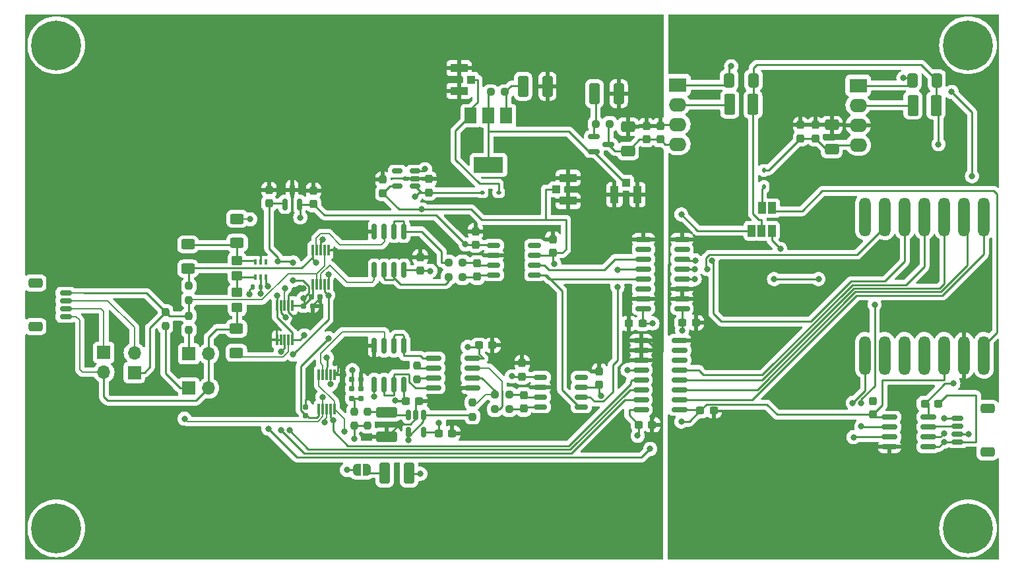
<source format=gbr>
%TF.GenerationSoftware,KiCad,Pcbnew,7.0.9*%
%TF.CreationDate,2024-10-16T13:46:26-06:00*%
%TF.ProjectId,sq_lockin_v9,73715f6c-6f63-46b6-996e-5f76392e6b69,rev?*%
%TF.SameCoordinates,Original*%
%TF.FileFunction,Copper,L1,Top*%
%TF.FilePolarity,Positive*%
%FSLAX46Y46*%
G04 Gerber Fmt 4.6, Leading zero omitted, Abs format (unit mm)*
G04 Created by KiCad (PCBNEW 7.0.9) date 2024-10-16 13:46:26*
%MOMM*%
%LPD*%
G01*
G04 APERTURE LIST*
G04 Aperture macros list*
%AMRoundRect*
0 Rectangle with rounded corners*
0 $1 Rounding radius*
0 $2 $3 $4 $5 $6 $7 $8 $9 X,Y pos of 4 corners*
0 Add a 4 corners polygon primitive as box body*
4,1,4,$2,$3,$4,$5,$6,$7,$8,$9,$2,$3,0*
0 Add four circle primitives for the rounded corners*
1,1,$1+$1,$2,$3*
1,1,$1+$1,$4,$5*
1,1,$1+$1,$6,$7*
1,1,$1+$1,$8,$9*
0 Add four rect primitives between the rounded corners*
20,1,$1+$1,$2,$3,$4,$5,0*
20,1,$1+$1,$4,$5,$6,$7,0*
20,1,$1+$1,$6,$7,$8,$9,0*
20,1,$1+$1,$8,$9,$2,$3,0*%
%AMFreePoly0*
4,1,19,0.500000,-0.750000,0.000000,-0.750000,0.000000,-0.744911,-0.071157,-0.744911,-0.207708,-0.704816,-0.327430,-0.627875,-0.420627,-0.520320,-0.479746,-0.390866,-0.500000,-0.250000,-0.500000,0.250000,-0.479746,0.390866,-0.420627,0.520320,-0.327430,0.627875,-0.207708,0.704816,-0.071157,0.744911,0.000000,0.744911,0.000000,0.750000,0.500000,0.750000,0.500000,-0.750000,0.500000,-0.750000,
$1*%
%AMFreePoly1*
4,1,19,0.000000,0.744911,0.071157,0.744911,0.207708,0.704816,0.327430,0.627875,0.420627,0.520320,0.479746,0.390866,0.500000,0.250000,0.500000,-0.250000,0.479746,-0.390866,0.420627,-0.520320,0.327430,-0.627875,0.207708,-0.704816,0.071157,-0.744911,0.000000,-0.744911,0.000000,-0.750000,-0.500000,-0.750000,-0.500000,0.750000,0.000000,0.750000,0.000000,0.744911,0.000000,0.744911,
$1*%
G04 Aperture macros list end*
%TA.AperFunction,SMDPad,CuDef*%
%ADD10RoundRect,0.250000X0.625000X-0.400000X0.625000X0.400000X-0.625000X0.400000X-0.625000X-0.400000X0*%
%TD*%
%TA.AperFunction,SMDPad,CuDef*%
%ADD11RoundRect,0.250000X-0.450000X0.350000X-0.450000X-0.350000X0.450000X-0.350000X0.450000X0.350000X0*%
%TD*%
%TA.AperFunction,SMDPad,CuDef*%
%ADD12RoundRect,0.237500X-0.237500X0.250000X-0.237500X-0.250000X0.237500X-0.250000X0.237500X0.250000X0*%
%TD*%
%TA.AperFunction,ComponentPad*%
%ADD13R,1.700000X1.700000*%
%TD*%
%TA.AperFunction,ComponentPad*%
%ADD14O,1.700000X1.700000*%
%TD*%
%TA.AperFunction,SMDPad,CuDef*%
%ADD15RoundRect,0.237500X0.237500X-0.300000X0.237500X0.300000X-0.237500X0.300000X-0.237500X-0.300000X0*%
%TD*%
%TA.AperFunction,SMDPad,CuDef*%
%ADD16RoundRect,0.150000X0.512500X0.150000X-0.512500X0.150000X-0.512500X-0.150000X0.512500X-0.150000X0*%
%TD*%
%TA.AperFunction,SMDPad,CuDef*%
%ADD17R,1.050000X1.000000*%
%TD*%
%TA.AperFunction,SMDPad,CuDef*%
%ADD18R,2.200000X1.050000*%
%TD*%
%TA.AperFunction,SMDPad,CuDef*%
%ADD19RoundRect,0.237500X0.237500X-0.250000X0.237500X0.250000X-0.237500X0.250000X-0.237500X-0.250000X0*%
%TD*%
%TA.AperFunction,SMDPad,CuDef*%
%ADD20RoundRect,0.150000X0.150000X-0.587500X0.150000X0.587500X-0.150000X0.587500X-0.150000X-0.587500X0*%
%TD*%
%TA.AperFunction,SMDPad,CuDef*%
%ADD21RoundRect,0.237500X0.250000X0.237500X-0.250000X0.237500X-0.250000X-0.237500X0.250000X-0.237500X0*%
%TD*%
%TA.AperFunction,SMDPad,CuDef*%
%ADD22RoundRect,0.237500X-0.237500X0.300000X-0.237500X-0.300000X0.237500X-0.300000X0.237500X0.300000X0*%
%TD*%
%TA.AperFunction,SMDPad,CuDef*%
%ADD23RoundRect,0.150000X-0.675000X-0.150000X0.675000X-0.150000X0.675000X0.150000X-0.675000X0.150000X0*%
%TD*%
%TA.AperFunction,SMDPad,CuDef*%
%ADD24RoundRect,0.237500X-0.300000X-0.237500X0.300000X-0.237500X0.300000X0.237500X-0.300000X0.237500X0*%
%TD*%
%TA.AperFunction,SMDPad,CuDef*%
%ADD25RoundRect,0.237500X0.300000X0.237500X-0.300000X0.237500X-0.300000X-0.237500X0.300000X-0.237500X0*%
%TD*%
%TA.AperFunction,SMDPad,CuDef*%
%ADD26RoundRect,0.160000X-0.160000X0.197500X-0.160000X-0.197500X0.160000X-0.197500X0.160000X0.197500X0*%
%TD*%
%TA.AperFunction,SMDPad,CuDef*%
%ADD27RoundRect,0.160000X0.160000X-0.197500X0.160000X0.197500X-0.160000X0.197500X-0.160000X-0.197500X0*%
%TD*%
%TA.AperFunction,SMDPad,CuDef*%
%ADD28RoundRect,0.150000X-0.825000X-0.150000X0.825000X-0.150000X0.825000X0.150000X-0.825000X0.150000X0*%
%TD*%
%TA.AperFunction,SMDPad,CuDef*%
%ADD29RoundRect,0.112500X-0.187500X-0.112500X0.187500X-0.112500X0.187500X0.112500X-0.187500X0.112500X0*%
%TD*%
%TA.AperFunction,SMDPad,CuDef*%
%ADD30RoundRect,0.150000X-0.150000X0.825000X-0.150000X-0.825000X0.150000X-0.825000X0.150000X0.825000X0*%
%TD*%
%TA.AperFunction,SMDPad,CuDef*%
%ADD31RoundRect,0.150000X-0.150000X0.512500X-0.150000X-0.512500X0.150000X-0.512500X0.150000X0.512500X0*%
%TD*%
%TA.AperFunction,SMDPad,CuDef*%
%ADD32RoundRect,0.250001X-0.462499X-1.074999X0.462499X-1.074999X0.462499X1.074999X-0.462499X1.074999X0*%
%TD*%
%TA.AperFunction,SMDPad,CuDef*%
%ADD33RoundRect,0.250000X0.650000X-0.412500X0.650000X0.412500X-0.650000X0.412500X-0.650000X-0.412500X0*%
%TD*%
%TA.AperFunction,SMDPad,CuDef*%
%ADD34RoundRect,0.237500X-0.250000X-0.237500X0.250000X-0.237500X0.250000X0.237500X-0.250000X0.237500X0*%
%TD*%
%TA.AperFunction,ComponentPad*%
%ADD35R,2.250000X1.750000*%
%TD*%
%TA.AperFunction,ComponentPad*%
%ADD36O,2.250000X1.750000*%
%TD*%
%TA.AperFunction,ComponentPad*%
%ADD37C,6.400000*%
%TD*%
%TA.AperFunction,SMDPad,CuDef*%
%ADD38RoundRect,0.150000X0.625000X-0.150000X0.625000X0.150000X-0.625000X0.150000X-0.625000X-0.150000X0*%
%TD*%
%TA.AperFunction,SMDPad,CuDef*%
%ADD39RoundRect,0.250000X0.650000X-0.350000X0.650000X0.350000X-0.650000X0.350000X-0.650000X-0.350000X0*%
%TD*%
%TA.AperFunction,ComponentPad*%
%ADD40O,1.500000X5.000000*%
%TD*%
%TA.AperFunction,SMDPad,CuDef*%
%ADD41RoundRect,0.155000X0.155000X-0.212500X0.155000X0.212500X-0.155000X0.212500X-0.155000X-0.212500X0*%
%TD*%
%TA.AperFunction,SMDPad,CuDef*%
%ADD42RoundRect,0.140000X0.140000X0.170000X-0.140000X0.170000X-0.140000X-0.170000X0.140000X-0.170000X0*%
%TD*%
%TA.AperFunction,SMDPad,CuDef*%
%ADD43RoundRect,0.150000X-0.625000X0.150000X-0.625000X-0.150000X0.625000X-0.150000X0.625000X0.150000X0*%
%TD*%
%TA.AperFunction,SMDPad,CuDef*%
%ADD44RoundRect,0.250000X-0.650000X0.350000X-0.650000X-0.350000X0.650000X-0.350000X0.650000X0.350000X0*%
%TD*%
%TA.AperFunction,SMDPad,CuDef*%
%ADD45R,1.000000X1.050000*%
%TD*%
%TA.AperFunction,SMDPad,CuDef*%
%ADD46R,1.050000X2.200000*%
%TD*%
%TA.AperFunction,SMDPad,CuDef*%
%ADD47R,0.300000X1.400000*%
%TD*%
%TA.AperFunction,SMDPad,CuDef*%
%ADD48R,0.400000X0.650000*%
%TD*%
%TA.AperFunction,SMDPad,CuDef*%
%ADD49RoundRect,0.250000X-0.412500X-1.100000X0.412500X-1.100000X0.412500X1.100000X-0.412500X1.100000X0*%
%TD*%
%TA.AperFunction,SMDPad,CuDef*%
%ADD50R,1.000000X1.500000*%
%TD*%
%TA.AperFunction,SMDPad,CuDef*%
%ADD51RoundRect,0.250000X-1.100000X0.412500X-1.100000X-0.412500X1.100000X-0.412500X1.100000X0.412500X0*%
%TD*%
%TA.AperFunction,SMDPad,CuDef*%
%ADD52RoundRect,0.150000X-0.587500X-0.150000X0.587500X-0.150000X0.587500X0.150000X-0.587500X0.150000X0*%
%TD*%
%TA.AperFunction,SMDPad,CuDef*%
%ADD53RoundRect,0.155000X-0.212500X-0.155000X0.212500X-0.155000X0.212500X0.155000X-0.212500X0.155000X0*%
%TD*%
%TA.AperFunction,SMDPad,CuDef*%
%ADD54RoundRect,0.150000X0.825000X0.150000X-0.825000X0.150000X-0.825000X-0.150000X0.825000X-0.150000X0*%
%TD*%
%TA.AperFunction,SMDPad,CuDef*%
%ADD55FreePoly0,180.000000*%
%TD*%
%TA.AperFunction,SMDPad,CuDef*%
%ADD56FreePoly1,180.000000*%
%TD*%
%TA.AperFunction,SMDPad,CuDef*%
%ADD57RoundRect,0.250000X0.412500X0.650000X-0.412500X0.650000X-0.412500X-0.650000X0.412500X-0.650000X0*%
%TD*%
%TA.AperFunction,SMDPad,CuDef*%
%ADD58R,1.500000X2.000000*%
%TD*%
%TA.AperFunction,SMDPad,CuDef*%
%ADD59R,3.800000X2.000000*%
%TD*%
%TA.AperFunction,SMDPad,CuDef*%
%ADD60RoundRect,0.250000X0.412500X1.100000X-0.412500X1.100000X-0.412500X-1.100000X0.412500X-1.100000X0*%
%TD*%
%TA.AperFunction,SMDPad,CuDef*%
%ADD61RoundRect,0.155000X0.212500X0.155000X-0.212500X0.155000X-0.212500X-0.155000X0.212500X-0.155000X0*%
%TD*%
%TA.AperFunction,SMDPad,CuDef*%
%ADD62RoundRect,0.112500X0.112500X-0.187500X0.112500X0.187500X-0.112500X0.187500X-0.112500X-0.187500X0*%
%TD*%
%TA.AperFunction,ViaPad*%
%ADD63C,0.800000*%
%TD*%
%TA.AperFunction,Conductor*%
%ADD64C,0.250000*%
%TD*%
%TA.AperFunction,Conductor*%
%ADD65C,0.200000*%
%TD*%
G04 APERTURE END LIST*
D10*
%TO.P,R1,1*%
%TO.N,Net-(R1-Pad1)*%
X137200000Y-79362500D03*
%TO.P,R1,2*%
%TO.N,/sheet6256EE2A/out+*%
X137200000Y-76262500D03*
%TD*%
%TO.P,R5,1*%
%TO.N,/Sheet624B5D4E/in+*%
X130900000Y-82662500D03*
%TO.P,R5,2*%
%TO.N,Net-(R1-Pad1)*%
X130900000Y-79562500D03*
%TD*%
%TO.P,R4,1*%
%TO.N,/sheet6256EE2A/out-*%
X137100000Y-93462500D03*
%TO.P,R4,2*%
%TO.N,/I-*%
X137100000Y-90362500D03*
%TD*%
D11*
%TO.P,R2,1*%
%TO.N,Net-(R1-Pad1)*%
X137175000Y-81600000D03*
%TO.P,R2,2*%
%TO.N,Net-(R2-Pad2)*%
X137175000Y-83600000D03*
%TD*%
D12*
%TO.P,R6,1*%
%TO.N,/I+*%
X131000000Y-88712500D03*
%TO.P,R6,2*%
%TO.N,Net-(J4-Pin_1)*%
X131000000Y-90537500D03*
%TD*%
D13*
%TO.P,J4,1,Pin_1*%
%TO.N,Net-(J4-Pin_1)*%
X131000000Y-93600000D03*
D14*
%TO.P,J4,2,Pin_2*%
%TO.N,/I-*%
X133540000Y-93600000D03*
%TD*%
D15*
%TO.P,C2,1*%
%TO.N,Net-(D1-K)*%
X161800000Y-72900000D03*
%TO.P,C2,2*%
%TO.N,GND*%
X161800000Y-71175000D03*
%TD*%
%TO.P,C3,1*%
%TO.N,+3.3V*%
X155900000Y-72987500D03*
%TO.P,C3,2*%
%TO.N,GND*%
X155900000Y-71262500D03*
%TD*%
D16*
%TO.P,U2,1,IN*%
%TO.N,Net-(D1-K)*%
X160037500Y-72050000D03*
%TO.P,U2,2,GND*%
%TO.N,GND*%
X160037500Y-71100000D03*
%TO.P,U2,3,EN*%
%TO.N,Net-(D1-K)*%
X160037500Y-70150000D03*
%TO.P,U2,4,NC*%
%TO.N,unconnected-(U2-NC-Pad4)*%
X157762500Y-70150000D03*
%TO.P,U2,5,OUT*%
%TO.N,+3.3V*%
X157762500Y-72050000D03*
%TD*%
D17*
%TO.P,J5,1,In*%
%TO.N,+3.3V*%
X178150000Y-72500000D03*
D18*
%TO.P,J5,2,Ext*%
%TO.N,GND*%
X179675000Y-71025000D03*
X179675000Y-73975000D03*
%TD*%
D19*
%TO.P,R7,1*%
%TO.N,/I+*%
X131000000Y-86712500D03*
%TO.P,R7,2*%
%TO.N,/Sheet624B5D4E/in+*%
X131000000Y-84887500D03*
%TD*%
D11*
%TO.P,R3,1*%
%TO.N,Net-(R2-Pad2)*%
X137200000Y-85675000D03*
%TO.P,R3,2*%
%TO.N,/I-*%
X137200000Y-87675000D03*
%TD*%
D13*
%TO.P,J6,1,Pin_1*%
%TO.N,Net-(J6-Pin_1)*%
X131000000Y-98000000D03*
D14*
%TO.P,J6,2,Pin_2*%
%TO.N,/I-*%
X133540000Y-98000000D03*
%TD*%
D15*
%TO.P,C4,1*%
%TO.N,+3.3V*%
X141300000Y-74287500D03*
%TO.P,C4,2*%
%TO.N,GND*%
X141300000Y-72562500D03*
%TD*%
%TO.P,C6,1*%
%TO.N,/vref*%
X147000000Y-74387500D03*
%TO.P,C6,2*%
%TO.N,GND*%
X147000000Y-72662500D03*
%TD*%
D12*
%TO.P,R8,1*%
%TO.N,/I+*%
X128000000Y-88212500D03*
%TO.P,R8,2*%
%TO.N,Net-(J6-Pin_1)*%
X128000000Y-90037500D03*
%TD*%
D20*
%TO.P,U3,1,IN*%
%TO.N,+3.3V*%
X143320000Y-74412500D03*
%TO.P,U3,2,OUT*%
%TO.N,/vref*%
X145220000Y-74412500D03*
%TO.P,U3,3,GND*%
%TO.N,GND*%
X144270000Y-72537500D03*
%TD*%
D21*
%TO.P,R16,1*%
%TO.N,Net-(U15-INP)*%
X166137500Y-83760000D03*
%TO.P,R16,2*%
%TO.N,/Sheet62237673/V+*%
X164312500Y-83760000D03*
%TD*%
D15*
%TO.P,C22,1*%
%TO.N,Net-(U15-INP)*%
X168000000Y-83697500D03*
%TO.P,C22,2*%
%TO.N,Net-(U15-INN)*%
X168000000Y-81972500D03*
%TD*%
%TO.P,C23,1*%
%TO.N,/vref*%
X167800000Y-79597500D03*
%TO.P,C23,2*%
%TO.N,GND*%
X167800000Y-77872500D03*
%TD*%
D22*
%TO.P,C24,1*%
%TO.N,GND*%
X177700000Y-78922500D03*
%TO.P,C24,2*%
%TO.N,+3.3V*%
X177700000Y-80647500D03*
%TD*%
D21*
%TO.P,R15,1*%
%TO.N,Net-(U15-INN)*%
X166137500Y-81860000D03*
%TO.P,R15,2*%
%TO.N,/Sheet62237673/V-*%
X164312500Y-81860000D03*
%TD*%
D23*
%TO.P,U15,1,VREF*%
%TO.N,/vref*%
X170125000Y-79675000D03*
%TO.P,U15,2,AGND*%
%TO.N,GND*%
X170125000Y-80945000D03*
%TO.P,U15,3,INN*%
%TO.N,Net-(U15-INN)*%
X170125000Y-82215000D03*
%TO.P,U15,4,INP*%
%TO.N,Net-(U15-INP)*%
X170125000Y-83485000D03*
%TO.P,U15,5,PD_SCK*%
%TO.N,/Sheet62237673/Clk_in*%
X175375000Y-83485000D03*
%TO.P,U15,6,DOUT*%
%TO.N,/Dout_I*%
X175375000Y-82215000D03*
%TO.P,U15,7,DVDD*%
%TO.N,+3.3V*%
X175375000Y-80945000D03*
%TO.P,U15,8,VOUT*%
%TO.N,unconnected-(U15-VOUT-Pad8)*%
X175375000Y-79675000D03*
%TD*%
D15*
%TO.P,C26,1*%
%TO.N,/vref*%
X173775000Y-96527500D03*
%TO.P,C26,2*%
%TO.N,GND*%
X173775000Y-94802500D03*
%TD*%
%TO.P,C25,1*%
%TO.N,Net-(U16-INP)*%
X173975000Y-100627500D03*
%TO.P,C25,2*%
%TO.N,Net-(U16-INN)*%
X173975000Y-98902500D03*
%TD*%
D21*
%TO.P,R18,1*%
%TO.N,Net-(U16-INP)*%
X172112500Y-100690000D03*
%TO.P,R18,2*%
%TO.N,/sheet624D2E57/V+*%
X170287500Y-100690000D03*
%TD*%
%TO.P,R17,1*%
%TO.N,Net-(U16-INN)*%
X172112500Y-98790000D03*
%TO.P,R17,2*%
%TO.N,/sheet624D2E57/V-*%
X170287500Y-98790000D03*
%TD*%
D22*
%TO.P,C27,1*%
%TO.N,GND*%
X183675000Y-95852500D03*
%TO.P,C27,2*%
%TO.N,+3.3V*%
X183675000Y-97577500D03*
%TD*%
D23*
%TO.P,U16,1,VREF*%
%TO.N,/vref*%
X176100000Y-96605000D03*
%TO.P,U16,2,AGND*%
%TO.N,GND*%
X176100000Y-97875000D03*
%TO.P,U16,3,INN*%
%TO.N,Net-(U16-INN)*%
X176100000Y-99145000D03*
%TO.P,U16,4,INP*%
%TO.N,Net-(U16-INP)*%
X176100000Y-100415000D03*
%TO.P,U16,5,PD_SCK*%
%TO.N,/Sheet62237673/Clk_in*%
X181350000Y-100415000D03*
%TO.P,U16,6,DOUT*%
%TO.N,/Dout_V*%
X181350000Y-99145000D03*
%TO.P,U16,7,DVDD*%
%TO.N,+3.3V*%
X181350000Y-97875000D03*
%TO.P,U16,8,VOUT*%
%TO.N,unconnected-(U16-VOUT-Pad8)*%
X181350000Y-96605000D03*
%TD*%
D13*
%TO.P,J2,1,Pin_1*%
%TO.N,/V-*%
X120100000Y-93425000D03*
D14*
%TO.P,J2,2,Pin_2*%
%TO.N,/I-*%
X120100000Y-95965000D03*
%TD*%
D13*
%TO.P,J3,1,Pin_1*%
%TO.N,/I+*%
X124000000Y-96000000D03*
D14*
%TO.P,J3,2,Pin_2*%
%TO.N,/V+*%
X124000000Y-93460000D03*
%TD*%
D24*
%TO.P,C16,1*%
%TO.N,+3.3V*%
X158837500Y-99660000D03*
%TO.P,C16,2*%
%TO.N,GND*%
X160562500Y-99660000D03*
%TD*%
D25*
%TO.P,C17,1*%
%TO.N,GND*%
X169962500Y-92500000D03*
%TO.P,C17,2*%
%TO.N,+3.3V*%
X168237500Y-92500000D03*
%TD*%
D12*
%TO.P,R9,1*%
%TO.N,Net-(R9-Pad1)*%
X160300000Y-95087500D03*
%TO.P,R9,2*%
%TO.N,Net-(R9-Pad2)*%
X160300000Y-96912500D03*
%TD*%
D19*
%TO.P,R10,1*%
%TO.N,Net-(U14--)*%
X167400000Y-101672500D03*
%TO.P,R10,2*%
%TO.N,/sheet624D2E57/V-*%
X167400000Y-99847500D03*
%TD*%
D26*
%TO.P,R13,1*%
%TO.N,/vref*%
X151900000Y-98102500D03*
%TO.P,R13,2*%
%TO.N,Net-(R12-Pad2)*%
X151900000Y-99297500D03*
%TD*%
D27*
%TO.P,R14,1*%
%TO.N,Net-(R12-Pad2)*%
X153100000Y-99297500D03*
%TO.P,R14,2*%
%TO.N,GND*%
X153100000Y-98102500D03*
%TD*%
D28*
%TO.P,U13,1,-*%
%TO.N,Net-(U12A--)*%
X162425000Y-94155000D03*
%TO.P,U13,2,Rg*%
%TO.N,Net-(R9-Pad1)*%
X162425000Y-95425000D03*
%TO.P,U13,3,Rg*%
%TO.N,Net-(R9-Pad2)*%
X162425000Y-96695000D03*
%TO.P,U13,4,+*%
%TO.N,Net-(U12B--)*%
X162425000Y-97965000D03*
%TO.P,U13,5,Vs-*%
%TO.N,GND*%
X167375000Y-97965000D03*
%TO.P,U13,6,Ref*%
%TO.N,/sheet624D2E57/V-*%
X167375000Y-96695000D03*
%TO.P,U13,7*%
%TO.N,/sheet624D2E57/V+*%
X167375000Y-95425000D03*
%TO.P,U13,8,Vs+*%
%TO.N,+3.3V*%
X167375000Y-94155000D03*
%TD*%
D24*
%TO.P,C18,1*%
%TO.N,+3.3V*%
X163075000Y-103800000D03*
%TO.P,C18,2*%
%TO.N,GND*%
X164800000Y-103800000D03*
%TD*%
D29*
%TO.P,D1,1,K*%
%TO.N,Net-(D1-K)*%
X168650000Y-72900000D03*
%TO.P,D1,2,A*%
%TO.N,/analog*%
X170750000Y-72900000D03*
%TD*%
D30*
%TO.P,U11,1*%
%TO.N,/Sheet62237673/V-*%
X158605000Y-77885000D03*
%TO.P,U11,2,-*%
X157335000Y-77885000D03*
%TO.P,U11,3,+*%
%TO.N,/Sheet621A3D16/in-*%
X156065000Y-77885000D03*
%TO.P,U11,4,V-*%
%TO.N,GND*%
X154795000Y-77885000D03*
%TO.P,U11,5,+*%
%TO.N,/Sheet621A3D16/in+*%
X154795000Y-82835000D03*
%TO.P,U11,6,-*%
%TO.N,/Sheet62237673/V+*%
X156065000Y-82835000D03*
%TO.P,U11,7*%
X157335000Y-82835000D03*
%TO.P,U11,8,V+*%
%TO.N,+3.3V*%
X158605000Y-82835000D03*
%TD*%
D15*
%TO.P,C15,1*%
%TO.N,+3.3V*%
X160700000Y-82922500D03*
%TO.P,C15,2*%
%TO.N,GND*%
X160700000Y-81197500D03*
%TD*%
D30*
%TO.P,U12,1*%
%TO.N,Net-(U12A--)*%
X158605000Y-92585000D03*
%TO.P,U12,2,-*%
X157335000Y-92585000D03*
%TO.P,U12,3,+*%
%TO.N,/Sheet6275CBF8/in-*%
X156065000Y-92585000D03*
%TO.P,U12,4,V-*%
%TO.N,GND*%
X154795000Y-92585000D03*
%TO.P,U12,5,+*%
%TO.N,/Sheet6275CBF8/in+*%
X154795000Y-97535000D03*
%TO.P,U12,6,-*%
%TO.N,Net-(U12B--)*%
X156065000Y-97535000D03*
%TO.P,U12,7*%
X157335000Y-97535000D03*
%TO.P,U12,8,V+*%
%TO.N,+3.3V*%
X158605000Y-97535000D03*
%TD*%
D31*
%TO.P,U14,1*%
%TO.N,Net-(U14--)*%
X161100000Y-101412500D03*
%TO.P,U14,2,V-*%
%TO.N,GND*%
X160150000Y-101412500D03*
%TO.P,U14,3,+*%
%TO.N,Net-(U14-+)*%
X159200000Y-101412500D03*
%TO.P,U14,4,-*%
%TO.N,Net-(U14--)*%
X159200000Y-103687500D03*
%TO.P,U14,5,V+*%
%TO.N,+3.3V*%
X161100000Y-103687500D03*
%TD*%
D32*
%TO.P,L1,1,1*%
%TO.N,Net-(PS1-+Vin)*%
X200412500Y-61600000D03*
%TO.P,L1,2,2*%
%TO.N,VD*%
X203387500Y-61600000D03*
%TD*%
D33*
%TO.P,C33,1*%
%TO.N,/power/digital*%
X213500000Y-67362500D03*
%TO.P,C33,2*%
%TO.N,GNDD*%
X213500000Y-64237500D03*
%TD*%
D34*
%TO.P,R20,1*%
%TO.N,Net-(J12-In)*%
X169737500Y-60000000D03*
%TO.P,R20,2*%
%TO.N,Net-(Q2-B)*%
X171562500Y-60000000D03*
%TD*%
D35*
%TO.P,PS2,1,-Vin*%
%TO.N,GNDPWR*%
X216900000Y-59160000D03*
D36*
%TO.P,PS2,2,+Vin*%
%TO.N,Net-(PS2-+Vin)*%
X216900000Y-61700000D03*
%TO.P,PS2,3,0V*%
%TO.N,GNDD*%
X216900000Y-64240000D03*
%TO.P,PS2,4,+Vout*%
%TO.N,/power/digital*%
X216900000Y-66780000D03*
%TD*%
D37*
%TO.P,H2,1*%
%TO.N,N/C*%
X114000000Y-54000000D03*
%TD*%
D38*
%TO.P,J8,1,gnd*%
%TO.N,GNDPWR*%
X229625000Y-104900000D03*
%TO.P,J8,2,VCC*%
%TO.N,Net-(J8-VCC)*%
X229625000Y-103900000D03*
%TO.P,J8,3,SDA*%
%TO.N,Net-(J8-SDA)*%
X229625000Y-102900000D03*
%TO.P,J8,4,SCL*%
%TO.N,Net-(J8-SCL)*%
X229625000Y-101900000D03*
D39*
%TO.P,J8,MP*%
%TO.N,N/C*%
X233500000Y-106200000D03*
X233500000Y-100600000D03*
%TD*%
D40*
%TO.P,U5,1,P26*%
%TO.N,Net-(U4-INA)*%
X233020000Y-76010000D03*
%TO.P,U5,2,P27*%
%TO.N,Net-(U4-INB)*%
X230480000Y-76010000D03*
%TO.P,U5,3,P28*%
%TO.N,Net-(U4-INC)*%
X227940000Y-76010000D03*
%TO.P,U5,4,P29*%
%TO.N,Net-(U4-IND)*%
X225400000Y-76010000D03*
%TO.P,U5,5,P6*%
%TO.N,/P6*%
X222860000Y-76010000D03*
%TO.P,U5,6,P7*%
%TO.N,/P7*%
X220320000Y-76010000D03*
%TO.P,U5,7,P0*%
%TO.N,/tx*%
X217780000Y-76010000D03*
%TO.P,U5,8,P1*%
%TO.N,/rx*%
X217780000Y-93790000D03*
%TO.P,U5,9,P2*%
%TO.N,Net-(U5-P2)*%
X220320000Y-93790000D03*
%TO.P,U5,10,P4*%
%TO.N,unconnected-(U5-P4-Pad10)*%
X222860000Y-93790000D03*
%TO.P,U5,11,P3*%
%TO.N,unconnected-(U5-P3-Pad11)*%
X225400000Y-93790000D03*
%TO.P,U5,12,3V3*%
%TO.N,/MC3.3*%
X227940000Y-93790000D03*
%TO.P,U5,13,GND*%
%TO.N,GNDD*%
X230480000Y-93790000D03*
%TO.P,U5,14,5V*%
%TO.N,+5VD*%
X233020000Y-93790000D03*
%TD*%
D41*
%TO.P,C14,1*%
%TO.N,+3.3V*%
X146000000Y-101567500D03*
%TO.P,C14,2*%
%TO.N,GND*%
X146000000Y-100432500D03*
%TD*%
D25*
%TO.P,C10,1*%
%TO.N,+3.3V*%
X189200000Y-89700000D03*
%TO.P,C10,2*%
%TO.N,GND*%
X187475000Y-89700000D03*
%TD*%
D42*
%TO.P,C1,1*%
%TO.N,+3.3V*%
X140180000Y-85000000D03*
%TO.P,C1,2*%
%TO.N,GND*%
X139220000Y-85000000D03*
%TD*%
D43*
%TO.P,J1,1,Pin_1*%
%TO.N,/I+*%
X115200000Y-85800000D03*
%TO.P,J1,2,Pin_2*%
%TO.N,/V+*%
X115200000Y-86800000D03*
%TO.P,J1,3,Pin_3*%
%TO.N,/V-*%
X115200000Y-87800000D03*
%TO.P,J1,4,Pin_4*%
%TO.N,/I-*%
X115200000Y-88800000D03*
D44*
%TO.P,J1,MP*%
%TO.N,N/C*%
X111325000Y-84500000D03*
X111325000Y-90100000D03*
%TD*%
D24*
%TO.P,C11,1*%
%TO.N,/MC3.3*%
X194337500Y-89600000D03*
%TO.P,C11,2*%
%TO.N,GNDD*%
X196062500Y-89600000D03*
%TD*%
D45*
%TO.P,J12,1,In*%
%TO.N,Net-(J12-In)*%
X187100000Y-71650000D03*
D46*
%TO.P,J12,2,Ext*%
%TO.N,GND*%
X188575000Y-73175000D03*
X185625000Y-73175000D03*
%TD*%
D47*
%TO.P,U8,1,VCC*%
%TO.N,+3.3V*%
X144300000Y-87400000D03*
%TO.P,U8,2*%
%TO.N,GND*%
X143800000Y-87400000D03*
%TO.P,U8,3*%
%TO.N,/sheet6256EE2A/out+*%
X143300000Y-87400000D03*
%TO.P,U8,4*%
%TO.N,/sheet6256EE2A/ctrl+*%
X142800000Y-87400000D03*
%TO.P,U8,5*%
%TO.N,/vref*%
X142300000Y-87400000D03*
%TO.P,U8,6,GND*%
%TO.N,GND*%
X142300000Y-91800000D03*
%TO.P,U8,7*%
X142800000Y-91800000D03*
%TO.P,U8,8*%
%TO.N,/sheet6256EE2A/ctrl+*%
X143300000Y-91800000D03*
%TO.P,U8,9*%
%TO.N,/sheet6256EE2A/out-*%
X143800000Y-91800000D03*
%TO.P,U8,10*%
%TO.N,/vref*%
X144300000Y-91800000D03*
%TD*%
D48*
%TO.P,U1,1*%
%TO.N,unconnected-(U1-Pad1)*%
X140850000Y-81850000D03*
%TO.P,U1,2,GND*%
%TO.N,GND*%
X140200000Y-81850000D03*
%TO.P,U1,3*%
%TO.N,Net-(R1-Pad1)*%
X139550000Y-81850000D03*
%TO.P,U1,4*%
%TO.N,Net-(R2-Pad2)*%
X139550000Y-83750000D03*
%TO.P,U1,5,V+*%
%TO.N,+3.3V*%
X140200000Y-83750000D03*
%TO.P,U1,6*%
%TO.N,Net-(U4-OUTD)*%
X140850000Y-83750000D03*
%TD*%
D28*
%TO.P,U6,1,VDD1*%
%TO.N,/MC3.3*%
X220925000Y-101715000D03*
%TO.P,U6,2,VIA*%
%TO.N,/tx*%
X220925000Y-102985000D03*
%TO.P,U6,3,VOB*%
%TO.N,/rx*%
X220925000Y-104255000D03*
%TO.P,U6,4,GND1*%
%TO.N,GNDD*%
X220925000Y-105525000D03*
%TO.P,U6,5,GND2*%
%TO.N,GNDPWR*%
X225875000Y-105525000D03*
%TO.P,U6,6,VIB*%
%TO.N,Net-(J8-SCL)*%
X225875000Y-104255000D03*
%TO.P,U6,7,VOA*%
%TO.N,Net-(J8-SDA)*%
X225875000Y-102985000D03*
%TO.P,U6,8,VDD2*%
%TO.N,VD*%
X225875000Y-101715000D03*
%TD*%
D49*
%TO.P,C39,1*%
%TO.N,Net-(Q2-B)*%
X173887500Y-59250000D03*
%TO.P,C39,2*%
%TO.N,GND*%
X177012500Y-59250000D03*
%TD*%
D35*
%TO.P,PS1,1,-Vin*%
%TO.N,GNDPWR*%
X193757500Y-59092500D03*
D36*
%TO.P,PS1,2,+Vin*%
%TO.N,Net-(PS1-+Vin)*%
X193757500Y-61632500D03*
%TO.P,PS1,3,0V*%
%TO.N,GND*%
X193757500Y-64172500D03*
%TO.P,PS1,4,+Vout*%
%TO.N,Net-(PS1-+Vout)*%
X193757500Y-66712500D03*
%TD*%
D50*
%TO.P,JP3,1,A*%
%TO.N,+5VD*%
X205850000Y-74900000D03*
%TO.P,JP3,2,B*%
%TO.N,Net-(D3-K)*%
X204550000Y-74900000D03*
%TD*%
D24*
%TO.P,C5,1*%
%TO.N,+3.3V*%
X188737500Y-102700000D03*
%TO.P,C5,2*%
%TO.N,GND*%
X190462500Y-102700000D03*
%TD*%
D51*
%TO.P,C19,1*%
%TO.N,Net-(U14-+)*%
X156400000Y-101137500D03*
%TO.P,C19,2*%
%TO.N,GND*%
X156400000Y-104262500D03*
%TD*%
D52*
%TO.P,Q1,1,B*%
%TO.N,Net-(Q1-B)*%
X182965000Y-65757500D03*
%TO.P,Q1,2,E*%
%TO.N,Net-(J12-In)*%
X182965000Y-67657500D03*
%TO.P,Q1,3,C*%
%TO.N,Net-(PS1-+Vout)*%
X184840000Y-66707500D03*
%TD*%
D12*
%TO.P,R11,1*%
%TO.N,Net-(U14-+)*%
X153900000Y-100987500D03*
%TO.P,R11,2*%
%TO.N,Net-(JP1-B)*%
X153900000Y-102812500D03*
%TD*%
D53*
%TO.P,C12,1*%
%TO.N,+3.3V*%
X145732500Y-87500000D03*
%TO.P,C12,2*%
%TO.N,GND*%
X146867500Y-87500000D03*
%TD*%
D54*
%TO.P,U4,1,Vcc1*%
%TO.N,/MC3.3*%
X193975000Y-100745000D03*
%TO.P,U4,2,INA*%
%TO.N,Net-(U4-INA)*%
X193975000Y-99475000D03*
%TO.P,U4,3,INB*%
%TO.N,Net-(U4-INB)*%
X193975000Y-98205000D03*
%TO.P,U4,4,INC*%
%TO.N,Net-(U4-INC)*%
X193975000Y-96935000D03*
%TO.P,U4,5,IND*%
%TO.N,Net-(U4-IND)*%
X193975000Y-95665000D03*
%TO.P,U4,6,OUTE*%
%TO.N,unconnected-(U4-OUTE-Pad6)*%
X193975000Y-94395000D03*
%TO.P,U4,7,OUTF*%
%TO.N,unconnected-(U4-OUTF-Pad7)*%
X193975000Y-93125000D03*
%TO.P,U4,8,GND1*%
%TO.N,GNDD*%
X193975000Y-91855000D03*
%TO.P,U4,9,GND2*%
%TO.N,GND*%
X189025000Y-91855000D03*
%TO.P,U4,10,INF*%
X189025000Y-93125000D03*
%TO.P,U4,11,INE*%
X189025000Y-94395000D03*
%TO.P,U4,12,OUTD*%
%TO.N,Net-(U4-OUTD)*%
X189025000Y-95665000D03*
%TO.P,U4,13,OUTC*%
%TO.N,/sheet624D2E58/ctrl+*%
X189025000Y-96935000D03*
%TO.P,U4,14,OUTB*%
%TO.N,/Sheet624B5D4E/ctrl+*%
X189025000Y-98205000D03*
%TO.P,U4,15,OUTA*%
%TO.N,/sheet6256EE2A/ctrl+*%
X189025000Y-99475000D03*
%TO.P,U4,16,Vcc2*%
%TO.N,+3.3V*%
X189025000Y-100745000D03*
%TD*%
D55*
%TO.P,JP1,1,A*%
%TO.N,Net-(JP1-A)*%
X153850000Y-108500000D03*
D56*
%TO.P,JP1,2,B*%
%TO.N,Net-(JP1-B)*%
X152550000Y-108500000D03*
%TD*%
D19*
%TO.P,R12,1*%
%TO.N,Net-(JP1-B)*%
X152200000Y-102825000D03*
%TO.P,R12,2*%
%TO.N,Net-(R12-Pad2)*%
X152200000Y-101000000D03*
%TD*%
D50*
%TO.P,JP2,1,A*%
%TO.N,Net-(J8-VCC)*%
X205800000Y-77800000D03*
%TO.P,JP2,2,C*%
%TO.N,VD*%
X204500000Y-77800000D03*
%TO.P,JP2,3,B*%
%TO.N,/MC3.3*%
X203200000Y-77800000D03*
%TD*%
D24*
%TO.P,C7,1*%
%TO.N,/MC3.3*%
X196637500Y-100900000D03*
%TO.P,C7,2*%
%TO.N,GNDD*%
X198362500Y-100900000D03*
%TD*%
D37*
%TO.P,H4,1*%
%TO.N,N/C*%
X114000000Y-116000000D03*
%TD*%
D53*
%TO.P,C13,1*%
%TO.N,+3.3V*%
X146732500Y-86300000D03*
%TO.P,C13,2*%
%TO.N,GND*%
X147867500Y-86300000D03*
%TD*%
D22*
%TO.P,C37,1*%
%TO.N,GNDD*%
X209500000Y-64237500D03*
%TO.P,C37,2*%
%TO.N,/power/digital*%
X209500000Y-65962500D03*
%TD*%
D57*
%TO.P,C29,1*%
%TO.N,VD*%
X203462500Y-58500000D03*
%TO.P,C29,2*%
%TO.N,GNDPWR*%
X200337500Y-58500000D03*
%TD*%
D21*
%TO.P,R19,1*%
%TO.N,Net-(PS1-+Vout)*%
X185015000Y-64107500D03*
%TO.P,R19,2*%
%TO.N,Net-(Q1-B)*%
X183190000Y-64107500D03*
%TD*%
D49*
%TO.P,C38,1*%
%TO.N,Net-(Q1-B)*%
X183037500Y-60200000D03*
%TO.P,C38,2*%
%TO.N,GND*%
X186162500Y-60200000D03*
%TD*%
D58*
%TO.P,Q2,1,B*%
%TO.N,Net-(Q2-B)*%
X171750000Y-63050000D03*
%TO.P,Q2,2,C*%
%TO.N,Net-(J12-In)*%
X169450000Y-63050000D03*
D59*
X169450000Y-69350000D03*
D58*
%TO.P,Q2,3,E*%
%TO.N,/analog*%
X167150000Y-63050000D03*
%TD*%
D22*
%TO.P,C34,1*%
%TO.N,GND*%
X189702500Y-64345000D03*
%TO.P,C34,2*%
%TO.N,Net-(PS1-+Vout)*%
X189702500Y-66070000D03*
%TD*%
D47*
%TO.P,U9,1,VCC*%
%TO.N,+3.3V*%
X146900000Y-84700000D03*
%TO.P,U9,2*%
%TO.N,/I+*%
X147400000Y-84700000D03*
%TO.P,U9,3*%
%TO.N,/Sheet621A3D16/in+*%
X147900000Y-84700000D03*
%TO.P,U9,4*%
%TO.N,/Sheet624B5D4E/ctrl+*%
X148400000Y-84700000D03*
%TO.P,U9,5*%
%TO.N,/Sheet624B5D4E/in+*%
X148900000Y-84700000D03*
%TO.P,U9,6,GND*%
%TO.N,GND*%
X148900000Y-80300000D03*
%TO.P,U9,7*%
%TO.N,/I+*%
X148400000Y-80300000D03*
%TO.P,U9,8*%
%TO.N,/Sheet624B5D4E/ctrl+*%
X147900000Y-80300000D03*
%TO.P,U9,9*%
%TO.N,/Sheet621A3D16/in-*%
X147400000Y-80300000D03*
%TO.P,U9,10*%
%TO.N,/Sheet624B5D4E/in+*%
X146900000Y-80300000D03*
%TD*%
D15*
%TO.P,C8,1*%
%TO.N,/MC3.3*%
X218800000Y-101400000D03*
%TO.P,C8,2*%
%TO.N,GNDD*%
X218800000Y-99675000D03*
%TD*%
D37*
%TO.P,H1,1*%
%TO.N,N/C*%
X231000000Y-116000000D03*
%TD*%
D60*
%TO.P,C20,1*%
%TO.N,Net-(U14--)*%
X159262500Y-108900000D03*
%TO.P,C20,2*%
%TO.N,Net-(JP1-A)*%
X156137500Y-108900000D03*
%TD*%
D61*
%TO.P,C21,1*%
%TO.N,GND*%
X153067500Y-96900000D03*
%TO.P,C21,2*%
%TO.N,/vref*%
X151932500Y-96900000D03*
%TD*%
D22*
%TO.P,C36,1*%
%TO.N,GND*%
X191502500Y-64345000D03*
%TO.P,C36,2*%
%TO.N,Net-(PS1-+Vout)*%
X191502500Y-66070000D03*
%TD*%
D57*
%TO.P,C30,1*%
%TO.N,VD*%
X226962500Y-58500000D03*
%TO.P,C30,2*%
%TO.N,GNDPWR*%
X223837500Y-58500000D03*
%TD*%
D62*
%TO.P,D3,1,K*%
%TO.N,Net-(D3-K)*%
X204800000Y-72150000D03*
%TO.P,D3,2,A*%
%TO.N,/power/digital*%
X204800000Y-70050000D03*
%TD*%
D17*
%TO.P,J13,1,In*%
%TO.N,/analog*%
X167200000Y-58400000D03*
D18*
%TO.P,J13,2,Ext*%
%TO.N,GND*%
X165675000Y-59875000D03*
X165675000Y-56925000D03*
%TD*%
D47*
%TO.P,U10,1,VCC*%
%TO.N,+3.3V*%
X147700000Y-100700000D03*
%TO.P,U10,2*%
%TO.N,/V-*%
X148200000Y-100700000D03*
%TO.P,U10,3*%
%TO.N,/Sheet6275CBF8/in+*%
X148700000Y-100700000D03*
%TO.P,U10,4*%
%TO.N,/sheet624D2E58/ctrl+*%
X149200000Y-100700000D03*
%TO.P,U10,5*%
%TO.N,/V+*%
X149700000Y-100700000D03*
%TO.P,U10,6,GND*%
%TO.N,GND*%
X149700000Y-96300000D03*
%TO.P,U10,7*%
%TO.N,/V-*%
X149200000Y-96300000D03*
%TO.P,U10,8*%
%TO.N,/sheet624D2E58/ctrl+*%
X148700000Y-96300000D03*
%TO.P,U10,9*%
%TO.N,/Sheet6275CBF8/in-*%
X148200000Y-96300000D03*
%TO.P,U10,10*%
%TO.N,/V+*%
X147700000Y-96300000D03*
%TD*%
D32*
%TO.P,L2,1,1*%
%TO.N,Net-(PS2-+Vin)*%
X223912500Y-61700000D03*
%TO.P,L2,2,2*%
%TO.N,VD*%
X226887500Y-61700000D03*
%TD*%
D33*
%TO.P,C32,1*%
%TO.N,Net-(PS1-+Vout)*%
X187352500Y-67570000D03*
%TO.P,C32,2*%
%TO.N,GND*%
X187352500Y-64445000D03*
%TD*%
D54*
%TO.P,U7,1,VCC1*%
%TO.N,/MC3.3*%
X194275000Y-87805000D03*
%TO.P,U7,2,GND1*%
%TO.N,GNDD*%
X194275000Y-86535000D03*
%TO.P,U7,3,INA*%
X194275000Y-85265000D03*
%TO.P,U7,4,INB*%
%TO.N,Net-(U5-P2)*%
X194275000Y-83995000D03*
%TO.P,U7,5,OUTC*%
%TO.N,/P7*%
X194275000Y-82725000D03*
%TO.P,U7,6,OUTD*%
%TO.N,/P6*%
X194275000Y-81455000D03*
%TO.P,U7,7,NC*%
%TO.N,unconnected-(U7-NC-Pad7)*%
X194275000Y-80185000D03*
%TO.P,U7,8,GND1*%
%TO.N,GNDD*%
X194275000Y-78915000D03*
%TO.P,U7,9,GND2*%
%TO.N,GND*%
X189325000Y-78915000D03*
%TO.P,U7,10,NC*%
%TO.N,unconnected-(U7-NC-Pad10)*%
X189325000Y-80185000D03*
%TO.P,U7,11,IND*%
%TO.N,/Dout_I*%
X189325000Y-81455000D03*
%TO.P,U7,12,INC*%
%TO.N,/Dout_V*%
X189325000Y-82725000D03*
%TO.P,U7,13,OUTB*%
%TO.N,/Sheet62237673/Clk_in*%
X189325000Y-83995000D03*
%TO.P,U7,14,OUTA*%
%TO.N,unconnected-(U7-OUTA-Pad14)*%
X189325000Y-85265000D03*
%TO.P,U7,15,GND2*%
%TO.N,GND*%
X189325000Y-86535000D03*
%TO.P,U7,16,VCC2*%
%TO.N,+3.3V*%
X189325000Y-87805000D03*
%TD*%
D22*
%TO.P,C35,1*%
%TO.N,GNDD*%
X211400000Y-64237500D03*
%TO.P,C35,2*%
%TO.N,/power/digital*%
X211400000Y-65962500D03*
%TD*%
D24*
%TO.P,C9,1*%
%TO.N,VD*%
X225437500Y-100000000D03*
%TO.P,C9,2*%
%TO.N,GNDPWR*%
X227162500Y-100000000D03*
%TD*%
D37*
%TO.P,H3,1*%
%TO.N,N/C*%
X231000000Y-54000000D03*
%TD*%
D63*
%TO.N,GNDD*%
X220150000Y-60500000D03*
%TO.N,GND*%
X129520000Y-91020000D03*
X133270000Y-84760000D03*
X134450000Y-88330000D03*
X121450000Y-89510000D03*
X118380000Y-89850000D03*
X124600000Y-87750000D03*
X166980000Y-66470000D03*
%TO.N,GNDD*%
X196970000Y-60320000D03*
X223180000Y-82990000D03*
X225850000Y-84020000D03*
X209770000Y-82130000D03*
X209970000Y-86420000D03*
X213310000Y-94040000D03*
X212170000Y-77330000D03*
%TO.N,GND*%
X187100000Y-78900000D03*
X152900000Y-92600000D03*
X164900000Y-99200000D03*
X150600000Y-80700000D03*
X146400000Y-99000000D03*
X153300000Y-77800000D03*
X138800000Y-85975500D03*
X187100000Y-91900000D03*
X145600000Y-89700000D03*
X147600000Y-88600000D03*
X162100000Y-81160000D03*
X145700000Y-85200000D03*
X183700000Y-94600000D03*
%TO.N,Net-(D1-K)*%
X160000000Y-73400000D03*
X161300000Y-69900000D03*
%TO.N,/vref*%
X166500000Y-79560000D03*
X172475000Y-96490000D03*
X152000000Y-95700000D03*
X145300000Y-76100000D03*
X142300000Y-86100000D03*
X145837701Y-91237701D03*
%TO.N,+3.3V*%
X177900000Y-82060000D03*
X183875000Y-98990000D03*
X140200000Y-85900000D03*
X157500000Y-99600000D03*
X188600000Y-104100000D03*
X162000000Y-82960000D03*
X145700000Y-86500000D03*
X163100000Y-102500000D03*
X190500000Y-89700000D03*
X148905378Y-91605378D03*
X144400000Y-81875500D03*
X144382604Y-84142300D03*
X166800000Y-92700000D03*
X160900000Y-75075500D03*
X142400000Y-81700000D03*
%TO.N,VD*%
X229100000Y-97400000D03*
X227200000Y-66700000D03*
%TO.N,/Sheet624B5D4E/ctrl+*%
X144400000Y-93700000D03*
X148200000Y-78900000D03*
X148900000Y-86100000D03*
X143900000Y-103400000D03*
%TO.N,/Sheet624B5D4E/in+*%
X148900011Y-83400000D03*
X147300000Y-81900000D03*
%TO.N,/sheet624D2E58/ctrl+*%
X149500000Y-102100000D03*
X148712299Y-94112299D03*
%TO.N,/sheet6256EE2A/out+*%
X143312452Y-85212452D03*
X138875000Y-76325000D03*
%TO.N,/sheet6256EE2A/ctrl+*%
X142800000Y-103400000D03*
X142800000Y-93300000D03*
X143400000Y-88900000D03*
%TO.N,/V-*%
X130447018Y-101922420D03*
X149200000Y-97500000D03*
X148155378Y-99144622D03*
%TO.N,/V+*%
X151000000Y-103600000D03*
%TO.N,/Sheet6275CBF8/in+*%
X148440261Y-102398005D03*
X154800000Y-99100000D03*
%TO.N,Net-(U14--)*%
X160700000Y-109000000D03*
X159200000Y-104675500D03*
%TO.N,GNDD*%
X218800000Y-105500000D03*
X218800000Y-99700000D03*
X197600000Y-89600000D03*
X221200000Y-99700000D03*
%TO.N,Net-(J8-VCC)*%
X231100000Y-103900000D03*
X206900000Y-80150500D03*
%TO.N,/MC3.3*%
X194300000Y-90600000D03*
X194200000Y-102300000D03*
X194200000Y-75700000D03*
%TO.N,Net-(J8-SCL)*%
X227900000Y-103800000D03*
X227900000Y-101900000D03*
%TO.N,GNDPWR*%
X222700000Y-58200000D03*
X228900000Y-60000000D03*
X200600000Y-56700000D03*
X231500000Y-70800000D03*
X227900000Y-104900000D03*
%TO.N,Net-(JP1-B)*%
X151300000Y-108500000D03*
X152200000Y-104500000D03*
%TO.N,/tx*%
X217300000Y-99900000D03*
X219000000Y-87300000D03*
X217300000Y-102900000D03*
%TO.N,/rx*%
X216200000Y-99900000D03*
X216300000Y-104300000D03*
%TO.N,/Dout_V*%
X186000000Y-82800000D03*
X186000000Y-85000000D03*
%TO.N,/P7*%
X197500000Y-82700000D03*
X195900000Y-82700000D03*
%TO.N,/P6*%
X195975500Y-81600000D03*
X198100000Y-81600000D03*
%TO.N,Net-(U4-OUTD)*%
X141200000Y-103200000D03*
X141150008Y-84950008D03*
X187300000Y-95700000D03*
X190200000Y-105800000D03*
%TO.N,Net-(U5-P2)*%
X206100000Y-84000000D03*
X195900000Y-84000000D03*
X211800000Y-84000000D03*
%TD*%
D64*
%TO.N,GND*%
X146000000Y-100520000D02*
X146000000Y-99400000D01*
X154795000Y-92585000D02*
X152915000Y-92585000D01*
X160037500Y-71100000D02*
X161725000Y-71100000D01*
X140200000Y-81850000D02*
X140200000Y-80900000D01*
X190800000Y-101600000D02*
X190800000Y-92800000D01*
X166135000Y-97965000D02*
X164900000Y-99200000D01*
X159400000Y-102600000D02*
X158062500Y-102600000D01*
X189325000Y-78915000D02*
X187115000Y-78915000D01*
X150200000Y-80300000D02*
X150600000Y-80700000D01*
X152915000Y-92585000D02*
X152900000Y-92600000D01*
X149700000Y-96300000D02*
X150100000Y-95900000D01*
X146000000Y-99589980D02*
X146089980Y-99500000D01*
X147780000Y-86500000D02*
X147780000Y-86300000D01*
X193757500Y-64172500D02*
X191675000Y-64172500D01*
X139200000Y-85000000D02*
X138800000Y-85400000D01*
X145600000Y-89700000D02*
X146500000Y-89700000D01*
X152980000Y-96800000D02*
X152980000Y-97982500D01*
X145224614Y-89700000D02*
X145600000Y-89700000D01*
X143800000Y-87400000D02*
X143800000Y-86000000D01*
X160150000Y-101450000D02*
X160150000Y-100072500D01*
X141300000Y-72550000D02*
X144195000Y-72550000D01*
X164440000Y-99660000D02*
X164900000Y-99200000D01*
X190800000Y-92800000D02*
X189855000Y-91855000D01*
X154795000Y-93560000D02*
X154795000Y-92585000D01*
X160575000Y-99660000D02*
X164440000Y-99660000D01*
X167375000Y-97965000D02*
X166135000Y-97965000D01*
X153300000Y-77800000D02*
X154710000Y-77800000D01*
X146000000Y-99400000D02*
X146400000Y-99000000D01*
X146000000Y-100520000D02*
X146000000Y-99589980D01*
X160150000Y-100072500D02*
X160562500Y-99660000D01*
X161725000Y-71100000D02*
X161800000Y-71175000D01*
X183675000Y-94625000D02*
X183700000Y-94600000D01*
X146780000Y-87500000D02*
X147780000Y-86500000D01*
X190462500Y-101937500D02*
X190800000Y-101600000D01*
X160150000Y-101850000D02*
X159400000Y-102600000D01*
X142800000Y-91800000D02*
X142300000Y-91800000D01*
X187115000Y-78915000D02*
X187100000Y-78900000D01*
X190462500Y-102700000D02*
X190462500Y-101937500D01*
X158062500Y-102600000D02*
X156400000Y-104262500D01*
X160700000Y-81185000D02*
X162075000Y-81185000D01*
X144600000Y-85200000D02*
X143800000Y-86000000D01*
X183675000Y-95840000D02*
X183675000Y-94625000D01*
X143800000Y-87400000D02*
X143800000Y-88275386D01*
X150100000Y-95900000D02*
X150100000Y-94700000D01*
X148900000Y-80300000D02*
X150200000Y-80300000D01*
X146500000Y-89700000D02*
X147600000Y-88600000D01*
X189025000Y-91855000D02*
X187145000Y-91855000D01*
X143800000Y-88275386D02*
X145224614Y-89700000D01*
X145700000Y-85200000D02*
X144600000Y-85200000D01*
X187145000Y-91855000D02*
X187100000Y-91900000D01*
X138800000Y-85400000D02*
X138800000Y-85975500D01*
X144270000Y-72475000D02*
X146825000Y-72475000D01*
X162075000Y-81185000D02*
X162100000Y-81160000D01*
%TO.N,Net-(D1-K)*%
X160000000Y-70150000D02*
X161050000Y-70150000D01*
X161050000Y-70150000D02*
X161300000Y-69900000D01*
X161700000Y-72900000D02*
X168650000Y-72900000D01*
X160887500Y-72900000D02*
X160037500Y-72050000D01*
X161800000Y-72900000D02*
X160500000Y-72900000D01*
X160500000Y-72900000D02*
X160000000Y-73400000D01*
X161800000Y-72900000D02*
X160887500Y-72900000D01*
%TO.N,/vref*%
X167800000Y-79610000D02*
X166550000Y-79610000D01*
X166550000Y-79610000D02*
X166500000Y-79560000D01*
X167800000Y-79610000D02*
X170060000Y-79610000D01*
X173775000Y-96540000D02*
X172525000Y-96540000D01*
X173775000Y-96540000D02*
X176035000Y-96540000D01*
X172525000Y-96540000D02*
X172475000Y-96490000D01*
X145275402Y-91800000D02*
X145837701Y-91237701D01*
X152020000Y-96800000D02*
X152020000Y-97982500D01*
X147000000Y-74400000D02*
X145295000Y-74400000D01*
X148400000Y-75800000D02*
X162740000Y-75800000D01*
X144300000Y-90900000D02*
X142300000Y-88900000D01*
X144300000Y-91800000D02*
X145275402Y-91800000D01*
X152000000Y-95700000D02*
X152000000Y-96780000D01*
X145300000Y-76100000D02*
X145300000Y-74555000D01*
X142300000Y-87400000D02*
X142300000Y-86100000D01*
X142300000Y-88900000D02*
X142300000Y-87400000D01*
X162740000Y-75800000D02*
X166500000Y-79560000D01*
X147000000Y-74400000D02*
X148400000Y-75800000D01*
X144300000Y-91800000D02*
X144300000Y-90900000D01*
%TO.N,/I-*%
X120600000Y-99600000D02*
X120100000Y-99100000D01*
X120100000Y-99100000D02*
X120100000Y-95965000D01*
X133540000Y-98000000D02*
X131940000Y-99600000D01*
D65*
X115200000Y-88800000D02*
X116500000Y-88800000D01*
D64*
X134575000Y-90425000D02*
X137100000Y-90425000D01*
X133540000Y-93600000D02*
X133540000Y-91460000D01*
D65*
X117365000Y-95965000D02*
X120100000Y-95965000D01*
X116500000Y-88800000D02*
X117000000Y-89300000D01*
D64*
X137200000Y-87800000D02*
X137200000Y-90325000D01*
X133540000Y-98000000D02*
X133540000Y-93600000D01*
D65*
X117000000Y-89300000D02*
X117000000Y-95600000D01*
D64*
X131940000Y-99600000D02*
X120600000Y-99600000D01*
X133540000Y-91460000D02*
X134575000Y-90425000D01*
D65*
X117365000Y-95965000D02*
X117000000Y-95600000D01*
D64*
%TO.N,/I+*%
X126000000Y-95300000D02*
X125300000Y-96000000D01*
X117500000Y-85800000D02*
X125550000Y-85800000D01*
D65*
X115200000Y-85800000D02*
X117500000Y-85800000D01*
X140414259Y-86675000D02*
X143789259Y-83300000D01*
X147300000Y-83300000D02*
X147400000Y-83400000D01*
D64*
X125300000Y-96000000D02*
X124000000Y-96000000D01*
X128000000Y-88250000D02*
X126000000Y-90250000D01*
D65*
X147400000Y-83300000D02*
X147400000Y-84700000D01*
X148400000Y-82300000D02*
X147400000Y-83300000D01*
D64*
X128500000Y-88750000D02*
X128000000Y-88250000D01*
X126000000Y-90250000D02*
X126000000Y-95300000D01*
X131000000Y-88750000D02*
X128500000Y-88750000D01*
X125550000Y-85800000D02*
X128000000Y-88250000D01*
D65*
X143789259Y-83300000D02*
X147300000Y-83300000D01*
X147400000Y-83400000D02*
X147400000Y-84700000D01*
D64*
X131000000Y-88750000D02*
X131000000Y-86700000D01*
D65*
X148400000Y-80300000D02*
X148400000Y-82300000D01*
X131000000Y-86675000D02*
X140414259Y-86675000D01*
D64*
%TO.N,+3.3V*%
X157800000Y-72050000D02*
X156850000Y-72050000D01*
X156850000Y-72050000D02*
X155900000Y-73000000D01*
X177700000Y-80660000D02*
X177700000Y-81860000D01*
X177700000Y-81860000D02*
X177900000Y-82060000D01*
X175375000Y-80945000D02*
X177415000Y-80945000D01*
X181350000Y-97875000D02*
X183390000Y-97875000D01*
X183675000Y-98790000D02*
X183875000Y-98990000D01*
X183675000Y-97590000D02*
X183675000Y-98790000D01*
X163075000Y-102525000D02*
X163100000Y-102500000D01*
X179200480Y-76400480D02*
X179200000Y-76400000D01*
X168800000Y-94200000D02*
X167420000Y-94200000D01*
X187500000Y-101462500D02*
X188737500Y-102700000D01*
X161975000Y-82935000D02*
X162000000Y-82960000D01*
X144382604Y-84142300D02*
X145666914Y-84142300D01*
X178940000Y-80660000D02*
X177700000Y-80660000D01*
X189200000Y-89700000D02*
X189200000Y-87930000D01*
X188737500Y-102700000D02*
X188737500Y-103962500D01*
X157465000Y-99660000D02*
X158837500Y-99660000D01*
X147700000Y-100700000D02*
X147700000Y-101500000D01*
X141300000Y-80100000D02*
X142400000Y-81200000D01*
X142400000Y-81200000D02*
X142400000Y-81700000D01*
X146424511Y-85775489D02*
X145700000Y-86500000D01*
X163075000Y-103800000D02*
X163075000Y-102525000D01*
X158605000Y-97535000D02*
X158605000Y-99440000D01*
X145820000Y-87500000D02*
X145820000Y-86620000D01*
X167251478Y-75075500D02*
X168575978Y-76400000D01*
X157975500Y-75075500D02*
X160900000Y-75075500D01*
X158605000Y-82835000D02*
X160600000Y-82835000D01*
X145666914Y-84142300D02*
X146424511Y-84899897D01*
X145365480Y-100852410D02*
X145365480Y-95145276D01*
X146395480Y-101775480D02*
X146100000Y-101480000D01*
X146820000Y-86300000D02*
X145820000Y-87300000D01*
X176800000Y-72500000D02*
X176800000Y-76400000D01*
X145820000Y-87300000D02*
X145820000Y-87500000D01*
X155900000Y-73000000D02*
X157975500Y-75075500D01*
X189025000Y-100745000D02*
X187555000Y-100745000D01*
X140180000Y-85000000D02*
X140180000Y-85880000D01*
X146424511Y-84899897D02*
X146424511Y-85775489D01*
X144300000Y-87400000D02*
X145720000Y-87400000D01*
X146900000Y-84700000D02*
X146900000Y-86220000D01*
X179400000Y-80200000D02*
X178940000Y-80660000D01*
X147700000Y-101500000D02*
X147424520Y-101775480D01*
X168237500Y-92500000D02*
X168237500Y-93637500D01*
X145365480Y-95145276D02*
X148905378Y-91605378D01*
X178150000Y-72500000D02*
X176800000Y-72500000D01*
X179200000Y-76400000D02*
X179400000Y-76400000D01*
X145820000Y-86620000D02*
X145700000Y-86500000D01*
X176800000Y-76400000D02*
X179200000Y-76400000D01*
X187555000Y-100745000D02*
X187500000Y-100800000D01*
X168237500Y-93637500D02*
X168800000Y-94200000D01*
X188737500Y-103962500D02*
X188600000Y-104100000D01*
X140180000Y-85000000D02*
X140180000Y-83770000D01*
X145993070Y-101480000D02*
X145365480Y-100852410D01*
X140180000Y-85880000D02*
X140200000Y-85900000D01*
X147424520Y-101775480D02*
X146395480Y-101775480D01*
X187500000Y-100800000D02*
X187500000Y-101462500D01*
X179400000Y-76400000D02*
X179400000Y-80200000D01*
X141300000Y-74300000D02*
X141300000Y-80100000D01*
X160900000Y-75075500D02*
X167251478Y-75075500D01*
X142400000Y-81700000D02*
X144224500Y-81700000D01*
X141300000Y-74300000D02*
X143145000Y-74300000D01*
X160700000Y-82935000D02*
X161975000Y-82935000D01*
X144224500Y-81700000D02*
X144400000Y-81875500D01*
X161100000Y-103650000D02*
X163112500Y-103650000D01*
X166800000Y-92700000D02*
X168037500Y-92700000D01*
X189200000Y-89700000D02*
X190500000Y-89700000D01*
X168575978Y-76400000D02*
X176800000Y-76400000D01*
X157500000Y-99600000D02*
X158777500Y-99600000D01*
%TO.N,/Sheet62237673/V-*%
X158605000Y-77885000D02*
X160850000Y-77885000D01*
X158500000Y-76560000D02*
X158605000Y-76665000D01*
X163435000Y-81860000D02*
X164350000Y-81860000D01*
X157335000Y-76525000D02*
X157370000Y-76560000D01*
X157370000Y-76560000D02*
X158500000Y-76560000D01*
X158605000Y-76665000D02*
X158605000Y-77885000D01*
X163435000Y-80470000D02*
X163435000Y-81860000D01*
X160850000Y-77885000D02*
X163435000Y-80470000D01*
X157335000Y-77885000D02*
X157335000Y-76525000D01*
%TO.N,/Sheet62237673/V+*%
X157335000Y-83925000D02*
X157335000Y-82835000D01*
X158185000Y-84660000D02*
X163925000Y-84660000D01*
X157335000Y-82835000D02*
X157335000Y-83810000D01*
X163925000Y-84660000D02*
X164350000Y-84235000D01*
X157200000Y-84060000D02*
X157335000Y-83925000D01*
X156065000Y-82835000D02*
X156065000Y-83925000D01*
X164350000Y-84235000D02*
X164350000Y-83760000D01*
X156200000Y-84060000D02*
X157200000Y-84060000D01*
X157335000Y-83810000D02*
X158185000Y-84660000D01*
X156065000Y-83925000D02*
X156200000Y-84060000D01*
%TO.N,VD*%
X226887500Y-61700000D02*
X226887500Y-58575000D01*
X226962500Y-58500000D02*
X224962500Y-56500000D01*
X225875000Y-101715000D02*
X225875000Y-99887500D01*
X228037500Y-97400000D02*
X229100000Y-97400000D01*
X224962500Y-56500000D02*
X203900000Y-56500000D01*
X203387500Y-75637500D02*
X203387500Y-61600000D01*
X203900000Y-56500000D02*
X203462500Y-56937500D01*
X204150000Y-76400000D02*
X203387500Y-75637500D01*
X204500000Y-77800000D02*
X204500000Y-76400000D01*
X203462500Y-56937500D02*
X203462500Y-58500000D01*
X225437500Y-100000000D02*
X228037500Y-97400000D01*
X204500000Y-76400000D02*
X204150000Y-76400000D01*
X227200000Y-66700000D02*
X227200000Y-62012500D01*
X203462500Y-58500000D02*
X203462500Y-61525000D01*
%TO.N,/Sheet624B5D4E/ctrl+*%
X148400000Y-84700000D02*
X148400000Y-85600000D01*
X146349520Y-105849520D02*
X179957632Y-105849520D01*
X187602152Y-98205000D02*
X189025000Y-98205000D01*
X148900000Y-89200000D02*
X148900000Y-86100000D01*
X148200000Y-78900000D02*
X147900000Y-79200000D01*
X143900000Y-103400000D02*
X146349520Y-105849520D01*
X144400000Y-93700000D02*
X148900000Y-89200000D01*
X147900000Y-79200000D02*
X147900000Y-80300000D01*
X148400000Y-85600000D02*
X148900000Y-86100000D01*
X179957632Y-105849520D02*
X187602152Y-98205000D01*
%TO.N,/Sheet624B5D4E/in+*%
X148900000Y-83400011D02*
X148900011Y-83400000D01*
X146900000Y-80300000D02*
X146900000Y-81500000D01*
X148900000Y-84700000D02*
X148900000Y-83400011D01*
X145500000Y-82600000D02*
X146900000Y-81200000D01*
X146900000Y-81500000D02*
X147300000Y-81900000D01*
X146900000Y-81200000D02*
X146900000Y-80300000D01*
X131000000Y-84950000D02*
X131000000Y-82700000D01*
X130900000Y-82600000D02*
X145500000Y-82600000D01*
D65*
%TO.N,/sheet624D2E57/V+*%
X167375000Y-95425000D02*
X169525000Y-95425000D01*
X169525000Y-95425000D02*
X171200000Y-97100000D01*
X171200000Y-98294510D02*
X171175010Y-98319500D01*
D64*
X170325000Y-100690000D02*
X170850000Y-100690000D01*
X171175010Y-100364990D02*
X171175010Y-98319500D01*
X170850000Y-100690000D02*
X171175010Y-100364990D01*
D65*
X171200000Y-97100000D02*
X171200000Y-98294510D01*
D64*
%TO.N,/sheet624D2E58/ctrl+*%
X187865000Y-96935000D02*
X189025000Y-96935000D01*
X149500000Y-103500000D02*
X151400000Y-105400000D01*
X179771434Y-105400000D02*
X187700000Y-97471434D01*
X187700000Y-97471434D02*
X187700000Y-97100000D01*
X149200000Y-101800000D02*
X149500000Y-102100000D01*
X148772065Y-94172065D02*
X148712299Y-94112299D01*
X149500000Y-102100000D02*
X149500000Y-103500000D01*
X151400000Y-105400000D02*
X179771434Y-105400000D01*
X148700000Y-96300000D02*
X148700000Y-95350000D01*
X148700000Y-95350000D02*
X148772065Y-95277935D01*
X187700000Y-97100000D02*
X187865000Y-96935000D01*
X148772065Y-95277935D02*
X148772065Y-94172065D01*
X149200000Y-100700000D02*
X149200000Y-101800000D01*
D65*
%TO.N,/Sheet621A3D16/in+*%
X154795000Y-84105000D02*
X154500000Y-84400000D01*
X147900000Y-84700000D02*
X147900000Y-83365006D01*
X147900000Y-83365006D02*
X149065006Y-82200000D01*
X154795000Y-82835000D02*
X154795000Y-84105000D01*
X154500000Y-84400000D02*
X151265006Y-84400000D01*
X151265006Y-84400000D02*
X149065006Y-82200000D01*
%TO.N,/Sheet621A3D16/in-*%
X156100000Y-78260717D02*
X156100000Y-79200000D01*
X147349511Y-78761230D02*
X147349511Y-80400000D01*
X155700000Y-79600000D02*
X150400000Y-79600000D01*
X149000000Y-78200000D02*
X147910741Y-78200000D01*
X156100000Y-79200000D02*
X155700000Y-79600000D01*
X147910741Y-78200000D02*
X147349511Y-78761230D01*
X150400000Y-79600000D02*
X149000000Y-78200000D01*
%TO.N,/sheet6256EE2A/out+*%
X143300000Y-85600000D02*
X143312452Y-85587548D01*
X143300000Y-85600000D02*
X143300000Y-87400000D01*
X143312452Y-85587548D02*
X143312452Y-85212452D01*
X137200000Y-76325000D02*
X138875000Y-76325000D01*
%TO.N,/sheet6256EE2A/out-*%
X143800000Y-93289259D02*
X143089748Y-93999511D01*
X143089748Y-93999511D02*
X137699511Y-93999511D01*
X143800000Y-91800000D02*
X143800000Y-93289259D01*
D64*
%TO.N,/sheet6256EE2A/ctrl+*%
X189025000Y-99475000D02*
X186967871Y-99475000D01*
X142800000Y-87400000D02*
X142800000Y-88300000D01*
X142800000Y-103400000D02*
X145771435Y-106371435D01*
X143300000Y-91800000D02*
X143300000Y-92800000D01*
X142800000Y-88300000D02*
X143400000Y-88900000D01*
X145771435Y-106371435D02*
X180071435Y-106371435D01*
X186967871Y-99475000D02*
X180071435Y-106371435D01*
X143300000Y-92800000D02*
X142800000Y-93300000D01*
D65*
%TO.N,/V-*%
X148200000Y-101649022D02*
X147649022Y-102200000D01*
X119700000Y-87800000D02*
X120100000Y-88200000D01*
X130447018Y-101922420D02*
X130824598Y-102300000D01*
X149200000Y-96300000D02*
X149200000Y-97500000D01*
X120100000Y-88200000D02*
X120100000Y-93425000D01*
X130824598Y-102300000D02*
X147600000Y-102300000D01*
X148200000Y-100700000D02*
X148200000Y-101649022D01*
X115200000Y-87800000D02*
X119700000Y-87800000D01*
X148155378Y-99144622D02*
X148155378Y-100655378D01*
%TO.N,/V+*%
X149700000Y-100700000D02*
X151000000Y-102000000D01*
X124000000Y-90200000D02*
X124000000Y-93460000D01*
X147700000Y-97700000D02*
X147700000Y-96300000D01*
X151000000Y-102000000D02*
X151000000Y-103600000D01*
X149700000Y-99700000D02*
X147700000Y-97700000D01*
X115200000Y-86800000D02*
X120600000Y-86800000D01*
X120600000Y-86800000D02*
X124000000Y-90200000D01*
X149700000Y-100700000D02*
X149700000Y-99700000D01*
D64*
%TO.N,Net-(U14-+)*%
X153900000Y-100987500D02*
X156250000Y-100987500D01*
X159200000Y-101450000D02*
X156712500Y-101450000D01*
D65*
%TO.N,/Sheet6275CBF8/in+*%
X148700000Y-100700000D02*
X148700000Y-101800000D01*
X148700000Y-101800000D02*
X148440261Y-102059739D01*
X148440261Y-102059739D02*
X148440261Y-102398005D01*
X154795000Y-97535000D02*
X154795000Y-99095000D01*
X154795000Y-99095000D02*
X154800000Y-99100000D01*
%TO.N,/Sheet6275CBF8/in-*%
X150700000Y-90800000D02*
X156100000Y-90800000D01*
X148200000Y-95100000D02*
X147900000Y-94800000D01*
X147900000Y-94800000D02*
X147900000Y-93600000D01*
X147900000Y-93600000D02*
X150700000Y-90800000D01*
X156100000Y-90800000D02*
X156100000Y-92550000D01*
X148200000Y-96300000D02*
X148200000Y-95100000D01*
D64*
%TO.N,Net-(R1-Pad1)*%
X137175000Y-81675000D02*
X139375000Y-81675000D01*
X130900000Y-79625000D02*
X136875000Y-79625000D01*
X137200000Y-79300000D02*
X137200000Y-82100000D01*
X139375000Y-81675000D02*
X139550000Y-81850000D01*
%TO.N,Net-(R2-Pad2)*%
X137175000Y-83725000D02*
X137175000Y-85725000D01*
X137175000Y-83725000D02*
X139525000Y-83725000D01*
%TO.N,Net-(R9-Pad1)*%
X162425000Y-95425000D02*
X160600000Y-95425000D01*
%TO.N,Net-(U14--)*%
X161080000Y-102320000D02*
X159320000Y-104080000D01*
X159200000Y-103650000D02*
X159200000Y-104675500D01*
X159200000Y-104060000D02*
X159180000Y-104080000D01*
X160700000Y-109000000D02*
X159362500Y-109000000D01*
X161080000Y-101460000D02*
X161080000Y-102320000D01*
X161100000Y-101450000D02*
X167215000Y-101450000D01*
X159200000Y-103650000D02*
X159200000Y-104060000D01*
X159320000Y-104080000D02*
X159180000Y-104080000D01*
%TO.N,Net-(JP1-A)*%
X154250000Y-108900000D02*
X153850000Y-108500000D01*
X156137500Y-108900000D02*
X154250000Y-108900000D01*
%TO.N,/Sheet62237673/Clk_in*%
X181123928Y-100415000D02*
X178900000Y-98191072D01*
X176885000Y-83485000D02*
X175375000Y-83485000D01*
X177195000Y-83995000D02*
X176685000Y-83485000D01*
X178900000Y-85500000D02*
X176885000Y-83485000D01*
X176685000Y-83485000D02*
X175375000Y-83485000D01*
X189325000Y-83995000D02*
X177195000Y-83995000D01*
X178900000Y-98191072D02*
X178900000Y-85500000D01*
%TO.N,Net-(U15-INP)*%
X166100000Y-83760000D02*
X167950000Y-83760000D01*
X170125000Y-83485000D02*
X168225000Y-83485000D01*
%TO.N,Net-(U15-INN)*%
X166100000Y-81860000D02*
X167900000Y-81860000D01*
X170125000Y-82215000D02*
X168255000Y-82215000D01*
%TO.N,GNDD*%
X196000000Y-86500000D02*
X196000000Y-85400000D01*
X195965000Y-86535000D02*
X196000000Y-86500000D01*
X218800000Y-99675000D02*
X218800000Y-99700000D01*
X196062500Y-89600000D02*
X197600000Y-89600000D01*
X220925000Y-105525000D02*
X218825000Y-105525000D01*
X196000000Y-85400000D02*
X195865000Y-85265000D01*
X195865000Y-85265000D02*
X194275000Y-85265000D01*
X194275000Y-86535000D02*
X195965000Y-86535000D01*
X218825000Y-105525000D02*
X218800000Y-105500000D01*
%TO.N,Net-(U16-INP)*%
X176100000Y-100415000D02*
X174200000Y-100415000D01*
X172075000Y-100690000D02*
X173925000Y-100690000D01*
%TO.N,Net-(U16-INN)*%
X172075000Y-98790000D02*
X173875000Y-98790000D01*
X176100000Y-99145000D02*
X174230000Y-99145000D01*
%TO.N,Net-(PS1-+Vout)*%
X184840000Y-66707500D02*
X184840000Y-64282500D01*
X187352500Y-67570000D02*
X185702500Y-67570000D01*
X192145000Y-66712500D02*
X191502500Y-66070000D01*
X188852500Y-66070000D02*
X187352500Y-67570000D01*
X193757500Y-66712500D02*
X192145000Y-66712500D01*
X185702500Y-67570000D02*
X184840000Y-66707500D01*
X191502500Y-66070000D02*
X189702500Y-66070000D01*
X189702500Y-66070000D02*
X188852500Y-66070000D01*
%TO.N,Net-(Q1-B)*%
X182965000Y-65757500D02*
X182965000Y-64332500D01*
X183190000Y-64107500D02*
X183190000Y-60352500D01*
%TO.N,Net-(Q2-B)*%
X173387500Y-59200000D02*
X172362500Y-59200000D01*
X171750000Y-63050000D02*
X171750000Y-60187500D01*
X172362500Y-59200000D02*
X171562500Y-60000000D01*
%TO.N,Net-(D3-K)*%
X204550000Y-72400000D02*
X204800000Y-72150000D01*
X204550000Y-75300000D02*
X204550000Y-72400000D01*
%TO.N,Net-(J4-Pin_1)*%
X131000000Y-93500000D02*
X131000000Y-90500000D01*
%TO.N,Net-(J6-Pin_1)*%
X128000000Y-90000000D02*
X128000000Y-96100000D01*
X129900000Y-98000000D02*
X131000000Y-98000000D01*
X128000000Y-96100000D02*
X129900000Y-98000000D01*
%TO.N,Net-(J8-VCC)*%
X205800000Y-79050500D02*
X205800000Y-77800000D01*
X205800000Y-79050500D02*
X206900000Y-80150500D01*
X229625000Y-103900000D02*
X231100000Y-103900000D01*
%TO.N,/MC3.3*%
X196300000Y-77800000D02*
X194200000Y-75700000D01*
X194300000Y-90600000D02*
X194300000Y-89637500D01*
X227940000Y-96940000D02*
X227950000Y-96950000D01*
X195237500Y-102300000D02*
X196637500Y-100900000D01*
X227940000Y-92520000D02*
X227940000Y-96940000D01*
X220000000Y-100200000D02*
X220000000Y-96950000D01*
X194337500Y-89600000D02*
X194337500Y-87867500D01*
X219115000Y-101715000D02*
X218800000Y-101400000D01*
X193975000Y-100745000D02*
X196482500Y-100745000D01*
X196637500Y-100900000D02*
X197437500Y-100100000D01*
X227950000Y-96950000D02*
X220000000Y-96950000D01*
X197437500Y-100100000D02*
X205174695Y-100100000D01*
X194200000Y-102300000D02*
X195237500Y-102300000D01*
X203200000Y-77800000D02*
X196300000Y-77800000D01*
X205174695Y-100100000D02*
X206474695Y-101400000D01*
X218800000Y-101400000D02*
X220000000Y-100200000D01*
X220925000Y-101715000D02*
X219115000Y-101715000D01*
X206474695Y-101400000D02*
X218800000Y-101400000D01*
%TO.N,/power/digital*%
X209500000Y-65962500D02*
X211400000Y-65962500D01*
X209500000Y-65962500D02*
X205412500Y-70050000D01*
X214082500Y-66780000D02*
X213500000Y-67362500D01*
X212800000Y-67362500D02*
X211400000Y-65962500D01*
X216900000Y-66780000D02*
X214082500Y-66780000D01*
X205412500Y-70050000D02*
X204800000Y-70050000D01*
%TO.N,+5VD*%
X209700000Y-75300000D02*
X212300000Y-72700000D01*
X234700000Y-90840000D02*
X233020000Y-92520000D01*
X234700000Y-73100000D02*
X234700000Y-90840000D01*
X212300000Y-72700000D02*
X234300000Y-72700000D01*
X234300000Y-72700000D02*
X234700000Y-73100000D01*
X205850000Y-75300000D02*
X209700000Y-75300000D01*
%TO.N,Net-(J8-SDA)*%
X229625000Y-102900000D02*
X225960000Y-102900000D01*
X225960000Y-102900000D02*
X225875000Y-102985000D01*
%TO.N,Net-(J8-SCL)*%
X227445000Y-104255000D02*
X227900000Y-103800000D01*
X225875000Y-104255000D02*
X227445000Y-104255000D01*
X229625000Y-101900000D02*
X227900000Y-101900000D01*
%TO.N,GNDPWR*%
X225875000Y-105525000D02*
X227275000Y-105525000D01*
X199745000Y-59092500D02*
X193757500Y-59092500D01*
X228900000Y-60000000D02*
X231500000Y-62600000D01*
X232000000Y-98900000D02*
X232000000Y-104900000D01*
X231500000Y-62600000D02*
X231500000Y-70800000D01*
X200337500Y-56962500D02*
X200600000Y-56700000D01*
X222700000Y-58200000D02*
X223537500Y-58200000D01*
X232000000Y-104900000D02*
X229625000Y-104900000D01*
X228262500Y-98900000D02*
X232000000Y-98900000D01*
X223177500Y-59160000D02*
X216900000Y-59160000D01*
X227162500Y-100000000D02*
X228262500Y-98900000D01*
X227275000Y-105525000D02*
X227900000Y-104900000D01*
X200337500Y-58500000D02*
X199745000Y-59092500D01*
X200337500Y-58500000D02*
X200337500Y-56962500D01*
X223837500Y-58500000D02*
X223177500Y-59160000D01*
X229625000Y-104900000D02*
X227900000Y-104900000D01*
%TO.N,Net-(J12-In)*%
X169450000Y-65050000D02*
X179750000Y-65050000D01*
X186957500Y-71650000D02*
X182965000Y-67657500D01*
X169450000Y-63050000D02*
X169450000Y-65050000D01*
X179750000Y-65050000D02*
X182357500Y-67657500D01*
X169450000Y-65050000D02*
X169450000Y-69350000D01*
X169450000Y-60287500D02*
X169450000Y-63050000D01*
%TO.N,Net-(JP1-B)*%
X153900000Y-102812500D02*
X152212500Y-102812500D01*
X152200000Y-102825000D02*
X152200000Y-104500000D01*
X152550000Y-108500000D02*
X151300000Y-108500000D01*
%TO.N,Net-(R9-Pad2)*%
X162425000Y-96695000D02*
X160480000Y-96695000D01*
%TO.N,/analog*%
X167150000Y-62200000D02*
X168050000Y-61300000D01*
X170750000Y-72900000D02*
X170750000Y-71750000D01*
X168050000Y-61300000D02*
X168050000Y-58400000D01*
X165225000Y-68674022D02*
X168300978Y-71750000D01*
X167150000Y-63050000D02*
X165225000Y-64975000D01*
X165225000Y-64975000D02*
X165225000Y-68674022D01*
X168300978Y-71750000D02*
X170750000Y-71750000D01*
X168050000Y-58400000D02*
X167200000Y-58400000D01*
%TO.N,/tx*%
X220925000Y-102985000D02*
X217385000Y-102985000D01*
X217300000Y-99436396D02*
X219000000Y-97736396D01*
X217385000Y-102985000D02*
X217300000Y-102900000D01*
X217300000Y-99900000D02*
X217300000Y-99436396D01*
X219000000Y-97736396D02*
X219000000Y-87300000D01*
%TO.N,/rx*%
X217780000Y-98320000D02*
X216200000Y-99900000D01*
X216345000Y-104255000D02*
X216300000Y-104300000D01*
X217780000Y-92520000D02*
X217780000Y-98320000D01*
X220925000Y-104255000D02*
X216345000Y-104255000D01*
%TO.N,/Dout_V*%
X185400000Y-95000000D02*
X186005000Y-94395000D01*
X186005000Y-85005000D02*
X186000000Y-85000000D01*
X189325000Y-82725000D02*
X186075000Y-82725000D01*
X185400000Y-98500000D02*
X185400000Y-95000000D01*
X184185489Y-99714511D02*
X185400000Y-98500000D01*
X186075000Y-82725000D02*
X186000000Y-82800000D01*
X181350000Y-99145000D02*
X182445000Y-99145000D01*
X183014511Y-99714511D02*
X184185489Y-99714511D01*
X182445000Y-99145000D02*
X183014511Y-99714511D01*
X186005000Y-94395000D02*
X186005000Y-85005000D01*
%TO.N,Net-(PS1-+Vin)*%
X193757500Y-61632500D02*
X200380000Y-61632500D01*
%TO.N,Net-(PS2-+Vin)*%
X223912500Y-61700000D02*
X216900000Y-61700000D01*
%TO.N,/Dout_I*%
X184300000Y-82800000D02*
X177200000Y-82800000D01*
X175375000Y-82215000D02*
X176615000Y-82215000D01*
X185645000Y-81455000D02*
X184300000Y-82800000D01*
X176615000Y-82215000D02*
X177200000Y-82800000D01*
X189325000Y-81455000D02*
X185645000Y-81455000D01*
%TO.N,/P7*%
X220320000Y-77280000D02*
X216725000Y-80875000D01*
X197375000Y-82575000D02*
X197500000Y-82700000D01*
X197375000Y-81299695D02*
X197375000Y-82575000D01*
X195875000Y-82725000D02*
X195900000Y-82700000D01*
X216725000Y-80875000D02*
X197799695Y-80875000D01*
X194275000Y-82725000D02*
X195875000Y-82725000D01*
X197799695Y-80875000D02*
X197375000Y-81299695D01*
%TO.N,/P6*%
X210809084Y-89440000D02*
X199340000Y-89440000D01*
X198200000Y-81500000D02*
X198100000Y-81600000D01*
X215949084Y-84300000D02*
X210809084Y-89440000D01*
X222860000Y-77280000D02*
X222860000Y-81740000D01*
X199340000Y-89440000D02*
X198300000Y-88400000D01*
X195975500Y-81600000D02*
X194420000Y-81600000D01*
X222860000Y-81740000D02*
X220300000Y-84300000D01*
X198300000Y-88400000D02*
X198300000Y-81500000D01*
X220300000Y-84300000D02*
X215949084Y-84300000D01*
X198300000Y-81500000D02*
X198200000Y-81500000D01*
%TO.N,Net-(U4-OUTD)*%
X140850000Y-83750000D02*
X140850000Y-84650000D01*
X141200000Y-103200000D02*
X144900000Y-106900000D01*
X190200000Y-105800000D02*
X189100000Y-106900000D01*
X189025000Y-95665000D02*
X187335000Y-95665000D01*
X140850000Y-84650000D02*
X141150008Y-84950008D01*
X187335000Y-95665000D02*
X187300000Y-95700000D01*
X144900000Y-106900000D02*
X189100000Y-106900000D01*
%TO.N,Net-(U4-INA)*%
X203325000Y-99475000D02*
X197180000Y-99475000D01*
X193975000Y-99475000D02*
X197180000Y-99475000D01*
X216700000Y-86100000D02*
X203325000Y-99475000D01*
X227700000Y-86100000D02*
X216700000Y-86100000D01*
X233020000Y-80780000D02*
X227700000Y-86100000D01*
X233020000Y-77280000D02*
X233020000Y-80780000D01*
%TO.N,Net-(U4-INB)*%
X193975000Y-98205000D02*
X203953272Y-98205000D01*
X230900000Y-82263604D02*
X230900000Y-77700000D01*
X203953272Y-98205000D02*
X216508272Y-85650000D01*
X227513604Y-85650000D02*
X230900000Y-82263604D01*
X216508272Y-85650000D02*
X227513604Y-85650000D01*
%TO.N,/sheet624D2E57/V-*%
X168595000Y-96695000D02*
X170325000Y-98425000D01*
X170325000Y-98425000D02*
X170325000Y-98790000D01*
X167375000Y-96695000D02*
X168595000Y-96695000D01*
D65*
X169110000Y-98790000D02*
X170325000Y-98790000D01*
X167400000Y-99885000D02*
X168015000Y-99885000D01*
X168015000Y-99885000D02*
X169110000Y-98790000D01*
D64*
%TO.N,Net-(U4-INC)*%
X193975000Y-96935000D02*
X204586876Y-96935000D01*
X204586876Y-96935000D02*
X216321876Y-85200000D01*
X227327208Y-85200000D02*
X227940000Y-84587208D01*
X227940000Y-84587208D02*
X227940000Y-77280000D01*
X216321876Y-85200000D02*
X227327208Y-85200000D01*
%TO.N,Net-(U4-IND)*%
X225400000Y-82400000D02*
X225400000Y-77280000D01*
X197000000Y-96300000D02*
X204585480Y-96300000D01*
X193975000Y-95665000D02*
X196465000Y-95665000D01*
X216135480Y-84750000D02*
X223050000Y-84750000D01*
X204585480Y-96300000D02*
X216135480Y-84750000D01*
X196500000Y-95700000D02*
X196500000Y-95800000D01*
X196465000Y-95665000D02*
X196500000Y-95700000D01*
X223050000Y-84750000D02*
X225400000Y-82400000D01*
X196500000Y-95800000D02*
X197000000Y-96300000D01*
%TO.N,Net-(U5-P2)*%
X194275000Y-83995000D02*
X195895000Y-83995000D01*
X195895000Y-83995000D02*
X195900000Y-84000000D01*
X206100000Y-84000000D02*
X211800000Y-84000000D01*
%TO.N,Net-(U12A--)*%
X158605000Y-92585000D02*
X158605000Y-93865000D01*
X158605000Y-91365000D02*
X158605000Y-92585000D01*
X160715000Y-93865000D02*
X161005000Y-94155000D01*
X157500000Y-91160000D02*
X158400000Y-91160000D01*
X157335000Y-91325000D02*
X157500000Y-91160000D01*
X157335000Y-92585000D02*
X157335000Y-91325000D01*
X158605000Y-93865000D02*
X160715000Y-93865000D01*
X162425000Y-94155000D02*
X161005000Y-94155000D01*
X158400000Y-91160000D02*
X158605000Y-91365000D01*
%TO.N,Net-(U12B--)*%
X157335000Y-97535000D02*
X157335000Y-98875489D01*
X159300000Y-96300000D02*
X159200000Y-96200000D01*
X159300000Y-97194816D02*
X159300000Y-96300000D01*
X157400000Y-96200000D02*
X157335000Y-96265000D01*
X157335000Y-96265000D02*
X157335000Y-97535000D01*
X156114511Y-98875489D02*
X157335000Y-98875489D01*
X162425000Y-97965000D02*
X160070184Y-97965000D01*
X159200000Y-96200000D02*
X157400000Y-96200000D01*
X156065000Y-98925000D02*
X156114511Y-98875489D01*
X156065000Y-97535000D02*
X156065000Y-98925000D01*
X160070184Y-97965000D02*
X159300000Y-97194816D01*
%TO.N,Net-(R12-Pad2)*%
X153100000Y-99297500D02*
X151900000Y-99297500D01*
X152200000Y-101000000D02*
X152200000Y-99597500D01*
X152200000Y-99597500D02*
X151900000Y-99297500D01*
%TD*%
%TA.AperFunction,Conductor*%
%TO.N,GND*%
G36*
X191872611Y-50045502D02*
G01*
X191919104Y-50099158D01*
X191930489Y-50151553D01*
X191929747Y-51817200D01*
X191924680Y-63173850D01*
X191904648Y-63241962D01*
X191850971Y-63288431D01*
X191792297Y-63299632D01*
X191789695Y-63299500D01*
X191756500Y-63299500D01*
X191756500Y-64473000D01*
X191736498Y-64541121D01*
X191682842Y-64587614D01*
X191630500Y-64599000D01*
X188800499Y-64599000D01*
X188789692Y-64609806D01*
X188780498Y-64641121D01*
X188726842Y-64687614D01*
X188674500Y-64699000D01*
X187606500Y-64699000D01*
X187606500Y-65615500D01*
X188053014Y-65615500D01*
X188099497Y-65610750D01*
X188169298Y-65623723D01*
X188221005Y-65672374D01*
X188238200Y-65741257D01*
X188215425Y-65808502D01*
X188201401Y-65825192D01*
X187664498Y-66362095D01*
X187602186Y-66396121D01*
X187575403Y-66399000D01*
X186651955Y-66399000D01*
X186548074Y-66409612D01*
X186379759Y-66465386D01*
X186271979Y-66531865D01*
X186203500Y-66550602D01*
X186135761Y-66529342D01*
X186090270Y-66474835D01*
X186084836Y-66459777D01*
X186083062Y-66453671D01*
X186083062Y-66453669D01*
X186036645Y-66293899D01*
X186036643Y-66293897D01*
X186036643Y-66293894D01*
X185951955Y-66150696D01*
X185951950Y-66150689D01*
X185834310Y-66033049D01*
X185834303Y-66033044D01*
X185691105Y-65948356D01*
X185564347Y-65911530D01*
X185504512Y-65873317D01*
X185474834Y-65808821D01*
X185473500Y-65790533D01*
X185473500Y-65152786D01*
X185493502Y-65084665D01*
X185547158Y-65038172D01*
X185559866Y-65033182D01*
X185582420Y-65025709D01*
X185730846Y-64934158D01*
X185739624Y-64925379D01*
X185801933Y-64891353D01*
X185872749Y-64896416D01*
X185929586Y-64938960D01*
X185954068Y-65001665D01*
X185955105Y-65011818D01*
X185955106Y-65011821D01*
X186010842Y-65180025D01*
X186103865Y-65330839D01*
X186103870Y-65330845D01*
X186229154Y-65456129D01*
X186229160Y-65456134D01*
X186379974Y-65549157D01*
X186548178Y-65604893D01*
X186548181Y-65604894D01*
X186651983Y-65615499D01*
X186651983Y-65615500D01*
X187098500Y-65615500D01*
X187098500Y-63274500D01*
X187606500Y-63274500D01*
X187606500Y-64191000D01*
X188679501Y-64191000D01*
X188690307Y-64180193D01*
X188699502Y-64148879D01*
X188753158Y-64102386D01*
X188805500Y-64091000D01*
X189448500Y-64091000D01*
X189448500Y-63299500D01*
X189956500Y-63299500D01*
X189956500Y-64091000D01*
X191248500Y-64091000D01*
X191248500Y-63299500D01*
X191215315Y-63299500D01*
X191113226Y-63309930D01*
X191113223Y-63309931D01*
X190947792Y-63364748D01*
X190799466Y-63456237D01*
X190799460Y-63456242D01*
X190691595Y-63564108D01*
X190629283Y-63598134D01*
X190558468Y-63593069D01*
X190513405Y-63564108D01*
X190405539Y-63456242D01*
X190405533Y-63456237D01*
X190257207Y-63364748D01*
X190091776Y-63309931D01*
X190091773Y-63309930D01*
X189989684Y-63299500D01*
X189956500Y-63299500D01*
X189448500Y-63299500D01*
X189415315Y-63299500D01*
X189313226Y-63309930D01*
X189313223Y-63309931D01*
X189147792Y-63364748D01*
X188999466Y-63456237D01*
X188999460Y-63456242D01*
X188876242Y-63579460D01*
X188876238Y-63579465D01*
X188852188Y-63618456D01*
X188799401Y-63665933D01*
X188729326Y-63677335D01*
X188664211Y-63649041D01*
X188637707Y-63618454D01*
X188601134Y-63559160D01*
X188601129Y-63559154D01*
X188475845Y-63433870D01*
X188475839Y-63433865D01*
X188325025Y-63340842D01*
X188156821Y-63285106D01*
X188156818Y-63285105D01*
X188053016Y-63274500D01*
X187606500Y-63274500D01*
X187098500Y-63274500D01*
X186651983Y-63274500D01*
X186548181Y-63285105D01*
X186548178Y-63285106D01*
X186379974Y-63340842D01*
X186229160Y-63433865D01*
X186121234Y-63541791D01*
X186058922Y-63575816D01*
X185988106Y-63570750D01*
X185931270Y-63528204D01*
X185924908Y-63518857D01*
X185854158Y-63404154D01*
X185854156Y-63404152D01*
X185854152Y-63404147D01*
X185730852Y-63280847D01*
X185730846Y-63280842D01*
X185622769Y-63214179D01*
X185582420Y-63189291D01*
X185416881Y-63134438D01*
X185416879Y-63134437D01*
X185416877Y-63134437D01*
X185314721Y-63124000D01*
X184715287Y-63124000D01*
X184613119Y-63134437D01*
X184447579Y-63189291D01*
X184299153Y-63280842D01*
X184191594Y-63388401D01*
X184129282Y-63422426D01*
X184058466Y-63417360D01*
X184013404Y-63388400D01*
X183905844Y-63280840D01*
X183883351Y-63266966D01*
X183835874Y-63214179D01*
X183823500Y-63159727D01*
X183823500Y-62031127D01*
X183843502Y-61963006D01*
X183883354Y-61923886D01*
X183887382Y-61921401D01*
X183923652Y-61899030D01*
X184049030Y-61773652D01*
X184142115Y-61622738D01*
X184197887Y-61454426D01*
X184208500Y-61350545D01*
X184208499Y-60454000D01*
X184992000Y-60454000D01*
X184992000Y-61350516D01*
X185002605Y-61454318D01*
X185002606Y-61454321D01*
X185058342Y-61622525D01*
X185151365Y-61773339D01*
X185151370Y-61773345D01*
X185276654Y-61898629D01*
X185276660Y-61898634D01*
X185427474Y-61991657D01*
X185595678Y-62047393D01*
X185595681Y-62047394D01*
X185699483Y-62057999D01*
X185699483Y-62058000D01*
X185908500Y-62058000D01*
X185908500Y-60454000D01*
X186416500Y-60454000D01*
X186416500Y-62058000D01*
X186625517Y-62058000D01*
X186625516Y-62057999D01*
X186729318Y-62047394D01*
X186729321Y-62047393D01*
X186897525Y-61991657D01*
X187048339Y-61898634D01*
X187048345Y-61898629D01*
X187173629Y-61773345D01*
X187173634Y-61773339D01*
X187266657Y-61622525D01*
X187322393Y-61454321D01*
X187322394Y-61454318D01*
X187332999Y-61350516D01*
X187333000Y-61350516D01*
X187333000Y-60454000D01*
X186416500Y-60454000D01*
X185908500Y-60454000D01*
X184992000Y-60454000D01*
X184208499Y-60454000D01*
X184208499Y-59946000D01*
X184992000Y-59946000D01*
X185908500Y-59946000D01*
X185908500Y-58342000D01*
X186416500Y-58342000D01*
X186416500Y-59946000D01*
X187333000Y-59946000D01*
X187333000Y-59049483D01*
X187322394Y-58945681D01*
X187322393Y-58945678D01*
X187266657Y-58777474D01*
X187173634Y-58626660D01*
X187173629Y-58626654D01*
X187048345Y-58501370D01*
X187048339Y-58501365D01*
X186897525Y-58408342D01*
X186729321Y-58352606D01*
X186729318Y-58352605D01*
X186625516Y-58342000D01*
X186416500Y-58342000D01*
X185908500Y-58342000D01*
X185699483Y-58342000D01*
X185595681Y-58352605D01*
X185595678Y-58352606D01*
X185427474Y-58408342D01*
X185276660Y-58501365D01*
X185276654Y-58501370D01*
X185151370Y-58626654D01*
X185151365Y-58626660D01*
X185058342Y-58777474D01*
X185002606Y-58945678D01*
X185002605Y-58945681D01*
X184992000Y-59049483D01*
X184992000Y-59946000D01*
X184208499Y-59946000D01*
X184208499Y-59049456D01*
X184197887Y-58945574D01*
X184142115Y-58777262D01*
X184049030Y-58626348D01*
X184049029Y-58626347D01*
X184049024Y-58626341D01*
X183923658Y-58500975D01*
X183923652Y-58500970D01*
X183772738Y-58407885D01*
X183682896Y-58378115D01*
X183604427Y-58352113D01*
X183604420Y-58352112D01*
X183500553Y-58341500D01*
X182574455Y-58341500D01*
X182470574Y-58352112D01*
X182302261Y-58407885D01*
X182151347Y-58500970D01*
X182151341Y-58500975D01*
X182025975Y-58626341D01*
X182025970Y-58626347D01*
X181932885Y-58777262D01*
X181877113Y-58945572D01*
X181877112Y-58945579D01*
X181866500Y-59049446D01*
X181866500Y-61350544D01*
X181877112Y-61454425D01*
X181932885Y-61622738D01*
X182025970Y-61773652D01*
X182025975Y-61773658D01*
X182151341Y-61899024D01*
X182151347Y-61899029D01*
X182151348Y-61899030D01*
X182302262Y-61992115D01*
X182470136Y-62047741D01*
X182528504Y-62088152D01*
X182555760Y-62153709D01*
X182556500Y-62167344D01*
X182556500Y-63159727D01*
X182536498Y-63227848D01*
X182496649Y-63266966D01*
X182474156Y-63280840D01*
X182350843Y-63404152D01*
X182350842Y-63404153D01*
X182259291Y-63552580D01*
X182204437Y-63718122D01*
X182194000Y-63820278D01*
X182194000Y-64394712D01*
X182204437Y-64496880D01*
X182224856Y-64558499D01*
X182259291Y-64662420D01*
X182259293Y-64662423D01*
X182312740Y-64749074D01*
X182331500Y-64815221D01*
X182331500Y-64840533D01*
X182311498Y-64908654D01*
X182257842Y-64955147D01*
X182240653Y-64961530D01*
X182113894Y-64998356D01*
X181970696Y-65083044D01*
X181970689Y-65083049D01*
X181853049Y-65200689D01*
X181853044Y-65200696D01*
X181768356Y-65343894D01*
X181721937Y-65503670D01*
X181719000Y-65540994D01*
X181719000Y-65818905D01*
X181698998Y-65887026D01*
X181645342Y-65933519D01*
X181575068Y-65943623D01*
X181510488Y-65914129D01*
X181503905Y-65908000D01*
X180257244Y-64661339D01*
X180247279Y-64648901D01*
X180247052Y-64649090D01*
X180242001Y-64642984D01*
X180242000Y-64642982D01*
X180224040Y-64626117D01*
X180190921Y-64595016D01*
X180169777Y-64573871D01*
X180169772Y-64573866D01*
X180164225Y-64569563D01*
X180159717Y-64565712D01*
X180125325Y-64533417D01*
X180125319Y-64533413D01*
X180107563Y-64523651D01*
X180091047Y-64512802D01*
X180075041Y-64500386D01*
X180034864Y-64483000D01*
X180031740Y-64481648D01*
X180026408Y-64479036D01*
X179985061Y-64456305D01*
X179965436Y-64451266D01*
X179946736Y-64444864D01*
X179940774Y-64442284D01*
X179928145Y-64436819D01*
X179928143Y-64436818D01*
X179928142Y-64436818D01*
X179881542Y-64429437D01*
X179875729Y-64428233D01*
X179830030Y-64416500D01*
X179809776Y-64416500D01*
X179790066Y-64414949D01*
X179770057Y-64411780D01*
X179770056Y-64411780D01*
X179723083Y-64416220D01*
X179717150Y-64416500D01*
X173087495Y-64416500D01*
X173019374Y-64396498D01*
X172972881Y-64342842D01*
X172962777Y-64272568D01*
X172969438Y-64246470D01*
X173001989Y-64159201D01*
X173008500Y-64098638D01*
X173008500Y-62001362D01*
X173007457Y-61991657D01*
X173001990Y-61940803D01*
X173001988Y-61940795D01*
X172950889Y-61803797D01*
X172950887Y-61803792D01*
X172863261Y-61686738D01*
X172746207Y-61599112D01*
X172746202Y-61599110D01*
X172609204Y-61548011D01*
X172609196Y-61548009D01*
X172548649Y-61541500D01*
X172548638Y-61541500D01*
X172509500Y-61541500D01*
X172441379Y-61521498D01*
X172394886Y-61467842D01*
X172383500Y-61415500D01*
X172383500Y-60768517D01*
X172402259Y-60702370D01*
X172493209Y-60554920D01*
X172498923Y-60537677D01*
X172539332Y-60479309D01*
X172604887Y-60452050D01*
X172674773Y-60464561D01*
X172726800Y-60512869D01*
X172738130Y-60537677D01*
X172782883Y-60672734D01*
X172782884Y-60672736D01*
X172782885Y-60672738D01*
X172838500Y-60762904D01*
X172875970Y-60823652D01*
X172875975Y-60823658D01*
X173001341Y-60949024D01*
X173001347Y-60949029D01*
X173001348Y-60949030D01*
X173152262Y-61042115D01*
X173320574Y-61097887D01*
X173424455Y-61108500D01*
X174350544Y-61108499D01*
X174454426Y-61097887D01*
X174622738Y-61042115D01*
X174773652Y-60949030D01*
X174899030Y-60823652D01*
X174992115Y-60672738D01*
X175047887Y-60504426D01*
X175058500Y-60400545D01*
X175058499Y-59504000D01*
X175842000Y-59504000D01*
X175842000Y-60400516D01*
X175852605Y-60504318D01*
X175852606Y-60504321D01*
X175908342Y-60672525D01*
X176001365Y-60823339D01*
X176001370Y-60823345D01*
X176126654Y-60948629D01*
X176126660Y-60948634D01*
X176277474Y-61041657D01*
X176445678Y-61097393D01*
X176445681Y-61097394D01*
X176549483Y-61107999D01*
X176549483Y-61108000D01*
X176758500Y-61108000D01*
X176758500Y-59504000D01*
X177266500Y-59504000D01*
X177266500Y-61108000D01*
X177475517Y-61108000D01*
X177475516Y-61107999D01*
X177579318Y-61097394D01*
X177579321Y-61097393D01*
X177747525Y-61041657D01*
X177898339Y-60948634D01*
X177898345Y-60948629D01*
X178023629Y-60823345D01*
X178023634Y-60823339D01*
X178116657Y-60672525D01*
X178172393Y-60504321D01*
X178172394Y-60504318D01*
X178182999Y-60400516D01*
X178183000Y-60400516D01*
X178183000Y-59504000D01*
X177266500Y-59504000D01*
X176758500Y-59504000D01*
X175842000Y-59504000D01*
X175058499Y-59504000D01*
X175058499Y-58996000D01*
X175842000Y-58996000D01*
X176758500Y-58996000D01*
X176758500Y-57392000D01*
X177266500Y-57392000D01*
X177266500Y-58996000D01*
X178183000Y-58996000D01*
X178183000Y-58099483D01*
X178172394Y-57995681D01*
X178172393Y-57995678D01*
X178116657Y-57827474D01*
X178023634Y-57676660D01*
X178023629Y-57676654D01*
X177898345Y-57551370D01*
X177898339Y-57551365D01*
X177747525Y-57458342D01*
X177579321Y-57402606D01*
X177579318Y-57402605D01*
X177475516Y-57392000D01*
X177266500Y-57392000D01*
X176758500Y-57392000D01*
X176549483Y-57392000D01*
X176445681Y-57402605D01*
X176445678Y-57402606D01*
X176277474Y-57458342D01*
X176126660Y-57551365D01*
X176126654Y-57551370D01*
X176001370Y-57676654D01*
X176001365Y-57676660D01*
X175908342Y-57827474D01*
X175852606Y-57995678D01*
X175852605Y-57995681D01*
X175842000Y-58099483D01*
X175842000Y-58996000D01*
X175058499Y-58996000D01*
X175058499Y-58099456D01*
X175057776Y-58092383D01*
X175047887Y-57995574D01*
X175035436Y-57957999D01*
X174992115Y-57827262D01*
X174899030Y-57676348D01*
X174899029Y-57676347D01*
X174899024Y-57676341D01*
X174773658Y-57550975D01*
X174773652Y-57550970D01*
X174688742Y-57498597D01*
X174622738Y-57457885D01*
X174538582Y-57429999D01*
X174454427Y-57402113D01*
X174454420Y-57402112D01*
X174350553Y-57391500D01*
X173424455Y-57391500D01*
X173320574Y-57402112D01*
X173152261Y-57457885D01*
X173001347Y-57550970D01*
X173001341Y-57550975D01*
X172875975Y-57676341D01*
X172875970Y-57676347D01*
X172782885Y-57827262D01*
X172727113Y-57995572D01*
X172727112Y-57995579D01*
X172716500Y-58099446D01*
X172716500Y-58440500D01*
X172696498Y-58508621D01*
X172642842Y-58555114D01*
X172590500Y-58566500D01*
X172446353Y-58566500D01*
X172430511Y-58564750D01*
X172430484Y-58565044D01*
X172422591Y-58564297D01*
X172352528Y-58566500D01*
X172322644Y-58566500D01*
X172322640Y-58566500D01*
X172322629Y-58566501D01*
X172315690Y-58567377D01*
X172309777Y-58567843D01*
X172262614Y-58569325D01*
X172262607Y-58569327D01*
X172243149Y-58574979D01*
X172223804Y-58578985D01*
X172203706Y-58581525D01*
X172203697Y-58581527D01*
X172159831Y-58598894D01*
X172154216Y-58600817D01*
X172108908Y-58613981D01*
X172091464Y-58624297D01*
X172073718Y-58632990D01*
X172054882Y-58640448D01*
X172016709Y-58668181D01*
X172011748Y-58671440D01*
X171971138Y-58695458D01*
X171956811Y-58709784D01*
X171941785Y-58722617D01*
X171925395Y-58734525D01*
X171925393Y-58734527D01*
X171895308Y-58770892D01*
X171891312Y-58775283D01*
X171686999Y-58979595D01*
X171624687Y-59013621D01*
X171597904Y-59016500D01*
X171262787Y-59016500D01*
X171160619Y-59026937D01*
X170995079Y-59081791D01*
X170846653Y-59173342D01*
X170846647Y-59173347D01*
X170739095Y-59280900D01*
X170676783Y-59314926D01*
X170605968Y-59309861D01*
X170560905Y-59280900D01*
X170453352Y-59173347D01*
X170453346Y-59173342D01*
X170409349Y-59146204D01*
X170304920Y-59081791D01*
X170139381Y-59026938D01*
X170139379Y-59026937D01*
X170139377Y-59026937D01*
X170037221Y-59016500D01*
X169437787Y-59016500D01*
X169335619Y-59026937D01*
X169170079Y-59081791D01*
X169021653Y-59173342D01*
X169021647Y-59173347D01*
X168898595Y-59296400D01*
X168836283Y-59330426D01*
X168765468Y-59325361D01*
X168708632Y-59282814D01*
X168683821Y-59216294D01*
X168683500Y-59207305D01*
X168683500Y-58471793D01*
X168685733Y-58448179D01*
X168687274Y-58440100D01*
X168687274Y-58440099D01*
X168687275Y-58440094D01*
X168683623Y-58382050D01*
X168683500Y-58378115D01*
X168683500Y-58360146D01*
X168683500Y-58360144D01*
X168681246Y-58342309D01*
X168680876Y-58338392D01*
X168677225Y-58280350D01*
X168674678Y-58272512D01*
X168669505Y-58249369D01*
X168668474Y-58241203D01*
X168647069Y-58187142D01*
X168645731Y-58183422D01*
X168627763Y-58128123D01*
X168623350Y-58121170D01*
X168612582Y-58100037D01*
X168612348Y-58099446D01*
X168609552Y-58092383D01*
X168603461Y-58084000D01*
X168575380Y-58045349D01*
X168573155Y-58042075D01*
X168542000Y-57992982D01*
X168535992Y-57987340D01*
X168520309Y-57969550D01*
X168515474Y-57962895D01*
X168515472Y-57962893D01*
X168470676Y-57925835D01*
X168467707Y-57923217D01*
X168425325Y-57883418D01*
X168425321Y-57883414D01*
X168418096Y-57879442D01*
X168398490Y-57866117D01*
X168392144Y-57860867D01*
X168339537Y-57836111D01*
X168336012Y-57834315D01*
X168302924Y-57816126D01*
X168285060Y-57806305D01*
X168285055Y-57806303D01*
X168277689Y-57803387D01*
X168278800Y-57800581D01*
X168229956Y-57771507D01*
X168204242Y-57729815D01*
X168175889Y-57653796D01*
X168175887Y-57653794D01*
X168175887Y-57653792D01*
X168088261Y-57536738D01*
X167971207Y-57449112D01*
X167971202Y-57449110D01*
X167834204Y-57398011D01*
X167834196Y-57398009D01*
X167773649Y-57391500D01*
X167773638Y-57391500D01*
X167409000Y-57391500D01*
X167340879Y-57371498D01*
X167294386Y-57317842D01*
X167283000Y-57265500D01*
X167283000Y-57179000D01*
X165929000Y-57179000D01*
X165929000Y-57958000D01*
X166040500Y-57958000D01*
X166108621Y-57978002D01*
X166155114Y-58031658D01*
X166166500Y-58084000D01*
X166166500Y-58716000D01*
X166146498Y-58784121D01*
X166092842Y-58830614D01*
X166040500Y-58842000D01*
X165929000Y-58842000D01*
X165929000Y-60908000D01*
X166823585Y-60908000D01*
X166823597Y-60907999D01*
X166884093Y-60901494D01*
X167020964Y-60850444D01*
X167020965Y-60850444D01*
X167137904Y-60762904D01*
X167189632Y-60693804D01*
X167246468Y-60651257D01*
X167317283Y-60646193D01*
X167379595Y-60680218D01*
X167413621Y-60742530D01*
X167416500Y-60769313D01*
X167416500Y-60985405D01*
X167396498Y-61053526D01*
X167379595Y-61074500D01*
X166949500Y-61504595D01*
X166887188Y-61538621D01*
X166860405Y-61541500D01*
X166351350Y-61541500D01*
X166290803Y-61548009D01*
X166290795Y-61548011D01*
X166153797Y-61599110D01*
X166153792Y-61599112D01*
X166036738Y-61686738D01*
X165949112Y-61803792D01*
X165949110Y-61803797D01*
X165898011Y-61940795D01*
X165898009Y-61940803D01*
X165891500Y-62001350D01*
X165891500Y-63360404D01*
X165871498Y-63428525D01*
X165854595Y-63449499D01*
X164836336Y-64467757D01*
X164823901Y-64477721D01*
X164824089Y-64477948D01*
X164817980Y-64483001D01*
X164770015Y-64534079D01*
X164748866Y-64555227D01*
X164744560Y-64560777D01*
X164740714Y-64565279D01*
X164708417Y-64599674D01*
X164708411Y-64599683D01*
X164698651Y-64617435D01*
X164687803Y-64633950D01*
X164675386Y-64649958D01*
X164656645Y-64693264D01*
X164654034Y-64698594D01*
X164631305Y-64739939D01*
X164631303Y-64739944D01*
X164626267Y-64759559D01*
X164619864Y-64778262D01*
X164611819Y-64796852D01*
X164604437Y-64843456D01*
X164603233Y-64849268D01*
X164591500Y-64894968D01*
X164591500Y-64915223D01*
X164589949Y-64934933D01*
X164586780Y-64954942D01*
X164586780Y-64954943D01*
X164591220Y-65001917D01*
X164591500Y-65007850D01*
X164591500Y-68590168D01*
X164589751Y-68606010D01*
X164590044Y-68606038D01*
X164589298Y-68613929D01*
X164591500Y-68683979D01*
X164591500Y-68713873D01*
X164591501Y-68713894D01*
X164592378Y-68720842D01*
X164592844Y-68726754D01*
X164594326Y-68773910D01*
X164594327Y-68773915D01*
X164599977Y-68793361D01*
X164603986Y-68812719D01*
X164606525Y-68832815D01*
X164606526Y-68832821D01*
X164623893Y-68876684D01*
X164625816Y-68882301D01*
X164638982Y-68927615D01*
X164649294Y-68945053D01*
X164657988Y-68962801D01*
X164665444Y-68981631D01*
X164665450Y-68981642D01*
X164693177Y-69019805D01*
X164696437Y-69024768D01*
X164720460Y-69065387D01*
X164734779Y-69079706D01*
X164747617Y-69094736D01*
X164757156Y-69107865D01*
X164759528Y-69111129D01*
X164787794Y-69134513D01*
X164795886Y-69141207D01*
X164800267Y-69145193D01*
X166984261Y-71329188D01*
X167706478Y-72051405D01*
X167740504Y-72113717D01*
X167735439Y-72184533D01*
X167692892Y-72241368D01*
X167626372Y-72266179D01*
X167617383Y-72266500D01*
X162778613Y-72266500D01*
X162710492Y-72246498D01*
X162671374Y-72206649D01*
X162626658Y-72134154D01*
X162618746Y-72126242D01*
X162584721Y-72063934D01*
X162589783Y-71993118D01*
X162618748Y-71948047D01*
X162626262Y-71940533D01*
X162717751Y-71792207D01*
X162772568Y-71626776D01*
X162772569Y-71626773D01*
X162782999Y-71524684D01*
X162783000Y-71524684D01*
X162783000Y-71429000D01*
X161062451Y-71429000D01*
X160994330Y-71408998D01*
X160973356Y-71392095D01*
X160956810Y-71375549D01*
X160956803Y-71375544D01*
X160813605Y-71290856D01*
X160653829Y-71244437D01*
X160616506Y-71241500D01*
X160616502Y-71241500D01*
X159458498Y-71241500D01*
X159458494Y-71241500D01*
X159421170Y-71244437D01*
X159261396Y-71290856D01*
X159224135Y-71312893D01*
X159184296Y-71336453D01*
X159120158Y-71354000D01*
X158870006Y-71354000D01*
X158867241Y-71357683D01*
X158810345Y-71400148D01*
X158739522Y-71405112D01*
X158689941Y-71377992D01*
X158688070Y-71380405D01*
X158681803Y-71375544D01*
X158538605Y-71290856D01*
X158378829Y-71244437D01*
X158341506Y-71241500D01*
X158341502Y-71241500D01*
X157183498Y-71241500D01*
X157183494Y-71241500D01*
X157146170Y-71244437D01*
X157146167Y-71244438D01*
X157044152Y-71274076D01*
X156973156Y-71273873D01*
X156913540Y-71235319D01*
X156884232Y-71170654D01*
X156883000Y-71153079D01*
X156883000Y-71046920D01*
X156903002Y-70978799D01*
X156956658Y-70932306D01*
X157026932Y-70922202D01*
X157044140Y-70925920D01*
X157146169Y-70955562D01*
X157153634Y-70956149D01*
X157183494Y-70958500D01*
X157183498Y-70958500D01*
X158341506Y-70958500D01*
X158366388Y-70956541D01*
X158378831Y-70955562D01*
X158538601Y-70909145D01*
X158538603Y-70909143D01*
X158538605Y-70909143D01*
X158624238Y-70858499D01*
X158681807Y-70824453D01*
X158681811Y-70824448D01*
X158688070Y-70819595D01*
X158689952Y-70822021D01*
X158739646Y-70794860D01*
X158810464Y-70799895D01*
X158867242Y-70842317D01*
X158870007Y-70846000D01*
X159120158Y-70846000D01*
X159184296Y-70863546D01*
X159261399Y-70909145D01*
X159421169Y-70955562D01*
X159428634Y-70956149D01*
X159458494Y-70958500D01*
X159458498Y-70958500D01*
X160616506Y-70958500D01*
X160641388Y-70956541D01*
X160653831Y-70955562D01*
X160813601Y-70909145D01*
X160890703Y-70863546D01*
X160954842Y-70846000D01*
X161122000Y-70846000D01*
X161190121Y-70866002D01*
X161208257Y-70886933D01*
X161211095Y-70884096D01*
X161247999Y-70921000D01*
X162783000Y-70921000D01*
X162783000Y-70825315D01*
X162772569Y-70723226D01*
X162772568Y-70723223D01*
X162717751Y-70557792D01*
X162626262Y-70409466D01*
X162626257Y-70409460D01*
X162503039Y-70286242D01*
X162503033Y-70286237D01*
X162354707Y-70194748D01*
X162284598Y-70171517D01*
X162226227Y-70131103D01*
X162198971Y-70065546D01*
X162198921Y-70038749D01*
X162213504Y-69900000D01*
X162193542Y-69710072D01*
X162134527Y-69528444D01*
X162039040Y-69363056D01*
X162039038Y-69363054D01*
X162039034Y-69363048D01*
X161911255Y-69221135D01*
X161756752Y-69108882D01*
X161582288Y-69031206D01*
X161395487Y-68991500D01*
X161204513Y-68991500D01*
X161017711Y-69031206D01*
X160843247Y-69108882D01*
X160688744Y-69221135D01*
X160617906Y-69299810D01*
X160557460Y-69337050D01*
X160524270Y-69341500D01*
X159458494Y-69341500D01*
X159421170Y-69344437D01*
X159261394Y-69390856D01*
X159118196Y-69475544D01*
X159118189Y-69475549D01*
X159000545Y-69593193D01*
X158999556Y-69594469D01*
X158998526Y-69595212D01*
X158994941Y-69598798D01*
X158994362Y-69598219D01*
X158941998Y-69636034D01*
X158871106Y-69639881D01*
X158809387Y-69604791D01*
X158800444Y-69594469D01*
X158799454Y-69593193D01*
X158681810Y-69475549D01*
X158681803Y-69475544D01*
X158538605Y-69390856D01*
X158378829Y-69344437D01*
X158341506Y-69341500D01*
X158341502Y-69341500D01*
X157183498Y-69341500D01*
X157183494Y-69341500D01*
X157146170Y-69344437D01*
X156986394Y-69390856D01*
X156843196Y-69475544D01*
X156843189Y-69475549D01*
X156725549Y-69593189D01*
X156725544Y-69593196D01*
X156640856Y-69736394D01*
X156594437Y-69896170D01*
X156591500Y-69933494D01*
X156591500Y-70153087D01*
X156571498Y-70221208D01*
X156517842Y-70267701D01*
X156447568Y-70277805D01*
X156425867Y-70272692D01*
X156289277Y-70227431D01*
X156289273Y-70227430D01*
X156187184Y-70217000D01*
X156154000Y-70217000D01*
X156154000Y-71390500D01*
X156133998Y-71458621D01*
X156080342Y-71505114D01*
X156028000Y-71516500D01*
X154917000Y-71516500D01*
X154917000Y-71612184D01*
X154927430Y-71714273D01*
X154927431Y-71714276D01*
X154982248Y-71879707D01*
X155073737Y-72028033D01*
X155073742Y-72028039D01*
X155081254Y-72035551D01*
X155115280Y-72097863D01*
X155110215Y-72168678D01*
X155081254Y-72213741D01*
X155073347Y-72221647D01*
X155073342Y-72221653D01*
X154981791Y-72370080D01*
X154926937Y-72535622D01*
X154916500Y-72637778D01*
X154916500Y-73337212D01*
X154926937Y-73439380D01*
X154981791Y-73604920D01*
X155073342Y-73753346D01*
X155073347Y-73753352D01*
X155196647Y-73876652D01*
X155196653Y-73876657D01*
X155196654Y-73876658D01*
X155345080Y-73968209D01*
X155510619Y-74023062D01*
X155612787Y-74033500D01*
X155985405Y-74033499D01*
X156053525Y-74053501D01*
X156074500Y-74070404D01*
X156955501Y-74951405D01*
X156989527Y-75013717D01*
X156984462Y-75084532D01*
X156941915Y-75141368D01*
X156875395Y-75166179D01*
X156866406Y-75166500D01*
X148714594Y-75166500D01*
X148646473Y-75146498D01*
X148625499Y-75129595D01*
X148020404Y-74524500D01*
X147986378Y-74462188D01*
X147983499Y-74435405D01*
X147983499Y-74037787D01*
X147973062Y-73935619D01*
X147954867Y-73880709D01*
X147918209Y-73770080D01*
X147826658Y-73621654D01*
X147818746Y-73613742D01*
X147784721Y-73551434D01*
X147789783Y-73480618D01*
X147818748Y-73435547D01*
X147826262Y-73428033D01*
X147917751Y-73279707D01*
X147972568Y-73114276D01*
X147972569Y-73114273D01*
X147982999Y-73012184D01*
X147983000Y-73012184D01*
X147983000Y-72916500D01*
X146017000Y-72916500D01*
X146017000Y-73012184D01*
X146027430Y-73114273D01*
X146027431Y-73114277D01*
X146076724Y-73263035D01*
X146079164Y-73333990D01*
X146042856Y-73395000D01*
X145979327Y-73426696D01*
X145908747Y-73419013D01*
X145868024Y-73391763D01*
X145776810Y-73300549D01*
X145776803Y-73300544D01*
X145633605Y-73215856D01*
X145473829Y-73169437D01*
X145436506Y-73166500D01*
X145436502Y-73166500D01*
X145204000Y-73166500D01*
X145135879Y-73146498D01*
X145089386Y-73092842D01*
X145078000Y-73040500D01*
X145078000Y-72791500D01*
X144524000Y-72791500D01*
X144524000Y-73420155D01*
X144506454Y-73484293D01*
X144460856Y-73561395D01*
X144414437Y-73721170D01*
X144411500Y-73758494D01*
X144411500Y-75066506D01*
X144414437Y-75103829D01*
X144460856Y-75263605D01*
X144545544Y-75406803D01*
X144550405Y-75413070D01*
X144548946Y-75414201D01*
X144578169Y-75467716D01*
X144573104Y-75538531D01*
X144564167Y-75557499D01*
X144465476Y-75728438D01*
X144465473Y-75728445D01*
X144406457Y-75910072D01*
X144386496Y-76100000D01*
X144406457Y-76289927D01*
X144425851Y-76349613D01*
X144465473Y-76471556D01*
X144486028Y-76507158D01*
X144560958Y-76636941D01*
X144560965Y-76636951D01*
X144688744Y-76778864D01*
X144741132Y-76816926D01*
X144843248Y-76891118D01*
X145017712Y-76968794D01*
X145204513Y-77008500D01*
X145395487Y-77008500D01*
X145582288Y-76968794D01*
X145756752Y-76891118D01*
X145911253Y-76778866D01*
X145911255Y-76778864D01*
X146039034Y-76636951D01*
X146039035Y-76636949D01*
X146039040Y-76636944D01*
X146134527Y-76471556D01*
X146193542Y-76289928D01*
X146213504Y-76100000D01*
X146193542Y-75910072D01*
X146134527Y-75728444D01*
X146039040Y-75563056D01*
X145965863Y-75481784D01*
X145935146Y-75417776D01*
X145933500Y-75397474D01*
X145933500Y-75375251D01*
X145951046Y-75311113D01*
X145979145Y-75263601D01*
X145988243Y-75232283D01*
X146026455Y-75172448D01*
X146090951Y-75142769D01*
X146161253Y-75152672D01*
X146198335Y-75178340D01*
X146296647Y-75276652D01*
X146296653Y-75276657D01*
X146296654Y-75276658D01*
X146445080Y-75368209D01*
X146610619Y-75423062D01*
X146712787Y-75433500D01*
X147085404Y-75433499D01*
X147153524Y-75453501D01*
X147174499Y-75470404D01*
X147892755Y-76188660D01*
X147902720Y-76201097D01*
X147902947Y-76200910D01*
X147907999Y-76207017D01*
X147908000Y-76207018D01*
X147944404Y-76241203D01*
X147959079Y-76254984D01*
X147980223Y-76276129D01*
X147980227Y-76276132D01*
X147980230Y-76276135D01*
X147985782Y-76280442D01*
X147990269Y-76284273D01*
X148012959Y-76305581D01*
X148024677Y-76316585D01*
X148024679Y-76316586D01*
X148042428Y-76326343D01*
X148058953Y-76337198D01*
X148074959Y-76349614D01*
X148116686Y-76367670D01*
X148118262Y-76368352D01*
X148123583Y-76370958D01*
X148164940Y-76393695D01*
X148164948Y-76393697D01*
X148184558Y-76398732D01*
X148203267Y-76405137D01*
X148221855Y-76413181D01*
X148268477Y-76420564D01*
X148274262Y-76421763D01*
X148319970Y-76433500D01*
X148340224Y-76433500D01*
X148359934Y-76435051D01*
X148362141Y-76435400D01*
X148379943Y-76438220D01*
X148413870Y-76435012D01*
X148426917Y-76433780D01*
X148432850Y-76433500D01*
X154036756Y-76433500D01*
X154104877Y-76453502D01*
X154151370Y-76507158D01*
X154161474Y-76577432D01*
X154131980Y-76642012D01*
X154125851Y-76648595D01*
X154120949Y-76653496D01*
X154120948Y-76653498D01*
X154036318Y-76796598D01*
X153989934Y-76956250D01*
X153987000Y-76993539D01*
X153987000Y-77631000D01*
X154923000Y-77631000D01*
X154991121Y-77651002D01*
X155037614Y-77704658D01*
X155049000Y-77757000D01*
X155049000Y-78013000D01*
X155028998Y-78081121D01*
X154975342Y-78127614D01*
X154923000Y-78139000D01*
X153987001Y-78139000D01*
X153987001Y-78776458D01*
X153989934Y-78813751D01*
X153994756Y-78830345D01*
X153994555Y-78901342D01*
X153956002Y-78960958D01*
X153891337Y-78990268D01*
X153873760Y-78991500D01*
X150704239Y-78991500D01*
X150636118Y-78971498D01*
X150615144Y-78954595D01*
X150064549Y-78404000D01*
X149461390Y-77800841D01*
X149455963Y-77794653D01*
X149433987Y-77766013D01*
X149402074Y-77741525D01*
X149402072Y-77741523D01*
X149354029Y-77704658D01*
X149306882Y-77668480D01*
X149306874Y-77668475D01*
X149158851Y-77607162D01*
X149158843Y-77607161D01*
X149139456Y-77604608D01*
X149104202Y-77599967D01*
X149038041Y-77591257D01*
X149038020Y-77591255D01*
X149000002Y-77586250D01*
X148999999Y-77586250D01*
X148964219Y-77590960D01*
X148955988Y-77591500D01*
X147954753Y-77591500D01*
X147946522Y-77590960D01*
X147910742Y-77586250D01*
X147910738Y-77586250D01*
X147873014Y-77591216D01*
X147872995Y-77591218D01*
X147795792Y-77601381D01*
X147771284Y-77604608D01*
X147768731Y-77604944D01*
X147751891Y-77607161D01*
X147751888Y-77607162D01*
X147603866Y-77668475D01*
X147603863Y-77668477D01*
X147510080Y-77740440D01*
X147510052Y-77740460D01*
X147476753Y-77766012D01*
X147454776Y-77794653D01*
X147449338Y-77800853D01*
X146950363Y-78299828D01*
X146944162Y-78305266D01*
X146915522Y-78327244D01*
X146889971Y-78360541D01*
X146889951Y-78360569D01*
X146817984Y-78454357D01*
X146756801Y-78602071D01*
X146756673Y-78602377D01*
X146752818Y-78631664D01*
X146741011Y-78721345D01*
X146741011Y-78721350D01*
X146741011Y-78721351D01*
X146735761Y-78761229D01*
X146735761Y-78761230D01*
X146740471Y-78797009D01*
X146741011Y-78805241D01*
X146741011Y-78974634D01*
X146721009Y-79042755D01*
X146667353Y-79089248D01*
X146643995Y-79097255D01*
X146640799Y-79098010D01*
X146503797Y-79149110D01*
X146503792Y-79149112D01*
X146386738Y-79236738D01*
X146299112Y-79353792D01*
X146299110Y-79353797D01*
X146248011Y-79490795D01*
X146248009Y-79490803D01*
X146241500Y-79551350D01*
X146241500Y-80910403D01*
X146221498Y-80978524D01*
X146204595Y-80999499D01*
X145494105Y-81709988D01*
X145431793Y-81744013D01*
X145360977Y-81738948D01*
X145304142Y-81696401D01*
X145285177Y-81659828D01*
X145284198Y-81656816D01*
X145234527Y-81503944D01*
X145139040Y-81338556D01*
X145139038Y-81338554D01*
X145139034Y-81338548D01*
X145011255Y-81196635D01*
X144856752Y-81084382D01*
X144682288Y-81006706D01*
X144495487Y-80967000D01*
X144304513Y-80967000D01*
X144117711Y-81006706D01*
X144007878Y-81055607D01*
X143956629Y-81066500D01*
X143115512Y-81066500D01*
X143047391Y-81046498D01*
X143000898Y-80992842D01*
X142994515Y-80975652D01*
X142986019Y-80946409D01*
X142980417Y-80936937D01*
X142975706Y-80928970D01*
X142967010Y-80911221D01*
X142959552Y-80892383D01*
X142931812Y-80854203D01*
X142928564Y-80849258D01*
X142904542Y-80808638D01*
X142890214Y-80794310D01*
X142877384Y-80779289D01*
X142865472Y-80762893D01*
X142865469Y-80762891D01*
X142865469Y-80762890D01*
X142829113Y-80732813D01*
X142824721Y-80728817D01*
X141970404Y-79874499D01*
X141936379Y-79812187D01*
X141933500Y-79785404D01*
X141933500Y-75290062D01*
X141953502Y-75221941D01*
X141993353Y-75182821D01*
X142003346Y-75176658D01*
X142126658Y-75053346D01*
X142163664Y-74993352D01*
X142216450Y-74945875D01*
X142270904Y-74933500D01*
X142385500Y-74933500D01*
X142453621Y-74953502D01*
X142500114Y-75007158D01*
X142511500Y-75059500D01*
X142511500Y-75066506D01*
X142514437Y-75103829D01*
X142560856Y-75263605D01*
X142645544Y-75406803D01*
X142645549Y-75406810D01*
X142763189Y-75524450D01*
X142763196Y-75524455D01*
X142906394Y-75609143D01*
X142906397Y-75609143D01*
X142906399Y-75609145D01*
X143066169Y-75655562D01*
X143073634Y-75656149D01*
X143103494Y-75658500D01*
X143103498Y-75658500D01*
X143536506Y-75658500D01*
X143561388Y-75656541D01*
X143573831Y-75655562D01*
X143733601Y-75609145D01*
X143733603Y-75609143D01*
X143733605Y-75609143D01*
X143860863Y-75533882D01*
X143876807Y-75524453D01*
X143994453Y-75406807D01*
X144079145Y-75263601D01*
X144125562Y-75103831D01*
X144128500Y-75066502D01*
X144128500Y-73758498D01*
X144125562Y-73721169D01*
X144079145Y-73561399D01*
X144073023Y-73551047D01*
X144033546Y-73484293D01*
X144016000Y-73420155D01*
X144016000Y-72791500D01*
X143462001Y-72791500D01*
X143462001Y-73040500D01*
X143441999Y-73108621D01*
X143388343Y-73155114D01*
X143336001Y-73166500D01*
X143103494Y-73166500D01*
X143066170Y-73169437D01*
X142906394Y-73215856D01*
X142763196Y-73300544D01*
X142763189Y-73300549D01*
X142645549Y-73418189D01*
X142645544Y-73418196D01*
X142560855Y-73561396D01*
X142556715Y-73575650D01*
X142518504Y-73635486D01*
X142454008Y-73665165D01*
X142435717Y-73666500D01*
X142286323Y-73666500D01*
X142218202Y-73646498D01*
X142179084Y-73606649D01*
X142126658Y-73521654D01*
X142118746Y-73513742D01*
X142084721Y-73451434D01*
X142089783Y-73380618D01*
X142118748Y-73335547D01*
X142126262Y-73328033D01*
X142217751Y-73179707D01*
X142272568Y-73014276D01*
X142272569Y-73014273D01*
X142282999Y-72912184D01*
X142283000Y-72912184D01*
X142283000Y-72816500D01*
X140317000Y-72816500D01*
X140317000Y-72912184D01*
X140327430Y-73014273D01*
X140327431Y-73014276D01*
X140382248Y-73179707D01*
X140473737Y-73328033D01*
X140473742Y-73328039D01*
X140481254Y-73335551D01*
X140515280Y-73397863D01*
X140510215Y-73468678D01*
X140481254Y-73513741D01*
X140473347Y-73521647D01*
X140473342Y-73521653D01*
X140381791Y-73670080D01*
X140326937Y-73835622D01*
X140316500Y-73937778D01*
X140316500Y-74637212D01*
X140326937Y-74739380D01*
X140381791Y-74904920D01*
X140473342Y-75053346D01*
X140473347Y-75053352D01*
X140596647Y-75176652D01*
X140596653Y-75176657D01*
X140596654Y-75176658D01*
X140606645Y-75182821D01*
X140654124Y-75235605D01*
X140666500Y-75290062D01*
X140666500Y-80016146D01*
X140664751Y-80031988D01*
X140665044Y-80032016D01*
X140664298Y-80039907D01*
X140664298Y-80039909D01*
X140664683Y-80052162D01*
X140666500Y-80109957D01*
X140666500Y-80139851D01*
X140666501Y-80139872D01*
X140667378Y-80146820D01*
X140667844Y-80152732D01*
X140669326Y-80199888D01*
X140669327Y-80199893D01*
X140674977Y-80219339D01*
X140678986Y-80238697D01*
X140681525Y-80258793D01*
X140681526Y-80258799D01*
X140698893Y-80302662D01*
X140700816Y-80308279D01*
X140713982Y-80353593D01*
X140724294Y-80371031D01*
X140732988Y-80388779D01*
X140740444Y-80407609D01*
X140740450Y-80407620D01*
X140768177Y-80445783D01*
X140771437Y-80450746D01*
X140788157Y-80479016D01*
X140792675Y-80486657D01*
X140795460Y-80491365D01*
X140809779Y-80505684D01*
X140822617Y-80520714D01*
X140829433Y-80530094D01*
X140834528Y-80537107D01*
X140837954Y-80539941D01*
X140870886Y-80567185D01*
X140875267Y-80571171D01*
X140995096Y-80691000D01*
X141105501Y-80801405D01*
X141139527Y-80863717D01*
X141134462Y-80934532D01*
X141091915Y-80991368D01*
X141025395Y-81016179D01*
X141016406Y-81016500D01*
X140601362Y-81016500D01*
X140601357Y-81016500D01*
X140601347Y-81016501D01*
X140536116Y-81023513D01*
X140509182Y-81023513D01*
X140448605Y-81017001D01*
X140448585Y-81017000D01*
X140399999Y-81017000D01*
X140398703Y-81018295D01*
X140379998Y-81082002D01*
X140349510Y-81114748D01*
X140298300Y-81153084D01*
X140287051Y-81161506D01*
X140279526Y-81167139D01*
X140278182Y-81165344D01*
X140226768Y-81193411D01*
X140155953Y-81188337D01*
X140121284Y-81166056D01*
X140120474Y-81167139D01*
X140112949Y-81161506D01*
X140101699Y-81153084D01*
X140050490Y-81114748D01*
X140007944Y-81057912D01*
X140000686Y-81017685D01*
X140000001Y-81017000D01*
X139951415Y-81017000D01*
X139951394Y-81017001D01*
X139890818Y-81023513D01*
X139863884Y-81023513D01*
X139798652Y-81016501D01*
X139798643Y-81016500D01*
X139798638Y-81016500D01*
X139301362Y-81016500D01*
X139301350Y-81016500D01*
X139240803Y-81023009D01*
X139240798Y-81023011D01*
X139212530Y-81033555D01*
X139168496Y-81041500D01*
X138445955Y-81041500D01*
X138377834Y-81021498D01*
X138331341Y-80967842D01*
X138326351Y-80955133D01*
X138317116Y-80927265D01*
X138317115Y-80927264D01*
X138317115Y-80927262D01*
X138224030Y-80776348D01*
X138224029Y-80776347D01*
X138224024Y-80776341D01*
X138107592Y-80659909D01*
X138073566Y-80597597D01*
X138078631Y-80526782D01*
X138121178Y-80469946D01*
X138143446Y-80456615D01*
X138147722Y-80454620D01*
X138147738Y-80454615D01*
X138298652Y-80361530D01*
X138424030Y-80236152D01*
X138517115Y-80085238D01*
X138572887Y-79916926D01*
X138583500Y-79813045D01*
X138583499Y-78911956D01*
X138579155Y-78869437D01*
X138572887Y-78808074D01*
X138569220Y-78797009D01*
X138517115Y-78639762D01*
X138424030Y-78488848D01*
X138424029Y-78488847D01*
X138424024Y-78488841D01*
X138298658Y-78363475D01*
X138298652Y-78363470D01*
X138290588Y-78358496D01*
X138147738Y-78270385D01*
X138058901Y-78240948D01*
X137979427Y-78214613D01*
X137979420Y-78214612D01*
X137875553Y-78204000D01*
X136524455Y-78204000D01*
X136420574Y-78214612D01*
X136252261Y-78270385D01*
X136101347Y-78363470D01*
X136101341Y-78363475D01*
X135975975Y-78488841D01*
X135975970Y-78488847D01*
X135882885Y-78639762D01*
X135827113Y-78808072D01*
X135827112Y-78808079D01*
X135819937Y-78878307D01*
X135793115Y-78944042D01*
X135735011Y-78984840D01*
X135694590Y-78991500D01*
X132358381Y-78991500D01*
X132290260Y-78971498D01*
X132243767Y-78917842D01*
X132238776Y-78905133D01*
X132226948Y-78869437D01*
X132217115Y-78839762D01*
X132124030Y-78688848D01*
X132124029Y-78688847D01*
X132124024Y-78688841D01*
X131998658Y-78563475D01*
X131998652Y-78563470D01*
X131979246Y-78551500D01*
X131847738Y-78470385D01*
X131763582Y-78442499D01*
X131679427Y-78414613D01*
X131679420Y-78414612D01*
X131575553Y-78404000D01*
X130224455Y-78404000D01*
X130120574Y-78414612D01*
X129952261Y-78470385D01*
X129801347Y-78563470D01*
X129801341Y-78563475D01*
X129675975Y-78688841D01*
X129675970Y-78688847D01*
X129582885Y-78839762D01*
X129527113Y-79008072D01*
X129527112Y-79008079D01*
X129516500Y-79111946D01*
X129516500Y-80013044D01*
X129527112Y-80116925D01*
X129582885Y-80285238D01*
X129675970Y-80436152D01*
X129675975Y-80436158D01*
X129801341Y-80561524D01*
X129801347Y-80561529D01*
X129801348Y-80561530D01*
X129952262Y-80654615D01*
X130120574Y-80710387D01*
X130224455Y-80721000D01*
X131575544Y-80720999D01*
X131679426Y-80710387D01*
X131847738Y-80654615D01*
X131998652Y-80561530D01*
X132124030Y-80436152D01*
X132196689Y-80318352D01*
X132249475Y-80270875D01*
X132303930Y-80258500D01*
X135946128Y-80258500D01*
X136014249Y-80278502D01*
X136035218Y-80295400D01*
X136101348Y-80361530D01*
X136238099Y-80445879D01*
X136285576Y-80498664D01*
X136296979Y-80568739D01*
X136268687Y-80633855D01*
X136256490Y-80645733D01*
X136256537Y-80645780D01*
X136125975Y-80776341D01*
X136125970Y-80776347D01*
X136032885Y-80927262D01*
X135977113Y-81095572D01*
X135977112Y-81095579D01*
X135966500Y-81199446D01*
X135966500Y-81199454D01*
X135966500Y-81199455D01*
X135966500Y-81581500D01*
X135966501Y-81840500D01*
X135946499Y-81908621D01*
X135892843Y-81955114D01*
X135840501Y-81966500D01*
X132303930Y-81966500D01*
X132235809Y-81946498D01*
X132196689Y-81906647D01*
X132196394Y-81906169D01*
X132124030Y-81788848D01*
X132124029Y-81788847D01*
X132124024Y-81788841D01*
X131998658Y-81663475D01*
X131998652Y-81663470D01*
X131990103Y-81658197D01*
X131847738Y-81570385D01*
X131757691Y-81540547D01*
X131679427Y-81514613D01*
X131679420Y-81514612D01*
X131575553Y-81504000D01*
X130224455Y-81504000D01*
X130120574Y-81514612D01*
X129952261Y-81570385D01*
X129801347Y-81663470D01*
X129801341Y-81663475D01*
X129675975Y-81788841D01*
X129675970Y-81788847D01*
X129582885Y-81939762D01*
X129527113Y-82108072D01*
X129527112Y-82108079D01*
X129516500Y-82211946D01*
X129516500Y-83113044D01*
X129527112Y-83216925D01*
X129582885Y-83385238D01*
X129675970Y-83536152D01*
X129675975Y-83536158D01*
X129801341Y-83661524D01*
X129801347Y-83661529D01*
X129801348Y-83661530D01*
X129952262Y-83754615D01*
X130120574Y-83810387D01*
X130160528Y-83814468D01*
X130224447Y-83821000D01*
X130227650Y-83821163D01*
X130227641Y-83821326D01*
X130227647Y-83821327D01*
X130227636Y-83821431D01*
X130227566Y-83822800D01*
X130289544Y-83840841D01*
X130336163Y-83894387D01*
X130346432Y-83964637D01*
X130317091Y-84029287D01*
X130299830Y-84045830D01*
X130296651Y-84048343D01*
X130173347Y-84171647D01*
X130173342Y-84171653D01*
X130081791Y-84320080D01*
X130026937Y-84485622D01*
X130016500Y-84587778D01*
X130016500Y-85187212D01*
X130026937Y-85289380D01*
X130081791Y-85454920D01*
X130173342Y-85603346D01*
X130173347Y-85603352D01*
X130280900Y-85710905D01*
X130314926Y-85773217D01*
X130309861Y-85844032D01*
X130280900Y-85889095D01*
X130173347Y-85996647D01*
X130173342Y-85996653D01*
X130081791Y-86145080D01*
X130026937Y-86310622D01*
X130016500Y-86412778D01*
X130016500Y-87012212D01*
X130026937Y-87114380D01*
X130081791Y-87279920D01*
X130173342Y-87428346D01*
X130173347Y-87428352D01*
X130296647Y-87551652D01*
X130296653Y-87551657D01*
X130296654Y-87551658D01*
X130306645Y-87557821D01*
X130354124Y-87610605D01*
X130366500Y-87665062D01*
X130366500Y-87759937D01*
X130346498Y-87828058D01*
X130306650Y-87867176D01*
X130296655Y-87873340D01*
X130296647Y-87873347D01*
X130173341Y-87996653D01*
X130136336Y-88056648D01*
X130083550Y-88104125D01*
X130029096Y-88116500D01*
X129109499Y-88116500D01*
X129041378Y-88096498D01*
X128994885Y-88042842D01*
X128983499Y-87990500D01*
X128983499Y-87912787D01*
X128973062Y-87810619D01*
X128954301Y-87754000D01*
X128918209Y-87645080D01*
X128826658Y-87496654D01*
X128826657Y-87496653D01*
X128826652Y-87496647D01*
X128703352Y-87373347D01*
X128703346Y-87373342D01*
X128690629Y-87365498D01*
X128554920Y-87281791D01*
X128389381Y-87226938D01*
X128389379Y-87226937D01*
X128389377Y-87226937D01*
X128287221Y-87216500D01*
X128287213Y-87216500D01*
X127914595Y-87216500D01*
X127846474Y-87196498D01*
X127825500Y-87179595D01*
X126057244Y-85411339D01*
X126047279Y-85398901D01*
X126047052Y-85399090D01*
X126042001Y-85392984D01*
X126042000Y-85392982D01*
X126034984Y-85386394D01*
X125990921Y-85345016D01*
X125969777Y-85323871D01*
X125969772Y-85323866D01*
X125964225Y-85319563D01*
X125959717Y-85315712D01*
X125925325Y-85283417D01*
X125925319Y-85283413D01*
X125907563Y-85273651D01*
X125891047Y-85262802D01*
X125875041Y-85250386D01*
X125844289Y-85237078D01*
X125831740Y-85231648D01*
X125826408Y-85229036D01*
X125785061Y-85206305D01*
X125765436Y-85201266D01*
X125746736Y-85194864D01*
X125728145Y-85186819D01*
X125728143Y-85186818D01*
X125728142Y-85186818D01*
X125681542Y-85179437D01*
X125675729Y-85178233D01*
X125630030Y-85166500D01*
X125609776Y-85166500D01*
X125590066Y-85164949D01*
X125570057Y-85161780D01*
X125570056Y-85161780D01*
X125523083Y-85166220D01*
X125517150Y-85166500D01*
X117460144Y-85166500D01*
X117460141Y-85166500D01*
X117460129Y-85166501D01*
X117341205Y-85181525D01*
X117338359Y-85182652D01*
X117291975Y-85191500D01*
X116349951Y-85191500D01*
X116281830Y-85171498D01*
X116260856Y-85154595D01*
X116231810Y-85125549D01*
X116231803Y-85125544D01*
X116088605Y-85040856D01*
X115928829Y-84994437D01*
X115891506Y-84991500D01*
X115891502Y-84991500D01*
X114508498Y-84991500D01*
X114508494Y-84991500D01*
X114471170Y-84994437D01*
X114311394Y-85040856D01*
X114168196Y-85125544D01*
X114168189Y-85125549D01*
X114050549Y-85243189D01*
X114050544Y-85243196D01*
X113965856Y-85386394D01*
X113919437Y-85546170D01*
X113916500Y-85583494D01*
X113916500Y-86016506D01*
X113919437Y-86053829D01*
X113932851Y-86100000D01*
X113959434Y-86191501D01*
X113965856Y-86213603D01*
X113979020Y-86235863D01*
X113996478Y-86304679D01*
X113979020Y-86364137D01*
X113965856Y-86386396D01*
X113919437Y-86546170D01*
X113916500Y-86583494D01*
X113916500Y-87016506D01*
X113919437Y-87053829D01*
X113932363Y-87098321D01*
X113957924Y-87186303D01*
X113965856Y-87213603D01*
X113979020Y-87235863D01*
X113996478Y-87304679D01*
X113979020Y-87364137D01*
X113965856Y-87386396D01*
X113919437Y-87546170D01*
X113916500Y-87583494D01*
X113916500Y-88016506D01*
X113919437Y-88053829D01*
X113937645Y-88116500D01*
X113964575Y-88209196D01*
X113965856Y-88213603D01*
X113979020Y-88235863D01*
X113996478Y-88304679D01*
X113979020Y-88364137D01*
X113965856Y-88386396D01*
X113919437Y-88546170D01*
X113916500Y-88583494D01*
X113916500Y-89016506D01*
X113919437Y-89053829D01*
X113965856Y-89213605D01*
X114050544Y-89356803D01*
X114050549Y-89356810D01*
X114168189Y-89474450D01*
X114168196Y-89474455D01*
X114311394Y-89559143D01*
X114311397Y-89559143D01*
X114311399Y-89559145D01*
X114471169Y-89605562D01*
X114478634Y-89606149D01*
X114508494Y-89608500D01*
X114508498Y-89608500D01*
X115891506Y-89608500D01*
X115916388Y-89606541D01*
X115928831Y-89605562D01*
X116088601Y-89559145D01*
X116199271Y-89493694D01*
X116268085Y-89476235D01*
X116335416Y-89498751D01*
X116352504Y-89513053D01*
X116354595Y-89515144D01*
X116388621Y-89577456D01*
X116391500Y-89604239D01*
X116391500Y-95555988D01*
X116390960Y-95564219D01*
X116386250Y-95599998D01*
X116386250Y-95600002D01*
X116391255Y-95638020D01*
X116391257Y-95638041D01*
X116404608Y-95739455D01*
X116407162Y-95758851D01*
X116468475Y-95906874D01*
X116468480Y-95906882D01*
X116543333Y-96004431D01*
X116566012Y-96033986D01*
X116594647Y-96055959D01*
X116600849Y-96061398D01*
X116903601Y-96364149D01*
X116909036Y-96370346D01*
X116931013Y-96398987D01*
X116942260Y-96407617D01*
X116964495Y-96424679D01*
X117051400Y-96491365D01*
X117058124Y-96496524D01*
X117206149Y-96557838D01*
X117219169Y-96559552D01*
X117325115Y-96573500D01*
X117325120Y-96573500D01*
X117365000Y-96578750D01*
X117400781Y-96574040D01*
X117409012Y-96573500D01*
X118806629Y-96573500D01*
X118874750Y-96593502D01*
X118912112Y-96630585D01*
X119024275Y-96802265D01*
X119024279Y-96802270D01*
X119134001Y-96921458D01*
X119168746Y-96959201D01*
X119176762Y-96967908D01*
X119243651Y-97019970D01*
X119354424Y-97106189D01*
X119400471Y-97131108D01*
X119450859Y-97181118D01*
X119466500Y-97241920D01*
X119466500Y-99016146D01*
X119464751Y-99031988D01*
X119465044Y-99032016D01*
X119464298Y-99039907D01*
X119466500Y-99109957D01*
X119466500Y-99139851D01*
X119466501Y-99139872D01*
X119467378Y-99146820D01*
X119467844Y-99152732D01*
X119469326Y-99199888D01*
X119469327Y-99199893D01*
X119474977Y-99219339D01*
X119478986Y-99238697D01*
X119481525Y-99258793D01*
X119481526Y-99258799D01*
X119498893Y-99302662D01*
X119500816Y-99308279D01*
X119513982Y-99353593D01*
X119524294Y-99371031D01*
X119532988Y-99388779D01*
X119540444Y-99407609D01*
X119540450Y-99407620D01*
X119568177Y-99445783D01*
X119571437Y-99450746D01*
X119583745Y-99471556D01*
X119591329Y-99484381D01*
X119595460Y-99491365D01*
X119609779Y-99505684D01*
X119622617Y-99520714D01*
X119634526Y-99537104D01*
X119634530Y-99537109D01*
X119670880Y-99567180D01*
X119675273Y-99571177D01*
X120092757Y-99988662D01*
X120102719Y-100001096D01*
X120102946Y-100000909D01*
X120108000Y-100007018D01*
X120159079Y-100054984D01*
X120180223Y-100076129D01*
X120180227Y-100076132D01*
X120180230Y-100076135D01*
X120185782Y-100080442D01*
X120190269Y-100084273D01*
X120210935Y-100103680D01*
X120224677Y-100116585D01*
X120224679Y-100116586D01*
X120242428Y-100126343D01*
X120258953Y-100137198D01*
X120274959Y-100149614D01*
X120314146Y-100166571D01*
X120318262Y-100168352D01*
X120323583Y-100170958D01*
X120364940Y-100193695D01*
X120364948Y-100193697D01*
X120384558Y-100198732D01*
X120403267Y-100205137D01*
X120421855Y-100213181D01*
X120468477Y-100220564D01*
X120474262Y-100221763D01*
X120519970Y-100233500D01*
X120540224Y-100233500D01*
X120559934Y-100235051D01*
X120562141Y-100235400D01*
X120579943Y-100238220D01*
X120614472Y-100234956D01*
X120626917Y-100233780D01*
X120632850Y-100233500D01*
X131856147Y-100233500D01*
X131871988Y-100235249D01*
X131872016Y-100234956D01*
X131879902Y-100235700D01*
X131879909Y-100235702D01*
X131949958Y-100233500D01*
X131979856Y-100233500D01*
X131986818Y-100232619D01*
X131992719Y-100232154D01*
X132039889Y-100230673D01*
X132059347Y-100225019D01*
X132078694Y-100221013D01*
X132098797Y-100218474D01*
X132142679Y-100201099D01*
X132148274Y-100199183D01*
X132176816Y-100190891D01*
X132193591Y-100186019D01*
X132193595Y-100186017D01*
X132211026Y-100175708D01*
X132228780Y-100167009D01*
X132247617Y-100159552D01*
X132285786Y-100131818D01*
X132290744Y-100128562D01*
X132331362Y-100104542D01*
X132345685Y-100090218D01*
X132360724Y-100077374D01*
X132377107Y-100065472D01*
X132407193Y-100029103D01*
X132411161Y-100024741D01*
X133082205Y-99353697D01*
X133144515Y-99319673D01*
X133200218Y-99320616D01*
X133200224Y-99320586D01*
X133200430Y-99320620D01*
X133202236Y-99320651D01*
X133205356Y-99321441D01*
X133205365Y-99321444D01*
X133427431Y-99358500D01*
X133427435Y-99358500D01*
X133652565Y-99358500D01*
X133652569Y-99358500D01*
X133874635Y-99321444D01*
X134087574Y-99248342D01*
X134285576Y-99141189D01*
X134463240Y-99002906D01*
X134615722Y-98837268D01*
X134738860Y-98648791D01*
X134829296Y-98442616D01*
X134884564Y-98224368D01*
X134903156Y-98000000D01*
X134884564Y-97775632D01*
X134875510Y-97739879D01*
X134829297Y-97557387D01*
X134829296Y-97557386D01*
X134829296Y-97557384D01*
X134738860Y-97351209D01*
X134728707Y-97335668D01*
X134615724Y-97162734D01*
X134615720Y-97162729D01*
X134463237Y-96997091D01*
X134366064Y-96921458D01*
X134285576Y-96858811D01*
X134257620Y-96843681D01*
X134239529Y-96833891D01*
X134189139Y-96783877D01*
X134173500Y-96723078D01*
X134173500Y-94876920D01*
X134193502Y-94808799D01*
X134239527Y-94766108D01*
X134285576Y-94741189D01*
X134463240Y-94602906D01*
X134615722Y-94437268D01*
X134738860Y-94248791D01*
X134829296Y-94042616D01*
X134884564Y-93824368D01*
X134903156Y-93600000D01*
X134884564Y-93375632D01*
X134877672Y-93348417D01*
X134829297Y-93157387D01*
X134829296Y-93157386D01*
X134829296Y-93157384D01*
X134738860Y-92951209D01*
X134681168Y-92862904D01*
X134615724Y-92762734D01*
X134615720Y-92762729D01*
X134486844Y-92622735D01*
X134463240Y-92597094D01*
X134463239Y-92597093D01*
X134463237Y-92597091D01*
X134372371Y-92526367D01*
X134285576Y-92458811D01*
X134257620Y-92443681D01*
X134239529Y-92433891D01*
X134189139Y-92383877D01*
X134173500Y-92323078D01*
X134173500Y-91774595D01*
X134193502Y-91706474D01*
X134210405Y-91685499D01*
X134245904Y-91650000D01*
X141642000Y-91650000D01*
X142150000Y-91650000D01*
X142150000Y-90592000D01*
X142101402Y-90592000D01*
X142040906Y-90598505D01*
X141904035Y-90649555D01*
X141904034Y-90649555D01*
X141787095Y-90737095D01*
X141699555Y-90854034D01*
X141699555Y-90854035D01*
X141648505Y-90990906D01*
X141642000Y-91051402D01*
X141642000Y-91650000D01*
X134245904Y-91650000D01*
X134800501Y-91095404D01*
X134862813Y-91061379D01*
X134889596Y-91058500D01*
X135696070Y-91058500D01*
X135764191Y-91078502D01*
X135803309Y-91118351D01*
X135841945Y-91180989D01*
X135875970Y-91236152D01*
X135875975Y-91236158D01*
X136001341Y-91361524D01*
X136001347Y-91361529D01*
X136001348Y-91361530D01*
X136152262Y-91454615D01*
X136320574Y-91510387D01*
X136424455Y-91521000D01*
X137775544Y-91520999D01*
X137879426Y-91510387D01*
X138047738Y-91454615D01*
X138198652Y-91361530D01*
X138324030Y-91236152D01*
X138417115Y-91085238D01*
X138472887Y-90916926D01*
X138483500Y-90813045D01*
X138483499Y-89911956D01*
X138479690Y-89874674D01*
X138472887Y-89808074D01*
X138467840Y-89792844D01*
X138417115Y-89639762D01*
X138324030Y-89488848D01*
X138324029Y-89488847D01*
X138324024Y-89488841D01*
X138198658Y-89363475D01*
X138198652Y-89363470D01*
X138047738Y-89270385D01*
X137919865Y-89228013D01*
X137861496Y-89187600D01*
X137834240Y-89122044D01*
X137833500Y-89108409D01*
X137833500Y-88854238D01*
X137853502Y-88786117D01*
X137907158Y-88739624D01*
X137919857Y-88734637D01*
X137972738Y-88717115D01*
X138123652Y-88624030D01*
X138249030Y-88498652D01*
X138342115Y-88347738D01*
X138397887Y-88179426D01*
X138408500Y-88075545D01*
X138408499Y-87409499D01*
X138428501Y-87341379D01*
X138482157Y-87294886D01*
X138534499Y-87283500D01*
X140370247Y-87283500D01*
X140378478Y-87284040D01*
X140390808Y-87285662D01*
X140414259Y-87288750D01*
X140454139Y-87283500D01*
X140454144Y-87283500D01*
X140532050Y-87273243D01*
X140553716Y-87270391D01*
X140557594Y-87269880D01*
X140573110Y-87267838D01*
X140721135Y-87206524D01*
X140816331Y-87133477D01*
X140816331Y-87133476D01*
X140824550Y-87127170D01*
X140824559Y-87127162D01*
X140848246Y-87108987D01*
X140870224Y-87080344D01*
X140875643Y-87074163D01*
X141354041Y-86595765D01*
X141416351Y-86561741D01*
X141487166Y-86566806D01*
X141544002Y-86609353D01*
X141552254Y-86621864D01*
X141560961Y-86636946D01*
X141609135Y-86690447D01*
X141639853Y-86754454D01*
X141641500Y-86774759D01*
X141641500Y-88148649D01*
X141648009Y-88209196D01*
X141648010Y-88209197D01*
X141648010Y-88209199D01*
X141648011Y-88209201D01*
X141658555Y-88237471D01*
X141666500Y-88281503D01*
X141666500Y-88816146D01*
X141664751Y-88831988D01*
X141665044Y-88832016D01*
X141664298Y-88839907D01*
X141666500Y-88909957D01*
X141666500Y-88939851D01*
X141666501Y-88939872D01*
X141667378Y-88946820D01*
X141667844Y-88952732D01*
X141669326Y-88999888D01*
X141669327Y-88999893D01*
X141674977Y-89019339D01*
X141678986Y-89038697D01*
X141681525Y-89058793D01*
X141681526Y-89058799D01*
X141698893Y-89102662D01*
X141700816Y-89108279D01*
X141713982Y-89153593D01*
X141724294Y-89171031D01*
X141732988Y-89188779D01*
X141740444Y-89207609D01*
X141740450Y-89207620D01*
X141768177Y-89245783D01*
X141771437Y-89250746D01*
X141795460Y-89291365D01*
X141809779Y-89305684D01*
X141822617Y-89320714D01*
X141830488Y-89331547D01*
X141834528Y-89337107D01*
X141858341Y-89356807D01*
X141870886Y-89367185D01*
X141875267Y-89371171D01*
X142405213Y-89901117D01*
X142933952Y-90429856D01*
X142967978Y-90492168D01*
X142962913Y-90562983D01*
X142933955Y-90608044D01*
X142933145Y-90608853D01*
X142929998Y-90619573D01*
X142899511Y-90652318D01*
X142857357Y-90683875D01*
X142851509Y-90688253D01*
X142784988Y-90713063D01*
X142715614Y-90697971D01*
X142665412Y-90647769D01*
X142651581Y-90593580D01*
X142650001Y-90592000D01*
X142601400Y-90592000D01*
X142563469Y-90596079D01*
X142536531Y-90596079D01*
X142498599Y-90592000D01*
X142450000Y-90592000D01*
X142450000Y-91824000D01*
X142429998Y-91892121D01*
X142376342Y-91938614D01*
X142324000Y-91950000D01*
X141642000Y-91950000D01*
X141642000Y-92548597D01*
X141648505Y-92609093D01*
X141699555Y-92745964D01*
X141699555Y-92745965D01*
X141787095Y-92862904D01*
X141875512Y-92929092D01*
X141918059Y-92985928D01*
X141923123Y-93056743D01*
X141919836Y-93068895D01*
X141906458Y-93110069D01*
X141906457Y-93110069D01*
X141888789Y-93278181D01*
X141861776Y-93343838D01*
X141803554Y-93384468D01*
X141763479Y-93391011D01*
X138609499Y-93391011D01*
X138541378Y-93371009D01*
X138494885Y-93317353D01*
X138483499Y-93265011D01*
X138483499Y-93011955D01*
X138472887Y-92908074D01*
X138457919Y-92862904D01*
X138417115Y-92739762D01*
X138324030Y-92588848D01*
X138324029Y-92588847D01*
X138324024Y-92588841D01*
X138198658Y-92463475D01*
X138198652Y-92463470D01*
X138188310Y-92457091D01*
X138047738Y-92370385D01*
X137928880Y-92331000D01*
X137879427Y-92314613D01*
X137879420Y-92314612D01*
X137775553Y-92304000D01*
X136424455Y-92304000D01*
X136320574Y-92314612D01*
X136152261Y-92370385D01*
X136001347Y-92463470D01*
X136001341Y-92463475D01*
X135875975Y-92588841D01*
X135875970Y-92588847D01*
X135782885Y-92739762D01*
X135727113Y-92908072D01*
X135727112Y-92908079D01*
X135716500Y-93011946D01*
X135716500Y-93913044D01*
X135727112Y-94016925D01*
X135782885Y-94185238D01*
X135875970Y-94336152D01*
X135875975Y-94336158D01*
X136001341Y-94461524D01*
X136001347Y-94461529D01*
X136001348Y-94461530D01*
X136152262Y-94554615D01*
X136320574Y-94610387D01*
X136424455Y-94621000D01*
X137775544Y-94620999D01*
X137879426Y-94610387D01*
X137879429Y-94610385D01*
X137886269Y-94609687D01*
X137886287Y-94609870D01*
X137903859Y-94608011D01*
X143045736Y-94608011D01*
X143053967Y-94608551D01*
X143063989Y-94609870D01*
X143089748Y-94613261D01*
X143129628Y-94608011D01*
X143129633Y-94608011D01*
X143207539Y-94597754D01*
X143229205Y-94594902D01*
X143233083Y-94594391D01*
X143248599Y-94592349D01*
X143396624Y-94531035D01*
X143491820Y-94457988D01*
X143491820Y-94457987D01*
X143500039Y-94451681D01*
X143500048Y-94451673D01*
X143523735Y-94433498D01*
X143545713Y-94404855D01*
X143551132Y-94398674D01*
X143591666Y-94358140D01*
X143653976Y-94324116D01*
X143724791Y-94329181D01*
X143774395Y-94362926D01*
X143788747Y-94378866D01*
X143943248Y-94491118D01*
X144117712Y-94568794D01*
X144304513Y-94608500D01*
X144495487Y-94608500D01*
X144682288Y-94568794D01*
X144722362Y-94550951D01*
X144792727Y-94541517D01*
X144857025Y-94571622D01*
X144894839Y-94631710D01*
X144894164Y-94702704D01*
X144865466Y-94752306D01*
X144848894Y-94769954D01*
X144848891Y-94769959D01*
X144839131Y-94787711D01*
X144828283Y-94804226D01*
X144815866Y-94820234D01*
X144797125Y-94863540D01*
X144794514Y-94868870D01*
X144771785Y-94910215D01*
X144771783Y-94910220D01*
X144766747Y-94929835D01*
X144760344Y-94948538D01*
X144752299Y-94967128D01*
X144744917Y-95013732D01*
X144743713Y-95019544D01*
X144731980Y-95065244D01*
X144731980Y-95085499D01*
X144730429Y-95105209D01*
X144727260Y-95125218D01*
X144727260Y-95125219D01*
X144731700Y-95172193D01*
X144731980Y-95178126D01*
X144731980Y-100768556D01*
X144730231Y-100784398D01*
X144730524Y-100784426D01*
X144729778Y-100792317D01*
X144729778Y-100792319D01*
X144731563Y-100849095D01*
X144731980Y-100862367D01*
X144731980Y-100892261D01*
X144731981Y-100892282D01*
X144732858Y-100899230D01*
X144733324Y-100905142D01*
X144734806Y-100952298D01*
X144734807Y-100952303D01*
X144740457Y-100971749D01*
X144744466Y-100991107D01*
X144747005Y-101011203D01*
X144747006Y-101011209D01*
X144764373Y-101055072D01*
X144766296Y-101060689D01*
X144779462Y-101106003D01*
X144789774Y-101123441D01*
X144798468Y-101141189D01*
X144805924Y-101160019D01*
X144805930Y-101160030D01*
X144833657Y-101198193D01*
X144836917Y-101203156D01*
X144860940Y-101243775D01*
X144875259Y-101258094D01*
X144888097Y-101273124D01*
X144897636Y-101286253D01*
X144900008Y-101289517D01*
X144914864Y-101301807D01*
X144936366Y-101319595D01*
X144940747Y-101323581D01*
X145019573Y-101402407D01*
X145093571Y-101476405D01*
X145127597Y-101538717D01*
X145122532Y-101609532D01*
X145079985Y-101666368D01*
X145013465Y-101691179D01*
X145004476Y-101691500D01*
X131418785Y-101691500D01*
X131350664Y-101671498D01*
X131304171Y-101617842D01*
X131298952Y-101604437D01*
X131294703Y-101591361D01*
X131281545Y-101550864D01*
X131186058Y-101385476D01*
X131186056Y-101385474D01*
X131186052Y-101385468D01*
X131058273Y-101243555D01*
X130903770Y-101131302D01*
X130729306Y-101053626D01*
X130542505Y-101013920D01*
X130351531Y-101013920D01*
X130164729Y-101053626D01*
X129990265Y-101131302D01*
X129835762Y-101243555D01*
X129707983Y-101385468D01*
X129707976Y-101385478D01*
X129619504Y-101538717D01*
X129612491Y-101550864D01*
X129602427Y-101581839D01*
X129553475Y-101732492D01*
X129533514Y-101922420D01*
X129553475Y-102112347D01*
X129571867Y-102168949D01*
X129612491Y-102293976D01*
X129621783Y-102310070D01*
X129707976Y-102459361D01*
X129707983Y-102459371D01*
X129835762Y-102601284D01*
X129835765Y-102601286D01*
X129990266Y-102713538D01*
X130164730Y-102791214D01*
X130351531Y-102830920D01*
X130491201Y-102830920D01*
X130539418Y-102840510D01*
X130665747Y-102892838D01*
X130685141Y-102895391D01*
X130784713Y-102908500D01*
X130784718Y-102908500D01*
X130824598Y-102913750D01*
X130860379Y-102909040D01*
X130868610Y-102908500D01*
X140177196Y-102908500D01*
X140245317Y-102928502D01*
X140291810Y-102982158D01*
X140302506Y-103047670D01*
X140290874Y-103158342D01*
X140286496Y-103200000D01*
X140288593Y-103219961D01*
X140306457Y-103389927D01*
X140319497Y-103430058D01*
X140365473Y-103571556D01*
X140381831Y-103599888D01*
X140460958Y-103736941D01*
X140460965Y-103736951D01*
X140588744Y-103878864D01*
X140588747Y-103878866D01*
X140743248Y-103991118D01*
X140917712Y-104068794D01*
X141104513Y-104108500D01*
X141160406Y-104108500D01*
X141228527Y-104128502D01*
X141249501Y-104145405D01*
X144392753Y-107288657D01*
X144402720Y-107301097D01*
X144402947Y-107300910D01*
X144407999Y-107307017D01*
X144459095Y-107354999D01*
X144480225Y-107376130D01*
X144485768Y-107380430D01*
X144490281Y-107384285D01*
X144524679Y-107416586D01*
X144524680Y-107416586D01*
X144524682Y-107416588D01*
X144542429Y-107426344D01*
X144558959Y-107437202D01*
X144574959Y-107449613D01*
X144597925Y-107459551D01*
X144618251Y-107468347D01*
X144623585Y-107470959D01*
X144664940Y-107493695D01*
X144684562Y-107498733D01*
X144703263Y-107505135D01*
X144715814Y-107510567D01*
X144721852Y-107513180D01*
X144721853Y-107513180D01*
X144721855Y-107513181D01*
X144768477Y-107520564D01*
X144774262Y-107521763D01*
X144819970Y-107533500D01*
X144840224Y-107533500D01*
X144859934Y-107535051D01*
X144862141Y-107535400D01*
X144879943Y-107538220D01*
X144914472Y-107534956D01*
X144926917Y-107533780D01*
X144932850Y-107533500D01*
X150696853Y-107533500D01*
X150764974Y-107553502D01*
X150811467Y-107607158D01*
X150821571Y-107677432D01*
X150792077Y-107742012D01*
X150770914Y-107761436D01*
X150688744Y-107821135D01*
X150560965Y-107963048D01*
X150560958Y-107963058D01*
X150465476Y-108128438D01*
X150465473Y-108128445D01*
X150406457Y-108310072D01*
X150386496Y-108500000D01*
X150406457Y-108689927D01*
X150436526Y-108782470D01*
X150465473Y-108871556D01*
X150465476Y-108871561D01*
X150560958Y-109036941D01*
X150560965Y-109036951D01*
X150688744Y-109178864D01*
X150688747Y-109178866D01*
X150843248Y-109291118D01*
X151017712Y-109368794D01*
X151204513Y-109408500D01*
X151395487Y-109408500D01*
X151582288Y-109368794D01*
X151614265Y-109354556D01*
X151684629Y-109345122D01*
X151748927Y-109375227D01*
X151760738Y-109387151D01*
X151829492Y-109466498D01*
X151830202Y-109467379D01*
X151830952Y-109468183D01*
X151941460Y-109563938D01*
X152008712Y-109607158D01*
X152062410Y-109641668D01*
X152062414Y-109641670D01*
X152195423Y-109702413D01*
X152333378Y-109742920D01*
X152478111Y-109763729D01*
X152478114Y-109763729D01*
X153049994Y-109763729D01*
X153050000Y-109763729D01*
X153123111Y-109758500D01*
X153159434Y-109747833D01*
X153212867Y-109744012D01*
X153349993Y-109763728D01*
X153349998Y-109763729D01*
X153350000Y-109763729D01*
X153921886Y-109763729D01*
X153921889Y-109763729D01*
X154066622Y-109742920D01*
X154204577Y-109702413D01*
X154337586Y-109641670D01*
X154391288Y-109607158D01*
X154458538Y-109563940D01*
X154458537Y-109563940D01*
X154458540Y-109563939D01*
X154458533Y-109563944D01*
X154458133Y-109564291D01*
X154522709Y-109534786D01*
X154540663Y-109533500D01*
X154840501Y-109533500D01*
X154908622Y-109553502D01*
X154955115Y-109607158D01*
X154966501Y-109659500D01*
X154966501Y-110050544D01*
X154977112Y-110154425D01*
X155032885Y-110322738D01*
X155125970Y-110473652D01*
X155125975Y-110473658D01*
X155251341Y-110599024D01*
X155251347Y-110599029D01*
X155251348Y-110599030D01*
X155402262Y-110692115D01*
X155570574Y-110747887D01*
X155674455Y-110758500D01*
X156600544Y-110758499D01*
X156704426Y-110747887D01*
X156872738Y-110692115D01*
X157023652Y-110599030D01*
X157149030Y-110473652D01*
X157242115Y-110322738D01*
X157297887Y-110154426D01*
X157308500Y-110050545D01*
X157308499Y-107749456D01*
X157307739Y-107742012D01*
X157300618Y-107672304D01*
X157313594Y-107602504D01*
X157362247Y-107550799D01*
X157425966Y-107533500D01*
X157974035Y-107533500D01*
X158042156Y-107553502D01*
X158088649Y-107607158D01*
X158099382Y-107672308D01*
X158091500Y-107749447D01*
X158091500Y-110050544D01*
X158102112Y-110154425D01*
X158157885Y-110322738D01*
X158250970Y-110473652D01*
X158250975Y-110473658D01*
X158376341Y-110599024D01*
X158376347Y-110599029D01*
X158376348Y-110599030D01*
X158527262Y-110692115D01*
X158695574Y-110747887D01*
X158799455Y-110758500D01*
X159725544Y-110758499D01*
X159829426Y-110747887D01*
X159997738Y-110692115D01*
X160148652Y-110599030D01*
X160274030Y-110473652D01*
X160367115Y-110322738D01*
X160422887Y-110154426D01*
X160433500Y-110050545D01*
X160433499Y-110027748D01*
X160453498Y-109959629D01*
X160507152Y-109913134D01*
X160577426Y-109903028D01*
X160585679Y-109904496D01*
X160604513Y-109908500D01*
X160604515Y-109908500D01*
X160795487Y-109908500D01*
X160982288Y-109868794D01*
X161156752Y-109791118D01*
X161311253Y-109678866D01*
X161328690Y-109659500D01*
X161439034Y-109536951D01*
X161439035Y-109536949D01*
X161439040Y-109536944D01*
X161534527Y-109371556D01*
X161593542Y-109189928D01*
X161613504Y-109000000D01*
X161593542Y-108810072D01*
X161534527Y-108628444D01*
X161439040Y-108463056D01*
X161439038Y-108463054D01*
X161439034Y-108463048D01*
X161311255Y-108321135D01*
X161156752Y-108208882D01*
X160982288Y-108131206D01*
X160795487Y-108091500D01*
X160604513Y-108091500D01*
X160604509Y-108091500D01*
X160585693Y-108095499D01*
X160514902Y-108090096D01*
X160458271Y-108047278D01*
X160433778Y-107980640D01*
X160433499Y-107972252D01*
X160433499Y-107749454D01*
X160425618Y-107672304D01*
X160438594Y-107602504D01*
X160487247Y-107550799D01*
X160550966Y-107533500D01*
X189016147Y-107533500D01*
X189031988Y-107535249D01*
X189032016Y-107534956D01*
X189039902Y-107535700D01*
X189039909Y-107535702D01*
X189109958Y-107533500D01*
X189139856Y-107533500D01*
X189146818Y-107532619D01*
X189152719Y-107532154D01*
X189199889Y-107530673D01*
X189219347Y-107525019D01*
X189238694Y-107521013D01*
X189258797Y-107518474D01*
X189302679Y-107501099D01*
X189308274Y-107499183D01*
X189336816Y-107490891D01*
X189353591Y-107486019D01*
X189353595Y-107486017D01*
X189371026Y-107475708D01*
X189388780Y-107467009D01*
X189407617Y-107459552D01*
X189445786Y-107431818D01*
X189450744Y-107428562D01*
X189491362Y-107404542D01*
X189505685Y-107390218D01*
X189520724Y-107377374D01*
X189522431Y-107376134D01*
X189537107Y-107365472D01*
X189567188Y-107329108D01*
X189571178Y-107324725D01*
X190150501Y-106745404D01*
X190212813Y-106711379D01*
X190239596Y-106708500D01*
X190295487Y-106708500D01*
X190482288Y-106668794D01*
X190656752Y-106591118D01*
X190811253Y-106478866D01*
X190939040Y-106336944D01*
X191034527Y-106171556D01*
X191093542Y-105989928D01*
X191113504Y-105800000D01*
X191093542Y-105610072D01*
X191034527Y-105428444D01*
X190939040Y-105263056D01*
X190939038Y-105263054D01*
X190939034Y-105263048D01*
X190811255Y-105121135D01*
X190656752Y-105008882D01*
X190482288Y-104931206D01*
X190295487Y-104891500D01*
X190104513Y-104891500D01*
X189917711Y-104931206D01*
X189743247Y-105008882D01*
X189588744Y-105121135D01*
X189460965Y-105263048D01*
X189460958Y-105263058D01*
X189365476Y-105428438D01*
X189365473Y-105428445D01*
X189306457Y-105610072D01*
X189289093Y-105775290D01*
X189262080Y-105840947D01*
X189252879Y-105851215D01*
X188874500Y-106229595D01*
X188812187Y-106263620D01*
X188785404Y-106266500D01*
X181376464Y-106266500D01*
X181308343Y-106246498D01*
X181261850Y-106192842D01*
X181251746Y-106122568D01*
X181281240Y-106057988D01*
X181287369Y-106051405D01*
X184149652Y-103189122D01*
X186646581Y-100692192D01*
X186708892Y-100658168D01*
X186779707Y-100663233D01*
X186836543Y-100705780D01*
X186861354Y-100772300D01*
X186861433Y-100776279D01*
X186866220Y-100826917D01*
X186866500Y-100832850D01*
X186866500Y-101378646D01*
X186864751Y-101394488D01*
X186865044Y-101394516D01*
X186864298Y-101402407D01*
X186866500Y-101472457D01*
X186866500Y-101502351D01*
X186866501Y-101502372D01*
X186867378Y-101509320D01*
X186867844Y-101515232D01*
X186869326Y-101562388D01*
X186869327Y-101562393D01*
X186874977Y-101581839D01*
X186878986Y-101601197D01*
X186881525Y-101621293D01*
X186881526Y-101621299D01*
X186898893Y-101665162D01*
X186900816Y-101670779D01*
X186913982Y-101716093D01*
X186924294Y-101733531D01*
X186932988Y-101751279D01*
X186940444Y-101770109D01*
X186940450Y-101770120D01*
X186968177Y-101808283D01*
X186971437Y-101813246D01*
X186995460Y-101853865D01*
X187009779Y-101868184D01*
X187022617Y-101883214D01*
X187032156Y-101896343D01*
X187034528Y-101899607D01*
X187062104Y-101922420D01*
X187070886Y-101929685D01*
X187075267Y-101933671D01*
X187369028Y-102227432D01*
X187654595Y-102512999D01*
X187688621Y-102575311D01*
X187691500Y-102602094D01*
X187691500Y-102987212D01*
X187701937Y-103089380D01*
X187756791Y-103254920D01*
X187848342Y-103403346D01*
X187852895Y-103409104D01*
X187851409Y-103410278D01*
X187880787Y-103464078D01*
X187875722Y-103534893D01*
X187863816Y-103557080D01*
X187864261Y-103557337D01*
X187765476Y-103728438D01*
X187765473Y-103728445D01*
X187706457Y-103910072D01*
X187686496Y-104100000D01*
X187706457Y-104289927D01*
X187727506Y-104354707D01*
X187765473Y-104471556D01*
X187784848Y-104505114D01*
X187860958Y-104636941D01*
X187860965Y-104636951D01*
X187988744Y-104778864D01*
X187988747Y-104778866D01*
X188143248Y-104891118D01*
X188317712Y-104968794D01*
X188504513Y-105008500D01*
X188695487Y-105008500D01*
X188882288Y-104968794D01*
X189056752Y-104891118D01*
X189211253Y-104778866D01*
X189211255Y-104778864D01*
X189339034Y-104636951D01*
X189339035Y-104636949D01*
X189339040Y-104636944D01*
X189434527Y-104471556D01*
X189493542Y-104289928D01*
X189513504Y-104100000D01*
X189493542Y-103910072D01*
X189434527Y-103728444D01*
X189427883Y-103716937D01*
X189411146Y-103647943D01*
X189434366Y-103580851D01*
X189470852Y-103546700D01*
X189503346Y-103526658D01*
X189511255Y-103518748D01*
X189573560Y-103484722D01*
X189644376Y-103489781D01*
X189689448Y-103518745D01*
X189696960Y-103526257D01*
X189696966Y-103526262D01*
X189845292Y-103617751D01*
X190010723Y-103672568D01*
X190010726Y-103672569D01*
X190112815Y-103682999D01*
X190112815Y-103683000D01*
X190208500Y-103683000D01*
X190208500Y-102954000D01*
X190716500Y-102954000D01*
X190716500Y-103683000D01*
X190812185Y-103683000D01*
X190812184Y-103682999D01*
X190914273Y-103672569D01*
X190914276Y-103672568D01*
X191079707Y-103617751D01*
X191228033Y-103526262D01*
X191228039Y-103526257D01*
X191351257Y-103403039D01*
X191351262Y-103403033D01*
X191442751Y-103254707D01*
X191497568Y-103089276D01*
X191497569Y-103089273D01*
X191507999Y-102987184D01*
X191508000Y-102987184D01*
X191508000Y-102954000D01*
X190716500Y-102954000D01*
X190208500Y-102954000D01*
X190208500Y-101717000D01*
X190716500Y-101717000D01*
X190716500Y-102446000D01*
X191508000Y-102446000D01*
X191508000Y-102412815D01*
X191497569Y-102310726D01*
X191497568Y-102310723D01*
X191442751Y-102145292D01*
X191351262Y-101996966D01*
X191351257Y-101996960D01*
X191228039Y-101873742D01*
X191228033Y-101873737D01*
X191079707Y-101782248D01*
X190914276Y-101727431D01*
X190914273Y-101727430D01*
X190812184Y-101717000D01*
X190716500Y-101717000D01*
X190208500Y-101717000D01*
X190208500Y-101716999D01*
X190206106Y-101714605D01*
X190146141Y-101696998D01*
X190099648Y-101643342D01*
X190089544Y-101573068D01*
X190119038Y-101508488D01*
X190150122Y-101482547D01*
X190199633Y-101453265D01*
X190256807Y-101419453D01*
X190374453Y-101301807D01*
X190448572Y-101176479D01*
X190459143Y-101158605D01*
X190459143Y-101158603D01*
X190459145Y-101158601D01*
X190505562Y-100998831D01*
X190508500Y-100961502D01*
X190508500Y-100528498D01*
X190505562Y-100491169D01*
X190459145Y-100331399D01*
X190459143Y-100331397D01*
X190459143Y-100331394D01*
X190374456Y-100188198D01*
X190374455Y-100188197D01*
X190374453Y-100188193D01*
X190374449Y-100188189D01*
X190373708Y-100187233D01*
X190373356Y-100186337D01*
X190370418Y-100181369D01*
X190371219Y-100180895D01*
X190347756Y-100121150D01*
X190361652Y-100051526D01*
X190373708Y-100032767D01*
X190374445Y-100031814D01*
X190374453Y-100031807D01*
X190446312Y-99910301D01*
X190459143Y-99888605D01*
X190459143Y-99888603D01*
X190459145Y-99888601D01*
X190505562Y-99728831D01*
X190507185Y-99708209D01*
X190508500Y-99691506D01*
X190508500Y-99258494D01*
X190505562Y-99221170D01*
X190505030Y-99219339D01*
X190459145Y-99061399D01*
X190459143Y-99061397D01*
X190459143Y-99061394D01*
X190374456Y-98918198D01*
X190374455Y-98918197D01*
X190374453Y-98918193D01*
X190374449Y-98918189D01*
X190373708Y-98917233D01*
X190373356Y-98916337D01*
X190370418Y-98911369D01*
X190371219Y-98910895D01*
X190347756Y-98851150D01*
X190361652Y-98781526D01*
X190373708Y-98762767D01*
X190374445Y-98761814D01*
X190374453Y-98761807D01*
X190435397Y-98658756D01*
X190459143Y-98618605D01*
X190459143Y-98618603D01*
X190459145Y-98618601D01*
X190505562Y-98458831D01*
X190507714Y-98431493D01*
X190508500Y-98421506D01*
X190508500Y-97988494D01*
X190505562Y-97951170D01*
X190501689Y-97937839D01*
X190459145Y-97791399D01*
X190459143Y-97791397D01*
X190459143Y-97791394D01*
X190374456Y-97648198D01*
X190374455Y-97648197D01*
X190374453Y-97648193D01*
X190374449Y-97648189D01*
X190373708Y-97647233D01*
X190373356Y-97646337D01*
X190370418Y-97641369D01*
X190371219Y-97640895D01*
X190347756Y-97581150D01*
X190361652Y-97511526D01*
X190373708Y-97492767D01*
X190374445Y-97491814D01*
X190374453Y-97491807D01*
X190428218Y-97400895D01*
X190459143Y-97348605D01*
X190459143Y-97348603D01*
X190459145Y-97348601D01*
X190505562Y-97188831D01*
X190507616Y-97162732D01*
X190508500Y-97151506D01*
X190508500Y-96718494D01*
X190505562Y-96681170D01*
X190504147Y-96676300D01*
X190459145Y-96521399D01*
X190459143Y-96521397D01*
X190459143Y-96521394D01*
X190374456Y-96378198D01*
X190374455Y-96378197D01*
X190374453Y-96378193D01*
X190374449Y-96378189D01*
X190373708Y-96377233D01*
X190373356Y-96376337D01*
X190370418Y-96371369D01*
X190371219Y-96370895D01*
X190347756Y-96311150D01*
X190361652Y-96241526D01*
X190373708Y-96222767D01*
X190374445Y-96221814D01*
X190374453Y-96221807D01*
X190428218Y-96130895D01*
X190459143Y-96078605D01*
X190459143Y-96078603D01*
X190459145Y-96078601D01*
X190505562Y-95918831D01*
X190507856Y-95889683D01*
X190508500Y-95881506D01*
X190508500Y-95448494D01*
X190505562Y-95411170D01*
X190499920Y-95391749D01*
X190459145Y-95251399D01*
X190459143Y-95251397D01*
X190459143Y-95251394D01*
X190374455Y-95108196D01*
X190373385Y-95106816D01*
X190372882Y-95105536D01*
X190370418Y-95101369D01*
X190371090Y-95100971D01*
X190347437Y-95040732D01*
X190361336Y-94971109D01*
X190373390Y-94952353D01*
X190374056Y-94951493D01*
X190458681Y-94808401D01*
X190504993Y-94649000D01*
X187545007Y-94649000D01*
X187540170Y-94655441D01*
X187540033Y-94703577D01*
X187501479Y-94763193D01*
X187436814Y-94792501D01*
X187402153Y-94791297D01*
X187402060Y-94792190D01*
X187395492Y-94791500D01*
X187395487Y-94791500D01*
X187204513Y-94791500D01*
X187017711Y-94831206D01*
X186843247Y-94908882D01*
X186688744Y-95021135D01*
X186560965Y-95163048D01*
X186560958Y-95163058D01*
X186470315Y-95320057D01*
X186465473Y-95328444D01*
X186459930Y-95345504D01*
X186406457Y-95510072D01*
X186386496Y-95700000D01*
X186406457Y-95889927D01*
X186435887Y-95980500D01*
X186465473Y-96071556D01*
X186469543Y-96078605D01*
X186560958Y-96236941D01*
X186560965Y-96236951D01*
X186688744Y-96378864D01*
X186719516Y-96401221D01*
X186843248Y-96491118D01*
X187017712Y-96568794D01*
X187072418Y-96580422D01*
X187134891Y-96614150D01*
X187169213Y-96676300D01*
X187164485Y-96747139D01*
X187153260Y-96767449D01*
X187154421Y-96768136D01*
X187150387Y-96774957D01*
X187131645Y-96818264D01*
X187129034Y-96823594D01*
X187106305Y-96864939D01*
X187106303Y-96864944D01*
X187101267Y-96884559D01*
X187094864Y-96903262D01*
X187086819Y-96921852D01*
X187079437Y-96968456D01*
X187078233Y-96974268D01*
X187066500Y-97019968D01*
X187066500Y-97040223D01*
X187064949Y-97059933D01*
X187061780Y-97079942D01*
X187061780Y-97079943D01*
X187066220Y-97126917D01*
X187066500Y-97132850D01*
X187066500Y-97156839D01*
X187046498Y-97224960D01*
X187029595Y-97245934D01*
X186248595Y-98026934D01*
X186186283Y-98060960D01*
X186115468Y-98055895D01*
X186058632Y-98013348D01*
X186033821Y-97946828D01*
X186033500Y-97937839D01*
X186033500Y-95314594D01*
X186053502Y-95246473D01*
X186070400Y-95225503D01*
X186393659Y-94902243D01*
X186406093Y-94892284D01*
X186405905Y-94892057D01*
X186412009Y-94887005D01*
X186412018Y-94887000D01*
X186459999Y-94835904D01*
X186481134Y-94814770D01*
X186485429Y-94809232D01*
X186489271Y-94804731D01*
X186521586Y-94770321D01*
X186531345Y-94752567D01*
X186542197Y-94736046D01*
X186554613Y-94720041D01*
X186571799Y-94680326D01*
X186573347Y-94676748D01*
X186575961Y-94671412D01*
X186588904Y-94647869D01*
X186598695Y-94630060D01*
X186603733Y-94610435D01*
X186610138Y-94591730D01*
X186611701Y-94588119D01*
X186618181Y-94573145D01*
X186625561Y-94526547D01*
X186626762Y-94520740D01*
X186638500Y-94475030D01*
X186638500Y-94454775D01*
X186640051Y-94435063D01*
X186640299Y-94433498D01*
X186643220Y-94415057D01*
X186639799Y-94378866D01*
X186638780Y-94368080D01*
X186638500Y-94362148D01*
X186638500Y-93379000D01*
X187545007Y-93379000D01*
X187591318Y-93538401D01*
X187675947Y-93681500D01*
X187676939Y-93682779D01*
X187677403Y-93683963D01*
X187679981Y-93688321D01*
X187679277Y-93688736D01*
X187702882Y-93748866D01*
X187688978Y-93818487D01*
X187676939Y-93837221D01*
X187675947Y-93838499D01*
X187591318Y-93981598D01*
X187545007Y-94141000D01*
X188771000Y-94141000D01*
X188771000Y-93379000D01*
X189279000Y-93379000D01*
X189279000Y-94141000D01*
X190504992Y-94141000D01*
X190458681Y-93981598D01*
X190374052Y-93838499D01*
X190373067Y-93837229D01*
X190372604Y-93836050D01*
X190370019Y-93831679D01*
X190370723Y-93831262D01*
X190347118Y-93771145D01*
X190361016Y-93701522D01*
X190373067Y-93682771D01*
X190374052Y-93681500D01*
X190458681Y-93538401D01*
X190504993Y-93379000D01*
X189279000Y-93379000D01*
X188771000Y-93379000D01*
X187545007Y-93379000D01*
X186638500Y-93379000D01*
X186638500Y-92109000D01*
X187545007Y-92109000D01*
X187591318Y-92268401D01*
X187675947Y-92411500D01*
X187676939Y-92412779D01*
X187677403Y-92413963D01*
X187679981Y-92418321D01*
X187679277Y-92418736D01*
X187702882Y-92478866D01*
X187688978Y-92548487D01*
X187676939Y-92567221D01*
X187675947Y-92568499D01*
X187591318Y-92711598D01*
X187545007Y-92871000D01*
X188771000Y-92871000D01*
X188771000Y-92109000D01*
X189279000Y-92109000D01*
X189279000Y-92871000D01*
X190504992Y-92871000D01*
X190458681Y-92711598D01*
X190374052Y-92568499D01*
X190373067Y-92567229D01*
X190372604Y-92566050D01*
X190370019Y-92561679D01*
X190370723Y-92561262D01*
X190347118Y-92501145D01*
X190361016Y-92431522D01*
X190373067Y-92412771D01*
X190374052Y-92411500D01*
X190458681Y-92268401D01*
X190504993Y-92109000D01*
X189279000Y-92109000D01*
X188771000Y-92109000D01*
X187545007Y-92109000D01*
X186638500Y-92109000D01*
X186638500Y-91601000D01*
X187545007Y-91601000D01*
X188771000Y-91601000D01*
X188771000Y-91047000D01*
X189279000Y-91047000D01*
X189279000Y-91601000D01*
X190504992Y-91601000D01*
X190458681Y-91441598D01*
X190374051Y-91298498D01*
X190374050Y-91298496D01*
X190256503Y-91180949D01*
X190256501Y-91180948D01*
X190113401Y-91096318D01*
X189953748Y-91049934D01*
X189953750Y-91049934D01*
X189916461Y-91047000D01*
X189279000Y-91047000D01*
X188771000Y-91047000D01*
X188133543Y-91047001D01*
X188133542Y-91047001D01*
X188096249Y-91049934D01*
X187936599Y-91096318D01*
X187793498Y-91180948D01*
X187793496Y-91180949D01*
X187675949Y-91298496D01*
X187675948Y-91298498D01*
X187591318Y-91441598D01*
X187545007Y-91601000D01*
X186638500Y-91601000D01*
X186638500Y-90708248D01*
X186658502Y-90640127D01*
X186712158Y-90593634D01*
X186782432Y-90583530D01*
X186830648Y-90601008D01*
X186857791Y-90617750D01*
X187023223Y-90672568D01*
X187023226Y-90672569D01*
X187125315Y-90682999D01*
X187125315Y-90683000D01*
X187221000Y-90683000D01*
X187729000Y-90683000D01*
X187824685Y-90683000D01*
X187824684Y-90682999D01*
X187926773Y-90672569D01*
X187926776Y-90672568D01*
X188092207Y-90617751D01*
X188240533Y-90526262D01*
X188248047Y-90518748D01*
X188310358Y-90484721D01*
X188381174Y-90489783D01*
X188426242Y-90518746D01*
X188434154Y-90526658D01*
X188582580Y-90618209D01*
X188748119Y-90673062D01*
X188850287Y-90683500D01*
X189549712Y-90683499D01*
X189651881Y-90673062D01*
X189817420Y-90618209D01*
X189965846Y-90526658D01*
X189965845Y-90526658D01*
X189972093Y-90522805D01*
X189973353Y-90524848D01*
X190028532Y-90502581D01*
X190092103Y-90512869D01*
X190217712Y-90568794D01*
X190404513Y-90608500D01*
X190595487Y-90608500D01*
X190782288Y-90568794D01*
X190956752Y-90491118D01*
X191111253Y-90378866D01*
X191148702Y-90337275D01*
X191239034Y-90236951D01*
X191239035Y-90236949D01*
X191239040Y-90236944D01*
X191334527Y-90071556D01*
X191393542Y-89889928D01*
X191413504Y-89700000D01*
X191393542Y-89510072D01*
X191334527Y-89328444D01*
X191239040Y-89163056D01*
X191239038Y-89163054D01*
X191239034Y-89163048D01*
X191111255Y-89021135D01*
X190956752Y-88908882D01*
X190782288Y-88831206D01*
X190595487Y-88791500D01*
X190489743Y-88791500D01*
X190421622Y-88771498D01*
X190375129Y-88717842D01*
X190365025Y-88647568D01*
X190394519Y-88582988D01*
X190425604Y-88557047D01*
X190524343Y-88498652D01*
X190556807Y-88479453D01*
X190674453Y-88361807D01*
X190732007Y-88264489D01*
X190759143Y-88218605D01*
X190759143Y-88218603D01*
X190759145Y-88218601D01*
X190805562Y-88058831D01*
X190808500Y-88021502D01*
X190808500Y-87588498D01*
X190808106Y-87583498D01*
X190805562Y-87551170D01*
X190805562Y-87551169D01*
X190759145Y-87391399D01*
X190759143Y-87391397D01*
X190759143Y-87391394D01*
X190674455Y-87248196D01*
X190673385Y-87246816D01*
X190672882Y-87245536D01*
X190670418Y-87241369D01*
X190671090Y-87240971D01*
X190647437Y-87180732D01*
X190661336Y-87111109D01*
X190673390Y-87092353D01*
X190674056Y-87091493D01*
X190758681Y-86948401D01*
X190804993Y-86789000D01*
X187845007Y-86789000D01*
X187891318Y-86948401D01*
X187975946Y-87091498D01*
X187976616Y-87092362D01*
X187976930Y-87093162D01*
X187979981Y-87098321D01*
X187979148Y-87098813D01*
X188002563Y-87158448D01*
X187988662Y-87228070D01*
X187976625Y-87246802D01*
X187975551Y-87248186D01*
X187890856Y-87391396D01*
X187844437Y-87551170D01*
X187841500Y-87588494D01*
X187841500Y-88021506D01*
X187844437Y-88058829D01*
X187890856Y-88218605D01*
X187975544Y-88361803D01*
X187975549Y-88361810D01*
X188093189Y-88479450D01*
X188093196Y-88479455D01*
X188236394Y-88564143D01*
X188236397Y-88564143D01*
X188236399Y-88564145D01*
X188396169Y-88610562D01*
X188422993Y-88612673D01*
X188489331Y-88637958D01*
X188531471Y-88695096D01*
X188536030Y-88765946D01*
X188501561Y-88828013D01*
X188479253Y-88845524D01*
X188434152Y-88873343D01*
X188434147Y-88873347D01*
X188426241Y-88881254D01*
X188363929Y-88915280D01*
X188293114Y-88910215D01*
X188248051Y-88881254D01*
X188240539Y-88873742D01*
X188240533Y-88873737D01*
X188092207Y-88782248D01*
X187926776Y-88727431D01*
X187926773Y-88727430D01*
X187824684Y-88717000D01*
X187729000Y-88717000D01*
X187729000Y-90683000D01*
X187221000Y-90683000D01*
X187221000Y-88717000D01*
X187125315Y-88717000D01*
X187023226Y-88727430D01*
X187023223Y-88727431D01*
X186857790Y-88782249D01*
X186830646Y-88798992D01*
X186762166Y-88817729D01*
X186694428Y-88796469D01*
X186648937Y-88741962D01*
X186638500Y-88691751D01*
X186638500Y-85696971D01*
X186658502Y-85628850D01*
X186670858Y-85612667D01*
X186739040Y-85536944D01*
X186834527Y-85371556D01*
X186893542Y-85189928D01*
X186913504Y-85000000D01*
X186893542Y-84810072D01*
X186888137Y-84793437D01*
X186886109Y-84722469D01*
X186922771Y-84661671D01*
X186986484Y-84630346D01*
X187007970Y-84628500D01*
X187801775Y-84628500D01*
X187869896Y-84648502D01*
X187916389Y-84702158D01*
X187926493Y-84772432D01*
X187910229Y-84818639D01*
X187890855Y-84851397D01*
X187844437Y-85011170D01*
X187841500Y-85048494D01*
X187841500Y-85481506D01*
X187844437Y-85518829D01*
X187890856Y-85678605D01*
X187975544Y-85821803D01*
X187976615Y-85823184D01*
X187977117Y-85824463D01*
X187979582Y-85828631D01*
X187978909Y-85829028D01*
X188002562Y-85889270D01*
X187988662Y-85958892D01*
X187976614Y-85977639D01*
X187975946Y-85978499D01*
X187891318Y-86121598D01*
X187845007Y-86281000D01*
X190804992Y-86281000D01*
X190758681Y-86121598D01*
X190674053Y-85978500D01*
X190673385Y-85977639D01*
X190673071Y-85976840D01*
X190670019Y-85971679D01*
X190670851Y-85971186D01*
X190647437Y-85911554D01*
X190661336Y-85841931D01*
X190673390Y-85823176D01*
X190674444Y-85821815D01*
X190674453Y-85821807D01*
X190729668Y-85728444D01*
X190759143Y-85678605D01*
X190759143Y-85678603D01*
X190759145Y-85678601D01*
X190805562Y-85518831D01*
X190808500Y-85481502D01*
X190808500Y-85048498D01*
X190807898Y-85040855D01*
X190805562Y-85011170D01*
X190804943Y-85009040D01*
X190759145Y-84851399D01*
X190759143Y-84851397D01*
X190759143Y-84851394D01*
X190674456Y-84708198D01*
X190674455Y-84708197D01*
X190674453Y-84708193D01*
X190674449Y-84708189D01*
X190673708Y-84707233D01*
X190673356Y-84706337D01*
X190670418Y-84701369D01*
X190671219Y-84700895D01*
X190647756Y-84641150D01*
X190661652Y-84571526D01*
X190673708Y-84552767D01*
X190674445Y-84551814D01*
X190674453Y-84551807D01*
X190731467Y-84455402D01*
X190759143Y-84408605D01*
X190759143Y-84408603D01*
X190759145Y-84408601D01*
X190805562Y-84248831D01*
X190806838Y-84232617D01*
X190808500Y-84211506D01*
X190808500Y-83778494D01*
X190805562Y-83741170D01*
X190805562Y-83741169D01*
X190759145Y-83581399D01*
X190759143Y-83581397D01*
X190759143Y-83581394D01*
X190674456Y-83438198D01*
X190674455Y-83438197D01*
X190674453Y-83438193D01*
X190674449Y-83438189D01*
X190673708Y-83437233D01*
X190673356Y-83436337D01*
X190670418Y-83431369D01*
X190671219Y-83430895D01*
X190647756Y-83371150D01*
X190661652Y-83301526D01*
X190673708Y-83282767D01*
X190674445Y-83281814D01*
X190674453Y-83281807D01*
X190737289Y-83175558D01*
X190759143Y-83138605D01*
X190759143Y-83138603D01*
X190759145Y-83138601D01*
X190805562Y-82978831D01*
X190808500Y-82941502D01*
X190808500Y-82508498D01*
X190807319Y-82493499D01*
X190805562Y-82471170D01*
X190805562Y-82471169D01*
X190759145Y-82311399D01*
X190759143Y-82311397D01*
X190759143Y-82311394D01*
X190674456Y-82168198D01*
X190674455Y-82168197D01*
X190674453Y-82168193D01*
X190674449Y-82168189D01*
X190673708Y-82167233D01*
X190673356Y-82166337D01*
X190670418Y-82161369D01*
X190671219Y-82160895D01*
X190647756Y-82101150D01*
X190661652Y-82031526D01*
X190673708Y-82012767D01*
X190674445Y-82011814D01*
X190674453Y-82011807D01*
X190740661Y-81899856D01*
X190759143Y-81868605D01*
X190759143Y-81868603D01*
X190759145Y-81868601D01*
X190805562Y-81708831D01*
X190806541Y-81696388D01*
X190808500Y-81671506D01*
X190808500Y-81238494D01*
X190805562Y-81201170D01*
X190804932Y-81199000D01*
X190759145Y-81041399D01*
X190759143Y-81041397D01*
X190759143Y-81041394D01*
X190674456Y-80898198D01*
X190674455Y-80898197D01*
X190674453Y-80898193D01*
X190674449Y-80898189D01*
X190673708Y-80897233D01*
X190673356Y-80896337D01*
X190670418Y-80891369D01*
X190671219Y-80890895D01*
X190647756Y-80831150D01*
X190661652Y-80761526D01*
X190673708Y-80742767D01*
X190674445Y-80741814D01*
X190674453Y-80741807D01*
X190746626Y-80619770D01*
X190759143Y-80598605D01*
X190759144Y-80598602D01*
X190759145Y-80598601D01*
X190805562Y-80438831D01*
X190807752Y-80411008D01*
X190808500Y-80401506D01*
X190808500Y-79968494D01*
X190805562Y-79931170D01*
X190805562Y-79931169D01*
X190759145Y-79771399D01*
X190759143Y-79771397D01*
X190759143Y-79771394D01*
X190674455Y-79628196D01*
X190673385Y-79626816D01*
X190672882Y-79625536D01*
X190670418Y-79621369D01*
X190671090Y-79620971D01*
X190647437Y-79560732D01*
X190661336Y-79491109D01*
X190673390Y-79472353D01*
X190674056Y-79471493D01*
X190758681Y-79328401D01*
X190804993Y-79169000D01*
X187845007Y-79169000D01*
X187891318Y-79328401D01*
X187975946Y-79471498D01*
X187976616Y-79472362D01*
X187976930Y-79473162D01*
X187979981Y-79478321D01*
X187979148Y-79478813D01*
X188002563Y-79538448D01*
X187988662Y-79608070D01*
X187976625Y-79626802D01*
X187975551Y-79628186D01*
X187890856Y-79771396D01*
X187844437Y-79931170D01*
X187841500Y-79968494D01*
X187841500Y-80401506D01*
X187844437Y-80438829D01*
X187890855Y-80598602D01*
X187910229Y-80631361D01*
X187927688Y-80700178D01*
X187905171Y-80767509D01*
X187849826Y-80811978D01*
X187801775Y-80821500D01*
X185728853Y-80821500D01*
X185713011Y-80819750D01*
X185712984Y-80820044D01*
X185705092Y-80819298D01*
X185705091Y-80819298D01*
X185635042Y-80821500D01*
X185605144Y-80821500D01*
X185605140Y-80821500D01*
X185605130Y-80821501D01*
X185598179Y-80822379D01*
X185592267Y-80822844D01*
X185545112Y-80824326D01*
X185545110Y-80824327D01*
X185525655Y-80829978D01*
X185506302Y-80833986D01*
X185486210Y-80836524D01*
X185486202Y-80836526D01*
X185442336Y-80853893D01*
X185436721Y-80855816D01*
X185391407Y-80868982D01*
X185391402Y-80868984D01*
X185373963Y-80879297D01*
X185356218Y-80887990D01*
X185337380Y-80895449D01*
X185316799Y-80910403D01*
X185299212Y-80923180D01*
X185294261Y-80926433D01*
X185253640Y-80950455D01*
X185239307Y-80964787D01*
X185224281Y-80977620D01*
X185207895Y-80989526D01*
X185207894Y-80989526D01*
X185177818Y-81025880D01*
X185173822Y-81030271D01*
X184074498Y-82129596D01*
X184012188Y-82163620D01*
X183985405Y-82166500D01*
X178938149Y-82166500D01*
X178870028Y-82146498D01*
X178823535Y-82092842D01*
X178812839Y-82053670D01*
X178793542Y-81870072D01*
X178775553Y-81814708D01*
X178734527Y-81688444D01*
X178639040Y-81523056D01*
X178639038Y-81523054D01*
X178639034Y-81523048D01*
X178621711Y-81503809D01*
X178590994Y-81439802D01*
X178599759Y-81369348D01*
X178645223Y-81314817D01*
X178712950Y-81293523D01*
X178715348Y-81293500D01*
X178856147Y-81293500D01*
X178871988Y-81295249D01*
X178872016Y-81294956D01*
X178879902Y-81295700D01*
X178879909Y-81295702D01*
X178949958Y-81293500D01*
X178979856Y-81293500D01*
X178986818Y-81292619D01*
X178992719Y-81292154D01*
X179039889Y-81290673D01*
X179059347Y-81285019D01*
X179078694Y-81281013D01*
X179098797Y-81278474D01*
X179100985Y-81277608D01*
X179107297Y-81275108D01*
X179142679Y-81261099D01*
X179148274Y-81259183D01*
X179176816Y-81250891D01*
X179193591Y-81246019D01*
X179193595Y-81246017D01*
X179211026Y-81235708D01*
X179228780Y-81227009D01*
X179247617Y-81219552D01*
X179285786Y-81191818D01*
X179290744Y-81188562D01*
X179331362Y-81164542D01*
X179345685Y-81150218D01*
X179360724Y-81137374D01*
X179377107Y-81125472D01*
X179407193Y-81089103D01*
X179411161Y-81084741D01*
X179788657Y-80707245D01*
X179801092Y-80697284D01*
X179800905Y-80697057D01*
X179807009Y-80692005D01*
X179807018Y-80692000D01*
X179854999Y-80640904D01*
X179876134Y-80619770D01*
X179880429Y-80614232D01*
X179884271Y-80609731D01*
X179916586Y-80575321D01*
X179926345Y-80557567D01*
X179937197Y-80541046D01*
X179949613Y-80525041D01*
X179968347Y-80481748D01*
X179970961Y-80476412D01*
X179986476Y-80448191D01*
X179993695Y-80435060D01*
X179998733Y-80415435D01*
X180005138Y-80396730D01*
X180008579Y-80388779D01*
X180013181Y-80378145D01*
X180020561Y-80331547D01*
X180021762Y-80325740D01*
X180033500Y-80280030D01*
X180033500Y-80259775D01*
X180035051Y-80240063D01*
X180035241Y-80238864D01*
X180038220Y-80220057D01*
X180035420Y-80190436D01*
X180033780Y-80173080D01*
X180033500Y-80167148D01*
X180033500Y-78661000D01*
X187845007Y-78661000D01*
X189071000Y-78661000D01*
X189071000Y-78107000D01*
X189579000Y-78107000D01*
X189579000Y-78661000D01*
X190804992Y-78661000D01*
X190758681Y-78501598D01*
X190674051Y-78358498D01*
X190674050Y-78358496D01*
X190556503Y-78240949D01*
X190556501Y-78240948D01*
X190413401Y-78156318D01*
X190253748Y-78109934D01*
X190253750Y-78109934D01*
X190216461Y-78107000D01*
X189579000Y-78107000D01*
X189071000Y-78107000D01*
X188433543Y-78107001D01*
X188433542Y-78107001D01*
X188396249Y-78109934D01*
X188236599Y-78156318D01*
X188093498Y-78240948D01*
X188093496Y-78240949D01*
X187975949Y-78358496D01*
X187975948Y-78358498D01*
X187891318Y-78501598D01*
X187845007Y-78661000D01*
X180033500Y-78661000D01*
X180033500Y-76471793D01*
X180035733Y-76448179D01*
X180037274Y-76440100D01*
X180037274Y-76440099D01*
X180037275Y-76440094D01*
X180033623Y-76382050D01*
X180033500Y-76378115D01*
X180033500Y-76360146D01*
X180033500Y-76360144D01*
X180031246Y-76342309D01*
X180030876Y-76338392D01*
X180027225Y-76280350D01*
X180024678Y-76272512D01*
X180019505Y-76249369D01*
X180018474Y-76241203D01*
X179997069Y-76187142D01*
X179995731Y-76183422D01*
X179977763Y-76128123D01*
X179973350Y-76121170D01*
X179962582Y-76100037D01*
X179959552Y-76092383D01*
X179925379Y-76045348D01*
X179923155Y-76042075D01*
X179892000Y-75992982D01*
X179885992Y-75987340D01*
X179870309Y-75969550D01*
X179865474Y-75962895D01*
X179865472Y-75962893D01*
X179820676Y-75925835D01*
X179817707Y-75923217D01*
X179775325Y-75883418D01*
X179775321Y-75883414D01*
X179768096Y-75879442D01*
X179748490Y-75866117D01*
X179742144Y-75860867D01*
X179689537Y-75836111D01*
X179686012Y-75834315D01*
X179645321Y-75811946D01*
X179635060Y-75806305D01*
X179635056Y-75806304D01*
X179635054Y-75806303D01*
X179627078Y-75804255D01*
X179604773Y-75796225D01*
X179597316Y-75792716D01*
X179540210Y-75781822D01*
X179536349Y-75780959D01*
X179480030Y-75766500D01*
X179471794Y-75766500D01*
X179448183Y-75764268D01*
X179446340Y-75763916D01*
X179440096Y-75762725D01*
X179440090Y-75762725D01*
X179425622Y-75763635D01*
X179382050Y-75766376D01*
X179378117Y-75766500D01*
X179259776Y-75766500D01*
X179240066Y-75764949D01*
X179220057Y-75761780D01*
X179220056Y-75761780D01*
X179173083Y-75766220D01*
X179167150Y-75766500D01*
X177559500Y-75766500D01*
X177491379Y-75746498D01*
X177444886Y-75692842D01*
X177433500Y-75640500D01*
X177433500Y-74229000D01*
X178067000Y-74229000D01*
X178067000Y-74548597D01*
X178073505Y-74609093D01*
X178124555Y-74745964D01*
X178124555Y-74745965D01*
X178212095Y-74862904D01*
X178329034Y-74950444D01*
X178465906Y-75001494D01*
X178526402Y-75007999D01*
X178526415Y-75008000D01*
X179421000Y-75008000D01*
X179421000Y-74229000D01*
X179929000Y-74229000D01*
X179929000Y-75008000D01*
X180823585Y-75008000D01*
X180823597Y-75007999D01*
X180884093Y-75001494D01*
X181020964Y-74950444D01*
X181020965Y-74950444D01*
X181137904Y-74862904D01*
X181225444Y-74745965D01*
X181225444Y-74745964D01*
X181276494Y-74609093D01*
X181282999Y-74548597D01*
X181283000Y-74548585D01*
X181283000Y-74229000D01*
X179929000Y-74229000D01*
X179421000Y-74229000D01*
X178067000Y-74229000D01*
X177433500Y-74229000D01*
X177433500Y-73633413D01*
X177453502Y-73565292D01*
X177507158Y-73518799D01*
X177572976Y-73508136D01*
X177576351Y-73508499D01*
X177576354Y-73508499D01*
X177576362Y-73508500D01*
X177576368Y-73508500D01*
X177941000Y-73508500D01*
X178009121Y-73528502D01*
X178055614Y-73582158D01*
X178067000Y-73634500D01*
X178067000Y-73721000D01*
X179421000Y-73721000D01*
X179421000Y-72942000D01*
X179929000Y-72942000D01*
X179929000Y-73721000D01*
X181283000Y-73721000D01*
X181283000Y-73429000D01*
X184592000Y-73429000D01*
X184592000Y-74323597D01*
X184598505Y-74384093D01*
X184649555Y-74520964D01*
X184649555Y-74520965D01*
X184737095Y-74637904D01*
X184854034Y-74725444D01*
X184990906Y-74776494D01*
X185051402Y-74782999D01*
X185051415Y-74783000D01*
X185371000Y-74783000D01*
X185371000Y-73429000D01*
X185879000Y-73429000D01*
X185879000Y-74783000D01*
X186198585Y-74783000D01*
X186198597Y-74782999D01*
X186259093Y-74776494D01*
X186395964Y-74725444D01*
X186395965Y-74725444D01*
X186512904Y-74637904D01*
X186600444Y-74520965D01*
X186600444Y-74520964D01*
X186651494Y-74384093D01*
X186657999Y-74323597D01*
X186658000Y-74323585D01*
X186658000Y-73429000D01*
X187542000Y-73429000D01*
X187542000Y-74323597D01*
X187548505Y-74384093D01*
X187599555Y-74520964D01*
X187599555Y-74520965D01*
X187687095Y-74637904D01*
X187804034Y-74725444D01*
X187940906Y-74776494D01*
X188001402Y-74782999D01*
X188001415Y-74783000D01*
X188321000Y-74783000D01*
X188321000Y-73429000D01*
X188829000Y-73429000D01*
X188829000Y-74783000D01*
X189148585Y-74783000D01*
X189148597Y-74782999D01*
X189209093Y-74776494D01*
X189345964Y-74725444D01*
X189345965Y-74725444D01*
X189462904Y-74637904D01*
X189550444Y-74520965D01*
X189550444Y-74520964D01*
X189601494Y-74384093D01*
X189607999Y-74323597D01*
X189608000Y-74323585D01*
X189608000Y-73429000D01*
X188829000Y-73429000D01*
X188321000Y-73429000D01*
X187542000Y-73429000D01*
X186658000Y-73429000D01*
X185879000Y-73429000D01*
X185371000Y-73429000D01*
X184592000Y-73429000D01*
X181283000Y-73429000D01*
X181283000Y-73401414D01*
X181282999Y-73401402D01*
X181276494Y-73340906D01*
X181225444Y-73204035D01*
X181225444Y-73204034D01*
X181137904Y-73087095D01*
X181020965Y-72999555D01*
X180884093Y-72948505D01*
X180823597Y-72942000D01*
X179929000Y-72942000D01*
X179421000Y-72942000D01*
X179309500Y-72942000D01*
X179241379Y-72921998D01*
X179240514Y-72921000D01*
X184592000Y-72921000D01*
X185371000Y-72921000D01*
X185371000Y-71567000D01*
X185051402Y-71567000D01*
X184990906Y-71573505D01*
X184854035Y-71624555D01*
X184854034Y-71624555D01*
X184737095Y-71712095D01*
X184649555Y-71829034D01*
X184649555Y-71829035D01*
X184598505Y-71965906D01*
X184592000Y-72026402D01*
X184592000Y-72921000D01*
X179240514Y-72921000D01*
X179194886Y-72868342D01*
X179183500Y-72816000D01*
X179183500Y-72184000D01*
X179203502Y-72115879D01*
X179257158Y-72069386D01*
X179309500Y-72058000D01*
X179421000Y-72058000D01*
X179421000Y-71279000D01*
X179929000Y-71279000D01*
X179929000Y-72058000D01*
X180823585Y-72058000D01*
X180823597Y-72057999D01*
X180884093Y-72051494D01*
X181020964Y-72000444D01*
X181020965Y-72000444D01*
X181137904Y-71912904D01*
X181225444Y-71795965D01*
X181225444Y-71795964D01*
X181276494Y-71659093D01*
X181282999Y-71598597D01*
X181283000Y-71598585D01*
X181283000Y-71279000D01*
X179929000Y-71279000D01*
X179421000Y-71279000D01*
X178067000Y-71279000D01*
X178067000Y-71365500D01*
X178046998Y-71433621D01*
X177993342Y-71480114D01*
X177941000Y-71491500D01*
X177576350Y-71491500D01*
X177515803Y-71498009D01*
X177515795Y-71498011D01*
X177378797Y-71549110D01*
X177378792Y-71549112D01*
X177261738Y-71636738D01*
X177174112Y-71753792D01*
X177174111Y-71753795D01*
X177162646Y-71784534D01*
X177120099Y-71841369D01*
X177053578Y-71866179D01*
X177044591Y-71866500D01*
X176871794Y-71866500D01*
X176848183Y-71864268D01*
X176846340Y-71863916D01*
X176840096Y-71862725D01*
X176840090Y-71862725D01*
X176825622Y-71863635D01*
X176782050Y-71866376D01*
X176778117Y-71866500D01*
X176760137Y-71866500D01*
X176742312Y-71868751D01*
X176738377Y-71869123D01*
X176680353Y-71872774D01*
X176680340Y-71872777D01*
X176672508Y-71875322D01*
X176649374Y-71880493D01*
X176641210Y-71881524D01*
X176641200Y-71881527D01*
X176587164Y-71902920D01*
X176583443Y-71904259D01*
X176528122Y-71922237D01*
X176521160Y-71926655D01*
X176500037Y-71937417D01*
X176492383Y-71940447D01*
X176445355Y-71974614D01*
X176442084Y-71976837D01*
X176392985Y-72007996D01*
X176392975Y-72008005D01*
X176387331Y-72014015D01*
X176369562Y-72029681D01*
X176362896Y-72034525D01*
X176362890Y-72034530D01*
X176325836Y-72079320D01*
X176323220Y-72082288D01*
X176283417Y-72124675D01*
X176283414Y-72124679D01*
X176279441Y-72131905D01*
X176266125Y-72151498D01*
X176260868Y-72157852D01*
X176260866Y-72157856D01*
X176236105Y-72210475D01*
X176234309Y-72213999D01*
X176206306Y-72264938D01*
X176206302Y-72264948D01*
X176204253Y-72272927D01*
X176196225Y-72295225D01*
X176192718Y-72302677D01*
X176192716Y-72302684D01*
X176181822Y-72359788D01*
X176180959Y-72363649D01*
X176166500Y-72419968D01*
X176166500Y-72428206D01*
X176164268Y-72451818D01*
X176162725Y-72459903D01*
X176162725Y-72459906D01*
X176166376Y-72517949D01*
X176166500Y-72521883D01*
X176166500Y-75640500D01*
X176146498Y-75708621D01*
X176092842Y-75755114D01*
X176040500Y-75766500D01*
X168890572Y-75766500D01*
X168822451Y-75746498D01*
X168801477Y-75729595D01*
X168291621Y-75219739D01*
X167758722Y-74686839D01*
X167748757Y-74674401D01*
X167748530Y-74674590D01*
X167743479Y-74668484D01*
X167743478Y-74668482D01*
X167692398Y-74620515D01*
X167671255Y-74599371D01*
X167671250Y-74599366D01*
X167665703Y-74595063D01*
X167661195Y-74591212D01*
X167626803Y-74558917D01*
X167626797Y-74558913D01*
X167609041Y-74549151D01*
X167592525Y-74538302D01*
X167576519Y-74525886D01*
X167545767Y-74512578D01*
X167533218Y-74507148D01*
X167527886Y-74504536D01*
X167486539Y-74481805D01*
X167466914Y-74476766D01*
X167448214Y-74470364D01*
X167429623Y-74462319D01*
X167429621Y-74462318D01*
X167429620Y-74462318D01*
X167383020Y-74454937D01*
X167377207Y-74453733D01*
X167331508Y-74442000D01*
X167311254Y-74442000D01*
X167291544Y-74440449D01*
X167271535Y-74437280D01*
X167271534Y-74437280D01*
X167224561Y-74441720D01*
X167218628Y-74442000D01*
X161608200Y-74442000D01*
X161540079Y-74421998D01*
X161514563Y-74400310D01*
X161511252Y-74396633D01*
X161356752Y-74284382D01*
X161182288Y-74206706D01*
X160995487Y-74167000D01*
X160814897Y-74167000D01*
X160746776Y-74146998D01*
X160700283Y-74093342D01*
X160690179Y-74023068D01*
X160719673Y-73958488D01*
X160721233Y-73956719D01*
X160739040Y-73936944D01*
X160834527Y-73771556D01*
X160834530Y-73771544D01*
X160835285Y-73769851D01*
X160835991Y-73769019D01*
X160837829Y-73765837D01*
X160838410Y-73766172D01*
X160881261Y-73715752D01*
X160949186Y-73695097D01*
X161017496Y-73714444D01*
X161039491Y-73731996D01*
X161096647Y-73789152D01*
X161096653Y-73789157D01*
X161096654Y-73789158D01*
X161245080Y-73880709D01*
X161410619Y-73935562D01*
X161512787Y-73946000D01*
X162087212Y-73945999D01*
X162189381Y-73935562D01*
X162354920Y-73880709D01*
X162503346Y-73789158D01*
X162626658Y-73665846D01*
X162671373Y-73593351D01*
X162724158Y-73545875D01*
X162778613Y-73533500D01*
X168089053Y-73533500D01*
X168153191Y-73551046D01*
X168213911Y-73586956D01*
X168364582Y-73630730D01*
X168376314Y-73631653D01*
X168399776Y-73633500D01*
X168399780Y-73633500D01*
X168900224Y-73633500D01*
X168920333Y-73631917D01*
X168935418Y-73630730D01*
X169086089Y-73586956D01*
X169221141Y-73507086D01*
X169332086Y-73396141D01*
X169411956Y-73261089D01*
X169455730Y-73110418D01*
X169457526Y-73087594D01*
X169458500Y-73075224D01*
X169458500Y-72724776D01*
X169455730Y-72689584D01*
X169455730Y-72689582D01*
X169413624Y-72544652D01*
X169413827Y-72473656D01*
X169452381Y-72414040D01*
X169517046Y-72384732D01*
X169534621Y-72383500D01*
X169865379Y-72383500D01*
X169933500Y-72403502D01*
X169979993Y-72457158D01*
X169990097Y-72527432D01*
X169986376Y-72544650D01*
X169980764Y-72563968D01*
X169944269Y-72689584D01*
X169941500Y-72724776D01*
X169941500Y-73075224D01*
X169944269Y-73110415D01*
X169944270Y-73110418D01*
X169985385Y-73251938D01*
X169988045Y-73261091D01*
X170067913Y-73396140D01*
X170067916Y-73396144D01*
X170178855Y-73507083D01*
X170178859Y-73507086D01*
X170313911Y-73586956D01*
X170464582Y-73630730D01*
X170476314Y-73631653D01*
X170499776Y-73633500D01*
X170499780Y-73633500D01*
X171000224Y-73633500D01*
X171020333Y-73631917D01*
X171035418Y-73630730D01*
X171186089Y-73586956D01*
X171321141Y-73507086D01*
X171432086Y-73396141D01*
X171511956Y-73261089D01*
X171555730Y-73110418D01*
X171557526Y-73087594D01*
X171558500Y-73075224D01*
X171558500Y-72724776D01*
X171555730Y-72689584D01*
X171555730Y-72689582D01*
X171511956Y-72538911D01*
X171432086Y-72403859D01*
X171432083Y-72403855D01*
X171420405Y-72392177D01*
X171386379Y-72329865D01*
X171383500Y-72303082D01*
X171383500Y-71821793D01*
X171385733Y-71798179D01*
X171387274Y-71790100D01*
X171387274Y-71790099D01*
X171387275Y-71790094D01*
X171383623Y-71732050D01*
X171383500Y-71728115D01*
X171383500Y-71710146D01*
X171383500Y-71710144D01*
X171381246Y-71692309D01*
X171380876Y-71688392D01*
X171377225Y-71630350D01*
X171374678Y-71622512D01*
X171369505Y-71599369D01*
X171368474Y-71591203D01*
X171347069Y-71537142D01*
X171345731Y-71533422D01*
X171334225Y-71498011D01*
X171327764Y-71478125D01*
X171323349Y-71471168D01*
X171312582Y-71450037D01*
X171312563Y-71449988D01*
X171309552Y-71442383D01*
X171275379Y-71395348D01*
X171273155Y-71392075D01*
X171242000Y-71342982D01*
X171235992Y-71337340D01*
X171220309Y-71319550D01*
X171215474Y-71312895D01*
X171215472Y-71312893D01*
X171170668Y-71275828D01*
X171167707Y-71273217D01*
X171133932Y-71241500D01*
X171125321Y-71233414D01*
X171118096Y-71229442D01*
X171098490Y-71216117D01*
X171092144Y-71210867D01*
X171039537Y-71186111D01*
X171036012Y-71184315D01*
X171002924Y-71166126D01*
X170985060Y-71156305D01*
X170985056Y-71156304D01*
X170985054Y-71156303D01*
X170977078Y-71154255D01*
X170954773Y-71146225D01*
X170947316Y-71142716D01*
X170890210Y-71131822D01*
X170886349Y-71130959D01*
X170830030Y-71116500D01*
X170821794Y-71116500D01*
X170798183Y-71114268D01*
X170796340Y-71113916D01*
X170790096Y-71112725D01*
X170790090Y-71112725D01*
X170775622Y-71113635D01*
X170732050Y-71116376D01*
X170728117Y-71116500D01*
X168615572Y-71116500D01*
X168547451Y-71096498D01*
X168526477Y-71079595D01*
X168520477Y-71073595D01*
X168486451Y-71011283D01*
X168491516Y-70940468D01*
X168534063Y-70883632D01*
X168600583Y-70858821D01*
X168609572Y-70858500D01*
X171398632Y-70858500D01*
X171398638Y-70858500D01*
X171398645Y-70858499D01*
X171398649Y-70858499D01*
X171459196Y-70851990D01*
X171459199Y-70851989D01*
X171459201Y-70851989D01*
X171596204Y-70800889D01*
X171636131Y-70771000D01*
X178067000Y-70771000D01*
X179421000Y-70771000D01*
X179421000Y-69992000D01*
X179929000Y-69992000D01*
X179929000Y-70771000D01*
X181283000Y-70771000D01*
X181283000Y-70451414D01*
X181282999Y-70451402D01*
X181276494Y-70390906D01*
X181225444Y-70254035D01*
X181225444Y-70254034D01*
X181137904Y-70137095D01*
X181020965Y-70049555D01*
X180884093Y-69998505D01*
X180823597Y-69992000D01*
X179929000Y-69992000D01*
X179421000Y-69992000D01*
X178526402Y-69992000D01*
X178465906Y-69998505D01*
X178329035Y-70049555D01*
X178329034Y-70049555D01*
X178212095Y-70137095D01*
X178124555Y-70254034D01*
X178124555Y-70254035D01*
X178073505Y-70390906D01*
X178067000Y-70451402D01*
X178067000Y-70771000D01*
X171636131Y-70771000D01*
X171648504Y-70761738D01*
X171713261Y-70713261D01*
X171800887Y-70596207D01*
X171800887Y-70596206D01*
X171800889Y-70596204D01*
X171851989Y-70459201D01*
X171852827Y-70451414D01*
X171858499Y-70398649D01*
X171858500Y-70398632D01*
X171858500Y-68301367D01*
X171858499Y-68301350D01*
X171851990Y-68240803D01*
X171851988Y-68240795D01*
X171822924Y-68162875D01*
X171800889Y-68103796D01*
X171800888Y-68103794D01*
X171800887Y-68103792D01*
X171713261Y-67986738D01*
X171596207Y-67899112D01*
X171596202Y-67899110D01*
X171459204Y-67848011D01*
X171459196Y-67848009D01*
X171398649Y-67841500D01*
X171398638Y-67841500D01*
X170209500Y-67841500D01*
X170141379Y-67821498D01*
X170094886Y-67767842D01*
X170083500Y-67715500D01*
X170083500Y-65809500D01*
X170103502Y-65741379D01*
X170157158Y-65694886D01*
X170209500Y-65683500D01*
X179435406Y-65683500D01*
X179503527Y-65703502D01*
X179524501Y-65720405D01*
X181701727Y-67897632D01*
X181733629Y-67951574D01*
X181768356Y-68071105D01*
X181853044Y-68214303D01*
X181853049Y-68214310D01*
X181970689Y-68331950D01*
X181970696Y-68331955D01*
X182113894Y-68416643D01*
X182113897Y-68416643D01*
X182113899Y-68416645D01*
X182273669Y-68463062D01*
X182281134Y-68463649D01*
X182310994Y-68466000D01*
X182310998Y-68466000D01*
X182825406Y-68466000D01*
X182893527Y-68486002D01*
X182914501Y-68502905D01*
X185842095Y-71430499D01*
X185876121Y-71492811D01*
X185879000Y-71519594D01*
X185879000Y-72921000D01*
X186658000Y-72921000D01*
X186658000Y-72809500D01*
X186678002Y-72741379D01*
X186731658Y-72694886D01*
X186784000Y-72683500D01*
X187416000Y-72683500D01*
X187484121Y-72703502D01*
X187530614Y-72757158D01*
X187542000Y-72809500D01*
X187542000Y-72921000D01*
X188321000Y-72921000D01*
X188321000Y-71567000D01*
X188829000Y-71567000D01*
X188829000Y-72921000D01*
X189608000Y-72921000D01*
X189608000Y-72026414D01*
X189607999Y-72026402D01*
X189601494Y-71965906D01*
X189550444Y-71829035D01*
X189550444Y-71829034D01*
X189462904Y-71712095D01*
X189345965Y-71624555D01*
X189209093Y-71573505D01*
X189148597Y-71567000D01*
X188829000Y-71567000D01*
X188321000Y-71567000D01*
X188234500Y-71567000D01*
X188166379Y-71546998D01*
X188119886Y-71493342D01*
X188108500Y-71441000D01*
X188108500Y-71076367D01*
X188108499Y-71076350D01*
X188101990Y-71015803D01*
X188101988Y-71015795D01*
X188066630Y-70921000D01*
X188050889Y-70878796D01*
X188050888Y-70878794D01*
X188050887Y-70878792D01*
X187963261Y-70761738D01*
X187846207Y-70674112D01*
X187846202Y-70674110D01*
X187709204Y-70623011D01*
X187709196Y-70623009D01*
X187648649Y-70616500D01*
X187648638Y-70616500D01*
X186872094Y-70616500D01*
X186803973Y-70596498D01*
X186782999Y-70579595D01*
X184239743Y-68036338D01*
X184205717Y-67974026D01*
X184207646Y-67917804D01*
X184206904Y-67917669D01*
X184207824Y-67912629D01*
X184207842Y-67912085D01*
X184208062Y-67911331D01*
X184211000Y-67874002D01*
X184211000Y-67642000D01*
X184231002Y-67573879D01*
X184284658Y-67527386D01*
X184337000Y-67516000D01*
X184700406Y-67516000D01*
X184768527Y-67536002D01*
X184789501Y-67552905D01*
X185195253Y-67958657D01*
X185205220Y-67971097D01*
X185205447Y-67970910D01*
X185210499Y-67977017D01*
X185261595Y-68024999D01*
X185282725Y-68046130D01*
X185288268Y-68050430D01*
X185292781Y-68054285D01*
X185327179Y-68086586D01*
X185327180Y-68086586D01*
X185327182Y-68086588D01*
X185344929Y-68096344D01*
X185361459Y-68107202D01*
X185377459Y-68119613D01*
X185408636Y-68133104D01*
X185420751Y-68138347D01*
X185426085Y-68140959D01*
X185467440Y-68163695D01*
X185487062Y-68168733D01*
X185505763Y-68175135D01*
X185518314Y-68180567D01*
X185524352Y-68183180D01*
X185524353Y-68183180D01*
X185524355Y-68183181D01*
X185570977Y-68190564D01*
X185576762Y-68191763D01*
X185622470Y-68203500D01*
X185642724Y-68203500D01*
X185662434Y-68205051D01*
X185664641Y-68205400D01*
X185682443Y-68208220D01*
X185716370Y-68205012D01*
X185729417Y-68203780D01*
X185735350Y-68203500D01*
X185885687Y-68203500D01*
X185953808Y-68223502D01*
X186000301Y-68277158D01*
X186005291Y-68289866D01*
X186010385Y-68305238D01*
X186079101Y-68416643D01*
X186103470Y-68456152D01*
X186103475Y-68456158D01*
X186228841Y-68581524D01*
X186228847Y-68581529D01*
X186228848Y-68581530D01*
X186379762Y-68674615D01*
X186548074Y-68730387D01*
X186651955Y-68741000D01*
X188053044Y-68740999D01*
X188156926Y-68730387D01*
X188325238Y-68674615D01*
X188476152Y-68581530D01*
X188601530Y-68456152D01*
X188694615Y-68305238D01*
X188750387Y-68136926D01*
X188761000Y-68033045D01*
X188760999Y-67109594D01*
X188781001Y-67041474D01*
X188797904Y-67020500D01*
X188842173Y-66976231D01*
X188904485Y-66942205D01*
X188975300Y-66947270D01*
X188997415Y-66958085D01*
X188999153Y-66959157D01*
X188999154Y-66959158D01*
X189147580Y-67050709D01*
X189313119Y-67105562D01*
X189415287Y-67116000D01*
X189989712Y-67115999D01*
X190091881Y-67105562D01*
X190257420Y-67050709D01*
X190405846Y-66959158D01*
X190455186Y-66909818D01*
X190513405Y-66851600D01*
X190575717Y-66817574D01*
X190646532Y-66822639D01*
X190691595Y-66851600D01*
X190799147Y-66959152D01*
X190799153Y-66959157D01*
X190799154Y-66959158D01*
X190947580Y-67050709D01*
X191113119Y-67105562D01*
X191215287Y-67116000D01*
X191599366Y-67115999D01*
X191667486Y-67136001D01*
X191685619Y-67150149D01*
X191704095Y-67167499D01*
X191725225Y-67188630D01*
X191730768Y-67192930D01*
X191735281Y-67196785D01*
X191769679Y-67229086D01*
X191769680Y-67229086D01*
X191769682Y-67229088D01*
X191787429Y-67238844D01*
X191803959Y-67249702D01*
X191819959Y-67262113D01*
X191846838Y-67273744D01*
X191901413Y-67319153D01*
X191922775Y-67386860D01*
X191922800Y-67389438D01*
X191899404Y-119848556D01*
X191879372Y-119916668D01*
X191825695Y-119963137D01*
X191773404Y-119974500D01*
X110151500Y-119974500D01*
X110083379Y-119954498D01*
X110036886Y-119900842D01*
X110025500Y-119848500D01*
X110025500Y-116000006D01*
X110286411Y-116000006D01*
X110306752Y-116388167D01*
X110367561Y-116772097D01*
X110468168Y-117147568D01*
X110607463Y-117510443D01*
X110607467Y-117510451D01*
X110783938Y-117856795D01*
X110995637Y-118182785D01*
X110995649Y-118182802D01*
X111240253Y-118484862D01*
X111240267Y-118484877D01*
X111515122Y-118759732D01*
X111515137Y-118759746D01*
X111817197Y-119004350D01*
X111817214Y-119004362D01*
X112001185Y-119123833D01*
X112143205Y-119216062D01*
X112489547Y-119392532D01*
X112489551Y-119392533D01*
X112489556Y-119392536D01*
X112852431Y-119531831D01*
X112852436Y-119531832D01*
X112852438Y-119531833D01*
X113227901Y-119632438D01*
X113611824Y-119693246D01*
X113611826Y-119693246D01*
X113611832Y-119693247D01*
X113999994Y-119713589D01*
X114000000Y-119713589D01*
X114000006Y-119713589D01*
X114388167Y-119693247D01*
X114388171Y-119693246D01*
X114388176Y-119693246D01*
X114772099Y-119632438D01*
X115147562Y-119531833D01*
X115147565Y-119531831D01*
X115147568Y-119531831D01*
X115510443Y-119392536D01*
X115510444Y-119392535D01*
X115510453Y-119392532D01*
X115856795Y-119216062D01*
X116182793Y-119004357D01*
X116182802Y-119004350D01*
X116484862Y-118759746D01*
X116484867Y-118759740D01*
X116484876Y-118759734D01*
X116759734Y-118484876D01*
X116759740Y-118484867D01*
X116759746Y-118484862D01*
X117004350Y-118182802D01*
X117004351Y-118182799D01*
X117004357Y-118182793D01*
X117216062Y-117856795D01*
X117392532Y-117510453D01*
X117531833Y-117147562D01*
X117632438Y-116772099D01*
X117693246Y-116388176D01*
X117693246Y-116388171D01*
X117693247Y-116388167D01*
X117713589Y-116000006D01*
X117713589Y-115999993D01*
X117693247Y-115611832D01*
X117632438Y-115227902D01*
X117531831Y-114852431D01*
X117392536Y-114489556D01*
X117392532Y-114489548D01*
X117392532Y-114489547D01*
X117216062Y-114143206D01*
X117004357Y-113817207D01*
X117004354Y-113817203D01*
X117004352Y-113817200D01*
X116759746Y-113515137D01*
X116759732Y-113515122D01*
X116484877Y-113240267D01*
X116484862Y-113240253D01*
X116182802Y-112995649D01*
X116182785Y-112995637D01*
X115856795Y-112783938D01*
X115510451Y-112607467D01*
X115510443Y-112607463D01*
X115147568Y-112468168D01*
X114772097Y-112367561D01*
X114388167Y-112306752D01*
X114000006Y-112286411D01*
X113999994Y-112286411D01*
X113611832Y-112306752D01*
X113227902Y-112367561D01*
X112852431Y-112468168D01*
X112489556Y-112607463D01*
X112489548Y-112607467D01*
X112143205Y-112783938D01*
X111817203Y-112995645D01*
X111817200Y-112995647D01*
X111515137Y-113240253D01*
X111515122Y-113240267D01*
X111240267Y-113515122D01*
X111240253Y-113515137D01*
X110995647Y-113817200D01*
X110995645Y-113817203D01*
X110783938Y-114143205D01*
X110607467Y-114489548D01*
X110607463Y-114489556D01*
X110468168Y-114852431D01*
X110367561Y-115227902D01*
X110306752Y-115611832D01*
X110286411Y-115999993D01*
X110286411Y-116000006D01*
X110025500Y-116000006D01*
X110025500Y-91166323D01*
X110045502Y-91098202D01*
X110099158Y-91051709D01*
X110169432Y-91041605D01*
X110217645Y-91059082D01*
X110352259Y-91142113D01*
X110352262Y-91142115D01*
X110520574Y-91197887D01*
X110624455Y-91208500D01*
X112025544Y-91208499D01*
X112129426Y-91197887D01*
X112297738Y-91142115D01*
X112448652Y-91049030D01*
X112574030Y-90923652D01*
X112667115Y-90772738D01*
X112722887Y-90604426D01*
X112733500Y-90500545D01*
X112733499Y-89699456D01*
X112722887Y-89595574D01*
X112667115Y-89427262D01*
X112574030Y-89276348D01*
X112574029Y-89276347D01*
X112574024Y-89276341D01*
X112448658Y-89150975D01*
X112448652Y-89150970D01*
X112432723Y-89141145D01*
X112297738Y-89057885D01*
X112181412Y-89019339D01*
X112129427Y-89002113D01*
X112129420Y-89002112D01*
X112025553Y-88991500D01*
X110624455Y-88991500D01*
X110520574Y-89002112D01*
X110352261Y-89057885D01*
X110300314Y-89089927D01*
X110217645Y-89140917D01*
X110149168Y-89159654D01*
X110081429Y-89138395D01*
X110035937Y-89083888D01*
X110025500Y-89033676D01*
X110025500Y-85566323D01*
X110045502Y-85498202D01*
X110099158Y-85451709D01*
X110169432Y-85441605D01*
X110217645Y-85459082D01*
X110352259Y-85542113D01*
X110352262Y-85542115D01*
X110520574Y-85597887D01*
X110624455Y-85608500D01*
X112025544Y-85608499D01*
X112129426Y-85597887D01*
X112297738Y-85542115D01*
X112448652Y-85449030D01*
X112574030Y-85323652D01*
X112667115Y-85172738D01*
X112722887Y-85004426D01*
X112733500Y-84900545D01*
X112733499Y-84099456D01*
X112728277Y-84048342D01*
X112722887Y-83995574D01*
X112720838Y-83989389D01*
X112667115Y-83827262D01*
X112574030Y-83676348D01*
X112574029Y-83676347D01*
X112574024Y-83676341D01*
X112448658Y-83550975D01*
X112448652Y-83550970D01*
X112297738Y-83457885D01*
X112213582Y-83429999D01*
X112129427Y-83402113D01*
X112129420Y-83402112D01*
X112025553Y-83391500D01*
X110624455Y-83391500D01*
X110520574Y-83402112D01*
X110352261Y-83457885D01*
X110288926Y-83496951D01*
X110217645Y-83540917D01*
X110149168Y-83559654D01*
X110081429Y-83538395D01*
X110035937Y-83483888D01*
X110025500Y-83433676D01*
X110025500Y-76713044D01*
X135816500Y-76713044D01*
X135827112Y-76816925D01*
X135882885Y-76985238D01*
X135975970Y-77136152D01*
X135975975Y-77136158D01*
X136101341Y-77261524D01*
X136101347Y-77261529D01*
X136101348Y-77261530D01*
X136252262Y-77354615D01*
X136420574Y-77410387D01*
X136524455Y-77421000D01*
X137875544Y-77420999D01*
X137979426Y-77410387D01*
X138147738Y-77354615D01*
X138298652Y-77261530D01*
X138374878Y-77185303D01*
X138437188Y-77151280D01*
X138508004Y-77156344D01*
X138515220Y-77159293D01*
X138592709Y-77193793D01*
X138592710Y-77193793D01*
X138592712Y-77193794D01*
X138779513Y-77233500D01*
X138970487Y-77233500D01*
X139157288Y-77193794D01*
X139331752Y-77116118D01*
X139486253Y-77003866D01*
X139495411Y-76993695D01*
X139614034Y-76861951D01*
X139614035Y-76861949D01*
X139614040Y-76861944D01*
X139709527Y-76696556D01*
X139768542Y-76514928D01*
X139788504Y-76325000D01*
X139768542Y-76135072D01*
X139709527Y-75953444D01*
X139614040Y-75788056D01*
X139614038Y-75788054D01*
X139614034Y-75788048D01*
X139486255Y-75646135D01*
X139331752Y-75533882D01*
X139157288Y-75456206D01*
X138970487Y-75416500D01*
X138779513Y-75416500D01*
X138592706Y-75456207D01*
X138586432Y-75458246D01*
X138585971Y-75456829D01*
X138523237Y-75465234D01*
X138458943Y-75435120D01*
X138435131Y-75406846D01*
X138424030Y-75388848D01*
X138424026Y-75388844D01*
X138424024Y-75388841D01*
X138298658Y-75263475D01*
X138298652Y-75263470D01*
X138253476Y-75235605D01*
X138147738Y-75170385D01*
X138024640Y-75129595D01*
X137979427Y-75114613D01*
X137979420Y-75114612D01*
X137875553Y-75104000D01*
X136524455Y-75104000D01*
X136420574Y-75114612D01*
X136252261Y-75170385D01*
X136101347Y-75263470D01*
X136101341Y-75263475D01*
X135975975Y-75388841D01*
X135975970Y-75388847D01*
X135882885Y-75539762D01*
X135827113Y-75708072D01*
X135827112Y-75708079D01*
X135816500Y-75811946D01*
X135816500Y-76713044D01*
X110025500Y-76713044D01*
X110025500Y-72408500D01*
X146017000Y-72408500D01*
X146746000Y-72408500D01*
X146746000Y-71617000D01*
X147254000Y-71617000D01*
X147254000Y-72408500D01*
X147983000Y-72408500D01*
X147983000Y-72312815D01*
X147972569Y-72210726D01*
X147972568Y-72210723D01*
X147917751Y-72045292D01*
X147826262Y-71896966D01*
X147826257Y-71896960D01*
X147703039Y-71773742D01*
X147703033Y-71773737D01*
X147554707Y-71682248D01*
X147389276Y-71627431D01*
X147389273Y-71627430D01*
X147287184Y-71617000D01*
X147254000Y-71617000D01*
X146746000Y-71617000D01*
X146712815Y-71617000D01*
X146610726Y-71627430D01*
X146610723Y-71627431D01*
X146445292Y-71682248D01*
X146296966Y-71773737D01*
X146296960Y-71773742D01*
X146173742Y-71896960D01*
X146173737Y-71896966D01*
X146082248Y-72045292D01*
X146027431Y-72210723D01*
X146027430Y-72210726D01*
X146017000Y-72312815D01*
X146017000Y-72408500D01*
X110025500Y-72408500D01*
X110025500Y-72308500D01*
X140317000Y-72308500D01*
X141046000Y-72308500D01*
X141046000Y-71517000D01*
X141554000Y-71517000D01*
X141554000Y-72308500D01*
X142283000Y-72308500D01*
X142283000Y-72283500D01*
X143462000Y-72283500D01*
X144016000Y-72283500D01*
X144016000Y-71295007D01*
X144524000Y-71295007D01*
X144524000Y-72283500D01*
X145077999Y-72283500D01*
X145077999Y-71883542D01*
X145075065Y-71846249D01*
X145028681Y-71686599D01*
X144944051Y-71543498D01*
X144944050Y-71543496D01*
X144826503Y-71425949D01*
X144826501Y-71425948D01*
X144683401Y-71341318D01*
X144524000Y-71295007D01*
X144016000Y-71295007D01*
X143856598Y-71341318D01*
X143713498Y-71425948D01*
X143713496Y-71425949D01*
X143595949Y-71543496D01*
X143595948Y-71543498D01*
X143511318Y-71686598D01*
X143464934Y-71846250D01*
X143462000Y-71883539D01*
X143462000Y-72283500D01*
X142283000Y-72283500D01*
X142283000Y-72212815D01*
X142272569Y-72110726D01*
X142272568Y-72110723D01*
X142217751Y-71945292D01*
X142126262Y-71796966D01*
X142126257Y-71796960D01*
X142003039Y-71673742D01*
X142003033Y-71673737D01*
X141854707Y-71582248D01*
X141689276Y-71527431D01*
X141689273Y-71527430D01*
X141587184Y-71517000D01*
X141554000Y-71517000D01*
X141046000Y-71517000D01*
X141012815Y-71517000D01*
X140910726Y-71527430D01*
X140910723Y-71527431D01*
X140745292Y-71582248D01*
X140596966Y-71673737D01*
X140596960Y-71673742D01*
X140473742Y-71796960D01*
X140473737Y-71796966D01*
X140382248Y-71945292D01*
X140327431Y-72110723D01*
X140327430Y-72110726D01*
X140317000Y-72212815D01*
X140317000Y-72308500D01*
X110025500Y-72308500D01*
X110025500Y-71008500D01*
X154917000Y-71008500D01*
X155646000Y-71008500D01*
X155646000Y-70217000D01*
X155612815Y-70217000D01*
X155510726Y-70227430D01*
X155510723Y-70227431D01*
X155345292Y-70282248D01*
X155196966Y-70373737D01*
X155196960Y-70373742D01*
X155073742Y-70496960D01*
X155073737Y-70496966D01*
X154982248Y-70645292D01*
X154927431Y-70810723D01*
X154927430Y-70810726D01*
X154917000Y-70912815D01*
X154917000Y-71008500D01*
X110025500Y-71008500D01*
X110025500Y-60129000D01*
X164067000Y-60129000D01*
X164067000Y-60448597D01*
X164073505Y-60509093D01*
X164124555Y-60645964D01*
X164124555Y-60645965D01*
X164212095Y-60762904D01*
X164329034Y-60850444D01*
X164465906Y-60901494D01*
X164526402Y-60907999D01*
X164526415Y-60908000D01*
X165421000Y-60908000D01*
X165421000Y-60129000D01*
X164067000Y-60129000D01*
X110025500Y-60129000D01*
X110025500Y-59621000D01*
X164067000Y-59621000D01*
X165421000Y-59621000D01*
X165421000Y-58842000D01*
X164526402Y-58842000D01*
X164465906Y-58848505D01*
X164329035Y-58899555D01*
X164329034Y-58899555D01*
X164212095Y-58987095D01*
X164124555Y-59104034D01*
X164124555Y-59104035D01*
X164073505Y-59240906D01*
X164067000Y-59301402D01*
X164067000Y-59621000D01*
X110025500Y-59621000D01*
X110025500Y-54000006D01*
X110286411Y-54000006D01*
X110306752Y-54388167D01*
X110367561Y-54772097D01*
X110468168Y-55147568D01*
X110607463Y-55510443D01*
X110607467Y-55510451D01*
X110783938Y-55856795D01*
X110995637Y-56182785D01*
X110995649Y-56182802D01*
X111240253Y-56484862D01*
X111240267Y-56484877D01*
X111515122Y-56759732D01*
X111515137Y-56759746D01*
X111817197Y-57004350D01*
X111817214Y-57004362D01*
X112001185Y-57123833D01*
X112143205Y-57216062D01*
X112489547Y-57392532D01*
X112489551Y-57392533D01*
X112489556Y-57392536D01*
X112852431Y-57531831D01*
X112852436Y-57531832D01*
X112852438Y-57531833D01*
X113227901Y-57632438D01*
X113611824Y-57693246D01*
X113611826Y-57693246D01*
X113611832Y-57693247D01*
X113999994Y-57713589D01*
X114000000Y-57713589D01*
X114000006Y-57713589D01*
X114388167Y-57693247D01*
X114388171Y-57693246D01*
X114388176Y-57693246D01*
X114772099Y-57632438D01*
X115147562Y-57531833D01*
X115147565Y-57531831D01*
X115147568Y-57531831D01*
X115510443Y-57392536D01*
X115510444Y-57392535D01*
X115510453Y-57392532D01*
X115856795Y-57216062D01*
X115913866Y-57179000D01*
X164067000Y-57179000D01*
X164067000Y-57498597D01*
X164073505Y-57559093D01*
X164124555Y-57695964D01*
X164124555Y-57695965D01*
X164212095Y-57812904D01*
X164329034Y-57900444D01*
X164465906Y-57951494D01*
X164526402Y-57957999D01*
X164526415Y-57958000D01*
X165421000Y-57958000D01*
X165421000Y-57179000D01*
X164067000Y-57179000D01*
X115913866Y-57179000D01*
X116182793Y-57004357D01*
X116182802Y-57004350D01*
X116484862Y-56759746D01*
X116484867Y-56759740D01*
X116484876Y-56759734D01*
X116573610Y-56671000D01*
X164067000Y-56671000D01*
X165421000Y-56671000D01*
X165421000Y-55892000D01*
X165929000Y-55892000D01*
X165929000Y-56671000D01*
X167283000Y-56671000D01*
X167283000Y-56351414D01*
X167282999Y-56351402D01*
X167276494Y-56290906D01*
X167225444Y-56154035D01*
X167225444Y-56154034D01*
X167137904Y-56037095D01*
X167020965Y-55949555D01*
X166884093Y-55898505D01*
X166823597Y-55892000D01*
X165929000Y-55892000D01*
X165421000Y-55892000D01*
X164526402Y-55892000D01*
X164465906Y-55898505D01*
X164329035Y-55949555D01*
X164329034Y-55949555D01*
X164212095Y-56037095D01*
X164124555Y-56154034D01*
X164124555Y-56154035D01*
X164073505Y-56290906D01*
X164067000Y-56351402D01*
X164067000Y-56671000D01*
X116573610Y-56671000D01*
X116759734Y-56484876D01*
X116759740Y-56484867D01*
X116759746Y-56484862D01*
X117004350Y-56182802D01*
X117004351Y-56182799D01*
X117004357Y-56182793D01*
X117216062Y-55856795D01*
X117392532Y-55510453D01*
X117531833Y-55147562D01*
X117632438Y-54772099D01*
X117693246Y-54388176D01*
X117693246Y-54388171D01*
X117693247Y-54388167D01*
X117713589Y-54000006D01*
X117713589Y-53999993D01*
X117693247Y-53611832D01*
X117632438Y-53227902D01*
X117531831Y-52852431D01*
X117392536Y-52489556D01*
X117392532Y-52489548D01*
X117392532Y-52489547D01*
X117216062Y-52143206D01*
X117004357Y-51817207D01*
X117004354Y-51817203D01*
X117004352Y-51817200D01*
X116759746Y-51515137D01*
X116759732Y-51515122D01*
X116484877Y-51240267D01*
X116484862Y-51240253D01*
X116182802Y-50995649D01*
X116182785Y-50995637D01*
X115856795Y-50783938D01*
X115510451Y-50607467D01*
X115510443Y-50607463D01*
X115147568Y-50468168D01*
X114772097Y-50367561D01*
X114388167Y-50306752D01*
X114000006Y-50286411D01*
X113999994Y-50286411D01*
X113611832Y-50306752D01*
X113227902Y-50367561D01*
X112852431Y-50468168D01*
X112489556Y-50607463D01*
X112489548Y-50607467D01*
X112143205Y-50783938D01*
X111817203Y-50995645D01*
X111817200Y-50995647D01*
X111515137Y-51240253D01*
X111515122Y-51240267D01*
X111240267Y-51515122D01*
X111240253Y-51515137D01*
X110995647Y-51817200D01*
X110995645Y-51817203D01*
X110783938Y-52143205D01*
X110607467Y-52489548D01*
X110607463Y-52489556D01*
X110468168Y-52852431D01*
X110367561Y-53227902D01*
X110306752Y-53611832D01*
X110286411Y-53999993D01*
X110286411Y-54000006D01*
X110025500Y-54000006D01*
X110025500Y-50151500D01*
X110045502Y-50083379D01*
X110099158Y-50036886D01*
X110151500Y-50025500D01*
X191804490Y-50025500D01*
X191872611Y-50045502D01*
G37*
%TD.AperFunction*%
%TA.AperFunction,Conductor*%
G36*
X158383838Y-102103502D02*
G01*
X158430331Y-102157158D01*
X158436715Y-102174350D01*
X158440855Y-102188603D01*
X158525544Y-102331803D01*
X158525549Y-102331810D01*
X158643193Y-102449454D01*
X158644469Y-102450444D01*
X158645212Y-102451473D01*
X158648798Y-102455059D01*
X158648219Y-102455637D01*
X158686034Y-102508002D01*
X158689881Y-102578894D01*
X158654791Y-102640613D01*
X158644469Y-102649556D01*
X158643193Y-102650545D01*
X158525549Y-102768189D01*
X158525544Y-102768196D01*
X158440856Y-102911394D01*
X158394437Y-103071170D01*
X158391500Y-103108494D01*
X158391500Y-103407180D01*
X158371498Y-103475301D01*
X158317842Y-103521794D01*
X158247568Y-103531898D01*
X158182988Y-103502404D01*
X158158259Y-103473327D01*
X158098634Y-103376660D01*
X158098629Y-103376654D01*
X157973345Y-103251370D01*
X157973339Y-103251365D01*
X157822525Y-103158342D01*
X157654321Y-103102606D01*
X157654318Y-103102605D01*
X157550516Y-103092000D01*
X156654000Y-103092000D01*
X156654000Y-104390500D01*
X156633998Y-104458621D01*
X156580342Y-104505114D01*
X156528000Y-104516500D01*
X154542000Y-104516500D01*
X154542000Y-104640500D01*
X154521998Y-104708621D01*
X154468342Y-104755114D01*
X154416000Y-104766500D01*
X153225431Y-104766500D01*
X153157310Y-104746498D01*
X153110817Y-104692842D01*
X153100121Y-104627330D01*
X153100192Y-104626658D01*
X153113504Y-104500000D01*
X153093542Y-104310072D01*
X153034527Y-104128444D01*
X152939040Y-103963056D01*
X152865863Y-103881784D01*
X152835146Y-103817776D01*
X152833500Y-103797474D01*
X152833500Y-103777562D01*
X152853502Y-103709441D01*
X152893353Y-103670321D01*
X152903346Y-103664158D01*
X152928807Y-103638697D01*
X152967155Y-103600350D01*
X153029467Y-103566324D01*
X153100282Y-103571389D01*
X153145345Y-103600350D01*
X153196647Y-103651652D01*
X153196653Y-103651657D01*
X153196654Y-103651658D01*
X153345080Y-103743209D01*
X153510619Y-103798062D01*
X153612787Y-103808500D01*
X154187212Y-103808499D01*
X154289381Y-103798062D01*
X154376368Y-103769237D01*
X154447321Y-103766797D01*
X154508331Y-103803105D01*
X154540027Y-103866633D01*
X154542000Y-103888842D01*
X154542000Y-104008500D01*
X156146000Y-104008500D01*
X156146000Y-103092000D01*
X155249483Y-103092000D01*
X155145681Y-103102605D01*
X155145674Y-103102606D01*
X155049131Y-103134597D01*
X154978176Y-103137037D01*
X154917166Y-103100728D01*
X154885471Y-103037199D01*
X154883499Y-103015001D01*
X154883499Y-102512788D01*
X154883383Y-102511657D01*
X154878042Y-102459371D01*
X154873062Y-102410619D01*
X154873061Y-102410617D01*
X154873061Y-102410613D01*
X154872350Y-102407290D01*
X154872507Y-102405188D01*
X154872363Y-102403776D01*
X154872614Y-102403750D01*
X154877648Y-102336492D01*
X154920383Y-102279797D01*
X154986984Y-102255206D01*
X155035189Y-102261309D01*
X155090981Y-102279797D01*
X155145567Y-102297885D01*
X155145568Y-102297885D01*
X155145574Y-102297887D01*
X155249455Y-102308500D01*
X157550544Y-102308499D01*
X157654426Y-102297887D01*
X157822738Y-102242115D01*
X157973652Y-102149030D01*
X157981936Y-102140746D01*
X158002278Y-102120405D01*
X158064590Y-102086379D01*
X158091373Y-102083500D01*
X158315717Y-102083500D01*
X158383838Y-102103502D01*
G37*
%TD.AperFunction*%
%TA.AperFunction,Conductor*%
G36*
X167005005Y-75729002D02*
G01*
X167025978Y-75745904D01*
X168017096Y-76737023D01*
X168051121Y-76799333D01*
X168054000Y-76826116D01*
X168054000Y-77618500D01*
X168783000Y-77618500D01*
X168783000Y-77522815D01*
X168772569Y-77420726D01*
X168772568Y-77420723D01*
X168717750Y-77255291D01*
X168699466Y-77225648D01*
X168680728Y-77157169D01*
X168701986Y-77089430D01*
X168756493Y-77043938D01*
X168806706Y-77033500D01*
X176719970Y-77033500D01*
X176728206Y-77033500D01*
X176751816Y-77035731D01*
X176759906Y-77037275D01*
X176817949Y-77033623D01*
X176821883Y-77033500D01*
X178640500Y-77033500D01*
X178708621Y-77053502D01*
X178755114Y-77107158D01*
X178766500Y-77159500D01*
X178766500Y-78102162D01*
X178746498Y-78170283D01*
X178692842Y-78216776D01*
X178622568Y-78226880D01*
X178557988Y-78197386D01*
X178533261Y-78168312D01*
X178526263Y-78156968D01*
X178526257Y-78156960D01*
X178403039Y-78033742D01*
X178403033Y-78033737D01*
X178254707Y-77942248D01*
X178089276Y-77887431D01*
X178089273Y-77887430D01*
X177987184Y-77877000D01*
X177954000Y-77877000D01*
X177954000Y-79050500D01*
X177933998Y-79118621D01*
X177880342Y-79165114D01*
X177828000Y-79176500D01*
X176680805Y-79176500D01*
X176612684Y-79156498D01*
X176580741Y-79123347D01*
X176579312Y-79124457D01*
X176574450Y-79118189D01*
X176456810Y-79000549D01*
X176456803Y-79000544D01*
X176313605Y-78915856D01*
X176153829Y-78869437D01*
X176116506Y-78866500D01*
X176116502Y-78866500D01*
X174633498Y-78866500D01*
X174633494Y-78866500D01*
X174596170Y-78869437D01*
X174436394Y-78915856D01*
X174293196Y-79000544D01*
X174293189Y-79000549D01*
X174175549Y-79118189D01*
X174175544Y-79118196D01*
X174090856Y-79261394D01*
X174044437Y-79421170D01*
X174041500Y-79458494D01*
X174041500Y-79891506D01*
X174044437Y-79928829D01*
X174090856Y-80088605D01*
X174175543Y-80231802D01*
X174176298Y-80232775D01*
X174176652Y-80233676D01*
X174179582Y-80238631D01*
X174178782Y-80239103D01*
X174202244Y-80298861D01*
X174188342Y-80368483D01*
X174176298Y-80387225D01*
X174175543Y-80388197D01*
X174090856Y-80531394D01*
X174044437Y-80691170D01*
X174041500Y-80728494D01*
X174041500Y-81161506D01*
X174044437Y-81198829D01*
X174090856Y-81358605D01*
X174175543Y-81501802D01*
X174176298Y-81502775D01*
X174176651Y-81503675D01*
X174179582Y-81508631D01*
X174178782Y-81509103D01*
X174202244Y-81568861D01*
X174188342Y-81638483D01*
X174176298Y-81657225D01*
X174175543Y-81658197D01*
X174090856Y-81801394D01*
X174044437Y-81961170D01*
X174041500Y-81998494D01*
X174041500Y-82431506D01*
X174044437Y-82468829D01*
X174090856Y-82628605D01*
X174175543Y-82771802D01*
X174176298Y-82772775D01*
X174176652Y-82773676D01*
X174179582Y-82778631D01*
X174178782Y-82779103D01*
X174202244Y-82838861D01*
X174188342Y-82908483D01*
X174176298Y-82927225D01*
X174175543Y-82928197D01*
X174090856Y-83071394D01*
X174044437Y-83231170D01*
X174041500Y-83268494D01*
X174041500Y-83701506D01*
X174044437Y-83738829D01*
X174090856Y-83898605D01*
X174175544Y-84041803D01*
X174175549Y-84041810D01*
X174293189Y-84159450D01*
X174293196Y-84159455D01*
X174436394Y-84244143D01*
X174436397Y-84244143D01*
X174436399Y-84244145D01*
X174596169Y-84290562D01*
X174603634Y-84291149D01*
X174633494Y-84293500D01*
X174633498Y-84293500D01*
X176116506Y-84293500D01*
X176141388Y-84291541D01*
X176153831Y-84290562D01*
X176313601Y-84244145D01*
X176376920Y-84206697D01*
X176445732Y-84189239D01*
X176513064Y-84211755D01*
X176530152Y-84226057D01*
X176687754Y-84383659D01*
X176697719Y-84396096D01*
X176697946Y-84395909D01*
X176703000Y-84402018D01*
X176754079Y-84449984D01*
X176775223Y-84471129D01*
X176775227Y-84471132D01*
X176775230Y-84471135D01*
X176780782Y-84475442D01*
X176785269Y-84479273D01*
X176807959Y-84500581D01*
X176819677Y-84511585D01*
X176819679Y-84511586D01*
X176837428Y-84521343D01*
X176853954Y-84532199D01*
X176869542Y-84544291D01*
X176869959Y-84544614D01*
X176907739Y-84560962D01*
X176913262Y-84563352D01*
X176918583Y-84565958D01*
X176959940Y-84588695D01*
X176959948Y-84588697D01*
X176979558Y-84593732D01*
X176998267Y-84600137D01*
X177016855Y-84608181D01*
X177063477Y-84615564D01*
X177069242Y-84616758D01*
X177105303Y-84626018D01*
X177163059Y-84658963D01*
X178229595Y-85725499D01*
X178263621Y-85787811D01*
X178266500Y-85814594D01*
X178266500Y-98107218D01*
X178264751Y-98123060D01*
X178265044Y-98123088D01*
X178264298Y-98130979D01*
X178264298Y-98130981D01*
X178265254Y-98161401D01*
X178266500Y-98201029D01*
X178266500Y-98230923D01*
X178266501Y-98230944D01*
X178267378Y-98237892D01*
X178267844Y-98243804D01*
X178269326Y-98290960D01*
X178269327Y-98290965D01*
X178274977Y-98310411D01*
X178278986Y-98329769D01*
X178281525Y-98349865D01*
X178281526Y-98349871D01*
X178298893Y-98393734D01*
X178300816Y-98399351D01*
X178313982Y-98444665D01*
X178324294Y-98462103D01*
X178332988Y-98479851D01*
X178340444Y-98498681D01*
X178340450Y-98498692D01*
X178368177Y-98536855D01*
X178371437Y-98541818D01*
X178387828Y-98569532D01*
X178394496Y-98580808D01*
X178395460Y-98582437D01*
X178409779Y-98596756D01*
X178422617Y-98611786D01*
X178427455Y-98618444D01*
X178434528Y-98628179D01*
X178459444Y-98648791D01*
X178470886Y-98658257D01*
X178475267Y-98662243D01*
X179230410Y-99417386D01*
X179979595Y-100166571D01*
X180013621Y-100228883D01*
X180016500Y-100255666D01*
X180016500Y-100631506D01*
X180019437Y-100668829D01*
X180065856Y-100828605D01*
X180150544Y-100971803D01*
X180150549Y-100971810D01*
X180268189Y-101089450D01*
X180268196Y-101089455D01*
X180411394Y-101174143D01*
X180411397Y-101174143D01*
X180411399Y-101174145D01*
X180571169Y-101220562D01*
X180578634Y-101221149D01*
X180608494Y-101223500D01*
X180608498Y-101223500D01*
X182091506Y-101223500D01*
X182116388Y-101221541D01*
X182128831Y-101220562D01*
X182288601Y-101174145D01*
X182288603Y-101174143D01*
X182288605Y-101174143D01*
X182365931Y-101128412D01*
X182431807Y-101089453D01*
X182549453Y-100971807D01*
X182596494Y-100892266D01*
X182634143Y-100828605D01*
X182634143Y-100828603D01*
X182634145Y-100828601D01*
X182680562Y-100668831D01*
X182681541Y-100656388D01*
X182683500Y-100631506D01*
X182683500Y-100451007D01*
X182703502Y-100382886D01*
X182757158Y-100336393D01*
X182827432Y-100326289D01*
X182829209Y-100326558D01*
X182836364Y-100327691D01*
X182836366Y-100327692D01*
X182882976Y-100335074D01*
X182888769Y-100336273D01*
X182934481Y-100348011D01*
X182954735Y-100348011D01*
X182974445Y-100349562D01*
X182976652Y-100349911D01*
X182994454Y-100352731D01*
X183028381Y-100349523D01*
X183041428Y-100348291D01*
X183047361Y-100348011D01*
X183623329Y-100348011D01*
X183691450Y-100368013D01*
X183737943Y-100421669D01*
X183748047Y-100491943D01*
X183718553Y-100556523D01*
X183712424Y-100563105D01*
X181625973Y-102649556D01*
X179545934Y-104729595D01*
X179483622Y-104763621D01*
X179456839Y-104766500D01*
X165729487Y-104766500D01*
X165661366Y-104746498D01*
X165614873Y-104692842D01*
X165604769Y-104622568D01*
X165634263Y-104557988D01*
X165640392Y-104551405D01*
X165688757Y-104503039D01*
X165688762Y-104503033D01*
X165780251Y-104354707D01*
X165835068Y-104189276D01*
X165835069Y-104189273D01*
X165845499Y-104087184D01*
X165845500Y-104087184D01*
X165845500Y-104054000D01*
X164672000Y-104054000D01*
X164603879Y-104033998D01*
X164557386Y-103980342D01*
X164546000Y-103928000D01*
X164546000Y-102817000D01*
X165054000Y-102817000D01*
X165054000Y-103546000D01*
X165845500Y-103546000D01*
X165845500Y-103512815D01*
X165835069Y-103410726D01*
X165835068Y-103410723D01*
X165780251Y-103245292D01*
X165688762Y-103096966D01*
X165688757Y-103096960D01*
X165565539Y-102973742D01*
X165565533Y-102973737D01*
X165417207Y-102882248D01*
X165251776Y-102827431D01*
X165251773Y-102827430D01*
X165149684Y-102817000D01*
X165054000Y-102817000D01*
X164546000Y-102817000D01*
X164450315Y-102817000D01*
X164348226Y-102827430D01*
X164348223Y-102827431D01*
X164182791Y-102882249D01*
X164159949Y-102896338D01*
X164091469Y-102915074D01*
X164023731Y-102893814D01*
X163978240Y-102839306D01*
X163969440Y-102768857D01*
X163973968Y-102750169D01*
X163993542Y-102689928D01*
X164013504Y-102500000D01*
X163993611Y-102310726D01*
X163993542Y-102310070D01*
X163973516Y-102248436D01*
X163971489Y-102177468D01*
X164008151Y-102116670D01*
X164071864Y-102085345D01*
X164093349Y-102083500D01*
X166338974Y-102083500D01*
X166407095Y-102103502D01*
X166453588Y-102157158D01*
X166458575Y-102169856D01*
X166481791Y-102239920D01*
X166525062Y-102310072D01*
X166573342Y-102388346D01*
X166573347Y-102388352D01*
X166696647Y-102511652D01*
X166696653Y-102511657D01*
X166696654Y-102511658D01*
X166845080Y-102603209D01*
X167010619Y-102658062D01*
X167112787Y-102668500D01*
X167687212Y-102668499D01*
X167789381Y-102658062D01*
X167954920Y-102603209D01*
X168103346Y-102511658D01*
X168226658Y-102388346D01*
X168318209Y-102239920D01*
X168373062Y-102074381D01*
X168383500Y-101972213D01*
X168383499Y-101372788D01*
X168373062Y-101270619D01*
X168318209Y-101105080D01*
X168226658Y-100956654D01*
X168226657Y-100956653D01*
X168226652Y-100956647D01*
X168119100Y-100849095D01*
X168085074Y-100786783D01*
X168090139Y-100715968D01*
X168119100Y-100670905D01*
X168226652Y-100563352D01*
X168226658Y-100563346D01*
X168300875Y-100443020D01*
X168331406Y-100409210D01*
X168409142Y-100349562D01*
X168425292Y-100337170D01*
X168425300Y-100337162D01*
X168426302Y-100336393D01*
X168448987Y-100318987D01*
X168470961Y-100290348D01*
X168476388Y-100284159D01*
X169268678Y-99491869D01*
X169330989Y-99457846D01*
X169401805Y-99462911D01*
X169446867Y-99491872D01*
X169571647Y-99616652D01*
X169571655Y-99616659D01*
X169597759Y-99632760D01*
X169645236Y-99685546D01*
X169656639Y-99755621D01*
X169628346Y-99820736D01*
X169597759Y-99847240D01*
X169571655Y-99863340D01*
X169571647Y-99863347D01*
X169448347Y-99986647D01*
X169448342Y-99986653D01*
X169356791Y-100135080D01*
X169301937Y-100300622D01*
X169291500Y-100402778D01*
X169291500Y-100977212D01*
X169301937Y-101079380D01*
X169356791Y-101244920D01*
X169448342Y-101393346D01*
X169448347Y-101393352D01*
X169571647Y-101516652D01*
X169571653Y-101516657D01*
X169571654Y-101516658D01*
X169720080Y-101608209D01*
X169885619Y-101663062D01*
X169987787Y-101673500D01*
X170587212Y-101673499D01*
X170689381Y-101663062D01*
X170854920Y-101608209D01*
X171003346Y-101516658D01*
X171047547Y-101472457D01*
X171110905Y-101409100D01*
X171173217Y-101375074D01*
X171244032Y-101380139D01*
X171289095Y-101409100D01*
X171396647Y-101516652D01*
X171396653Y-101516657D01*
X171396654Y-101516658D01*
X171545080Y-101608209D01*
X171710619Y-101663062D01*
X171812787Y-101673500D01*
X172412212Y-101673499D01*
X172514381Y-101663062D01*
X172679920Y-101608209D01*
X172828346Y-101516658D01*
X172872547Y-101472457D01*
X172956848Y-101388157D01*
X172957897Y-101389206D01*
X173009092Y-101352946D01*
X173080017Y-101349748D01*
X173141411Y-101385402D01*
X173147987Y-101392992D01*
X173271647Y-101516652D01*
X173271653Y-101516657D01*
X173271654Y-101516658D01*
X173420080Y-101608209D01*
X173585619Y-101663062D01*
X173687787Y-101673500D01*
X174262212Y-101673499D01*
X174364381Y-101663062D01*
X174529920Y-101608209D01*
X174678346Y-101516658D01*
X174801658Y-101393346D01*
X174893209Y-101244920D01*
X174907587Y-101201528D01*
X174947998Y-101143157D01*
X175013554Y-101115900D01*
X175083439Y-101128412D01*
X175091330Y-101132707D01*
X175161394Y-101174143D01*
X175161397Y-101174143D01*
X175161399Y-101174145D01*
X175321169Y-101220562D01*
X175328634Y-101221149D01*
X175358494Y-101223500D01*
X175358498Y-101223500D01*
X176841506Y-101223500D01*
X176866388Y-101221541D01*
X176878831Y-101220562D01*
X177038601Y-101174145D01*
X177038603Y-101174143D01*
X177038605Y-101174143D01*
X177115931Y-101128412D01*
X177181807Y-101089453D01*
X177299453Y-100971807D01*
X177346494Y-100892266D01*
X177384143Y-100828605D01*
X177384143Y-100828603D01*
X177384145Y-100828601D01*
X177430562Y-100668831D01*
X177431541Y-100656388D01*
X177433500Y-100631506D01*
X177433500Y-100198494D01*
X177430562Y-100161170D01*
X177430092Y-100159551D01*
X177384145Y-100001399D01*
X177384143Y-100001397D01*
X177384143Y-100001394D01*
X177299456Y-99858198D01*
X177299455Y-99858197D01*
X177299453Y-99858193D01*
X177299449Y-99858189D01*
X177298708Y-99857233D01*
X177298356Y-99856337D01*
X177295418Y-99851369D01*
X177296219Y-99850895D01*
X177272756Y-99791150D01*
X177286652Y-99721526D01*
X177298708Y-99702767D01*
X177299445Y-99701814D01*
X177299453Y-99701807D01*
X177377950Y-99569076D01*
X177384143Y-99558605D01*
X177384143Y-99558603D01*
X177384145Y-99558601D01*
X177430562Y-99398831D01*
X177431541Y-99386388D01*
X177433500Y-99361506D01*
X177433500Y-98928494D01*
X177430562Y-98891170D01*
X177425719Y-98874499D01*
X177384145Y-98731399D01*
X177384143Y-98731397D01*
X177384143Y-98731394D01*
X177299455Y-98588196D01*
X177298385Y-98586816D01*
X177297882Y-98585536D01*
X177295418Y-98581369D01*
X177296090Y-98580971D01*
X177272437Y-98520732D01*
X177286336Y-98451109D01*
X177298390Y-98432353D01*
X177299056Y-98431493D01*
X177383681Y-98288401D01*
X177429993Y-98129000D01*
X174846194Y-98129000D01*
X174778073Y-98108998D01*
X174757103Y-98092099D01*
X174678346Y-98013342D01*
X174529920Y-97921791D01*
X174364381Y-97866938D01*
X174364379Y-97866937D01*
... [191093 chars truncated]
</source>
